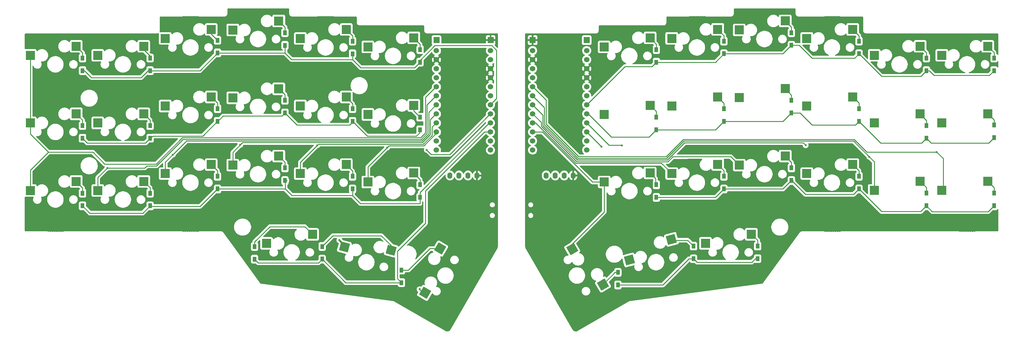
<source format=gbl>
G04 #@! TF.GenerationSoftware,KiCad,Pcbnew,8.0.3*
G04 #@! TF.CreationDate,2024-06-14T22:13:16-03:00*
G04 #@! TF.ProjectId,corne-cherry,636f726e-652d-4636-9865-7272792e6b69,3.0.1*
G04 #@! TF.SameCoordinates,Original*
G04 #@! TF.FileFunction,Copper,L2,Bot*
G04 #@! TF.FilePolarity,Positive*
%FSLAX46Y46*%
G04 Gerber Fmt 4.6, Leading zero omitted, Abs format (unit mm)*
G04 Created by KiCad (PCBNEW 8.0.3) date 2024-06-14 22:13:16*
%MOMM*%
%LPD*%
G01*
G04 APERTURE LIST*
G04 Aperture macros list*
%AMRotRect*
0 Rectangle, with rotation*
0 The origin of the aperture is its center*
0 $1 length*
0 $2 width*
0 $3 Rotation angle, in degrees counterclockwise*
0 Add horizontal line*
21,1,$1,$2,0,0,$3*%
G04 Aperture macros list end*
G04 #@! TA.AperFunction,ComponentPad*
%ADD10O,1.397000X1.778000*%
G04 #@! TD*
G04 #@! TA.AperFunction,SMDPad,CuDef*
%ADD11R,2.550000X2.500000*%
G04 #@! TD*
G04 #@! TA.AperFunction,SMDPad,CuDef*
%ADD12RotRect,2.550000X2.500000X165.000000*%
G04 #@! TD*
G04 #@! TA.AperFunction,SMDPad,CuDef*
%ADD13RotRect,2.550000X2.500000X240.000000*%
G04 #@! TD*
G04 #@! TA.AperFunction,SMDPad,CuDef*
%ADD14RotRect,2.550000X2.500000X120.000000*%
G04 #@! TD*
G04 #@! TA.AperFunction,SMDPad,CuDef*
%ADD15RotRect,2.550000X2.500000X195.000000*%
G04 #@! TD*
G04 #@! TA.AperFunction,ComponentPad*
%ADD16C,1.524000*%
G04 #@! TD*
G04 #@! TA.AperFunction,ComponentPad*
%ADD17R,1.700000X1.700000*%
G04 #@! TD*
G04 #@! TA.AperFunction,SMDPad,CuDef*
%ADD18R,1.000000X1.400000*%
G04 #@! TD*
G04 #@! TA.AperFunction,ViaPad*
%ADD19C,0.600000*%
G04 #@! TD*
G04 #@! TA.AperFunction,Conductor*
%ADD20C,0.250000*%
G04 #@! TD*
G04 #@! TA.AperFunction,Conductor*
%ADD21C,0.254000*%
G04 #@! TD*
G04 #@! TA.AperFunction,Conductor*
%ADD22C,0.500000*%
G04 #@! TD*
G04 APERTURE END LIST*
D10*
X131124100Y-67020000D03*
X133664100Y-67020000D03*
X136204100Y-67020000D03*
X138744100Y-67020000D03*
D11*
X32022500Y-33240000D03*
X44949500Y-30700000D03*
X51022500Y-28490000D03*
X63949500Y-25950000D03*
X70022500Y-26115000D03*
X82949500Y-23575000D03*
X89022500Y-28490000D03*
X101949500Y-25950000D03*
X13022500Y-52240000D03*
X25949500Y-49700000D03*
X32022500Y-52240000D03*
X44949500Y-49700000D03*
X51022500Y-47490000D03*
X63949500Y-44950000D03*
X70022500Y-45188363D03*
X82949500Y-42648363D03*
X89022500Y-47490000D03*
X101949500Y-44950000D03*
X108022500Y-49865000D03*
X120949500Y-47325000D03*
X13022500Y-71240000D03*
X25949500Y-68700000D03*
X32022500Y-71240000D03*
X44949500Y-68700000D03*
X51022500Y-66490000D03*
X63949500Y-63950000D03*
X70022500Y-64115000D03*
X82949500Y-61575000D03*
X89022500Y-66490000D03*
X101949500Y-63950000D03*
X108022500Y-68865000D03*
X120949500Y-66325000D03*
X79522500Y-86115000D03*
X92449500Y-83575000D03*
D12*
X101421316Y-87117815D03*
X114565239Y-88010118D03*
D13*
X124115295Y-100020790D03*
X128379091Y-87555680D03*
D14*
X165521705Y-87744210D03*
X174184909Y-97669320D03*
D10*
X158187500Y-67020000D03*
X160727500Y-67020000D03*
X163267500Y-67020000D03*
X165807500Y-67020000D03*
D11*
X212529500Y-64110000D03*
X225456500Y-61570000D03*
X193529500Y-66485000D03*
X206456500Y-63945000D03*
X174529500Y-68860000D03*
X187456500Y-66320000D03*
X203029500Y-86110000D03*
X215956500Y-83570000D03*
D15*
X181613515Y-90780281D03*
X193442638Y-84981076D03*
D11*
X212529500Y-26110000D03*
X225456500Y-23570000D03*
X193529500Y-28485000D03*
X206456500Y-25945000D03*
X269529500Y-52235000D03*
X282456500Y-49695000D03*
X231529500Y-28485000D03*
X244456500Y-25945000D03*
X250529500Y-52235000D03*
X263456500Y-49695000D03*
X250529500Y-71235000D03*
X263456500Y-68695000D03*
X231529500Y-66485000D03*
X244456500Y-63945000D03*
X269529500Y-33235000D03*
X282456500Y-30695000D03*
X250529500Y-33235000D03*
X263456500Y-30695000D03*
X231529500Y-47485000D03*
X244456500Y-44945000D03*
X212529500Y-45110000D03*
X225456500Y-42570000D03*
X193529500Y-47485000D03*
X206456500Y-44945000D03*
X174529500Y-49860000D03*
X187456500Y-47320000D03*
X269529500Y-71235000D03*
X282456500Y-68695000D03*
X13022500Y-33240000D03*
X25949500Y-30700000D03*
X108022500Y-30865000D03*
X120949500Y-28325000D03*
X174522500Y-30865000D03*
X187449500Y-28325000D03*
D16*
X142535500Y-31942000D03*
X142535500Y-34482000D03*
X142535500Y-37022000D03*
X142535500Y-39562000D03*
X142535500Y-42102000D03*
X142535500Y-44642000D03*
X142535500Y-47182000D03*
X142535500Y-49722000D03*
X142535500Y-52262000D03*
X142535500Y-54802000D03*
X142535500Y-57342000D03*
X142535500Y-59882000D03*
X127315500Y-59882000D03*
X127315500Y-57342000D03*
X127315500Y-54802000D03*
X127315500Y-52262000D03*
X127315500Y-49722000D03*
X127315500Y-47182000D03*
X127315500Y-44642000D03*
X127315500Y-42102000D03*
X127315500Y-39562000D03*
X127315500Y-37022000D03*
X127315500Y-34482000D03*
X127315500Y-31942000D03*
X169598900Y-31912000D03*
X169598900Y-34452000D03*
X169598900Y-36992000D03*
X169598900Y-39532000D03*
X169598900Y-42072000D03*
X169598900Y-44612000D03*
X169598900Y-47152000D03*
X169598900Y-49692000D03*
X169598900Y-52232000D03*
X169598900Y-54772000D03*
X169598900Y-57312000D03*
X169598900Y-59852000D03*
X154378900Y-59852000D03*
X154378900Y-57312000D03*
X154378900Y-54772000D03*
X154378900Y-52232000D03*
X154378900Y-49692000D03*
X154378900Y-47152000D03*
X154378900Y-44612000D03*
X154378900Y-42072000D03*
X154378900Y-39532000D03*
X154378900Y-36992000D03*
X154378900Y-34452000D03*
X154378900Y-31912000D03*
D17*
X169598900Y-28974400D03*
X154403900Y-28974400D03*
X127340500Y-28974400D03*
X142560500Y-28974400D03*
D18*
X27734500Y-37551875D03*
X27734500Y-34001875D03*
X46734500Y-37555000D03*
X46734500Y-34005000D03*
X65707500Y-32555000D03*
X65707500Y-29005000D03*
X84707500Y-30430000D03*
X84707500Y-26880000D03*
X103707500Y-32805000D03*
X103707500Y-29255000D03*
X122707500Y-35180000D03*
X122707500Y-31630000D03*
X27734500Y-56551875D03*
X27734500Y-53001875D03*
X46734500Y-56555000D03*
X46734500Y-53005000D03*
X65707500Y-51805000D03*
X65707500Y-48255000D03*
X84707500Y-49430000D03*
X84707500Y-45880000D03*
X103707500Y-51805000D03*
X103707500Y-48255000D03*
X122707500Y-54180000D03*
X122707500Y-50630000D03*
X27734500Y-75551875D03*
X27734500Y-72001875D03*
X46734500Y-75555000D03*
X46734500Y-72005000D03*
X65707500Y-70805000D03*
X65707500Y-67255000D03*
X84707500Y-68430000D03*
X84707500Y-64880000D03*
X103707500Y-70805000D03*
X103707500Y-67255000D03*
X122707500Y-73180000D03*
X122707500Y-69630000D03*
X76157500Y-90545000D03*
X76157500Y-86995000D03*
X95164500Y-90540000D03*
X95164500Y-86990000D03*
X117482500Y-97155000D03*
X117482500Y-93605000D03*
X265214500Y-37550000D03*
X265214500Y-34000000D03*
X246214500Y-32800000D03*
X246214500Y-29250000D03*
X227214500Y-30425000D03*
X227214500Y-26875000D03*
X189207500Y-35180000D03*
X189207500Y-31630000D03*
X284214500Y-56400000D03*
X284214500Y-52850000D03*
X265214500Y-56550000D03*
X265214500Y-53000000D03*
X246214500Y-51800000D03*
X246214500Y-48250000D03*
X227214500Y-49425000D03*
X227214500Y-45875000D03*
X208214500Y-51800000D03*
X208214500Y-48250000D03*
X189207500Y-54180000D03*
X189207500Y-50630000D03*
X284214500Y-75550000D03*
X284214500Y-72000000D03*
X265214500Y-75550000D03*
X265214500Y-72000000D03*
X246214500Y-70800000D03*
X246214500Y-67250000D03*
X227214500Y-68425000D03*
X227214500Y-64875000D03*
X208214500Y-70800000D03*
X208214500Y-67250000D03*
X189207500Y-73180000D03*
X189207500Y-69630000D03*
X217714500Y-90410000D03*
X217714500Y-86860000D03*
X199664500Y-90425000D03*
X199664500Y-86875000D03*
X178382500Y-97805000D03*
X178382500Y-94255000D03*
X284214500Y-37550000D03*
X284214500Y-34000000D03*
X208214500Y-32800000D03*
X208214500Y-29250000D03*
D19*
X122707500Y-54180000D03*
X124607500Y-59810000D03*
X32022500Y-33240000D03*
X32022500Y-52240000D03*
X34712500Y-64890000D03*
X51022500Y-28490000D03*
X51022500Y-47490000D03*
X53127500Y-61174578D03*
X70022500Y-45115000D03*
X70022500Y-64115000D03*
X70022500Y-26115000D03*
X79522500Y-86115000D03*
X72087131Y-58449631D03*
X93767500Y-58540000D03*
X100007500Y-85205000D03*
X89022500Y-28490000D03*
X89022500Y-47490000D03*
X89022500Y-66490000D03*
X122607500Y-99005000D03*
X108022500Y-68865000D03*
X108022500Y-30865000D03*
X108022500Y-49865000D03*
X113452500Y-59175000D03*
X179492500Y-58540000D03*
X189207500Y-73180000D03*
X173777500Y-58950600D03*
X178222500Y-97910000D03*
X268107500Y-60445000D03*
X269529500Y-52235000D03*
X269529500Y-33235000D03*
X250529500Y-33235000D03*
X250529500Y-52235000D03*
X249126974Y-61760526D03*
X231529500Y-47485000D03*
X231234449Y-58513051D03*
X231529500Y-28485000D03*
X231529500Y-66485000D03*
X212529500Y-45110000D03*
X203029500Y-86110000D03*
X212529500Y-26110000D03*
X212529500Y-64110000D03*
X193529500Y-66485000D03*
X193529500Y-28485000D03*
X193529500Y-47485000D03*
X181613515Y-90780281D03*
X174522500Y-30865000D03*
X174529500Y-49860000D03*
X174529500Y-68860000D03*
D20*
X250529500Y-63163052D02*
X250529500Y-71235000D01*
D21*
X192072552Y-62223000D02*
X167159750Y-62223000D01*
X167159750Y-62223000D02*
X157702500Y-52765750D01*
X244709448Y-57343000D02*
X196952552Y-57343000D01*
X249126974Y-61760526D02*
X244709448Y-57343000D01*
X157702500Y-47931600D02*
X154383900Y-44613000D01*
X196952552Y-57343000D02*
X192072552Y-62223000D01*
X157702500Y-52765750D02*
X157702500Y-47931600D01*
D20*
X249126974Y-61760526D02*
X250529500Y-63163052D01*
D21*
X244897500Y-56889000D02*
X196764500Y-56889000D01*
X167300500Y-61715000D02*
X158156500Y-52571000D01*
X158156500Y-52571000D02*
X158156500Y-45779000D01*
X248453500Y-60445000D02*
X244897500Y-56889000D01*
X158156500Y-45779000D02*
X154450500Y-42073000D01*
X196764500Y-56889000D02*
X191938500Y-61715000D01*
X268107500Y-60445000D02*
X248453500Y-60445000D01*
X191938500Y-61715000D02*
X167300500Y-61715000D01*
X154450500Y-42073000D02*
X154383900Y-42073000D01*
D20*
X269899204Y-70865296D02*
X269529500Y-71235000D01*
X269899204Y-62236704D02*
X269899204Y-70865296D01*
X268107500Y-60445000D02*
X269899204Y-62236704D01*
X60782500Y-37555000D02*
X46734500Y-37555000D01*
X65707500Y-32630000D02*
X60782500Y-37555000D01*
X103707500Y-34430000D02*
X105982500Y-36705000D01*
X126869819Y-30505000D02*
X122707500Y-34667319D01*
X84657500Y-32555000D02*
X84707500Y-32505000D01*
X144207500Y-31805000D02*
X142907500Y-30505000D01*
X103707500Y-32805000D02*
X103707500Y-34430000D01*
X28329375Y-37551875D02*
X30267500Y-39490000D01*
X86582500Y-34430000D02*
X103707500Y-34430000D01*
X30267500Y-39490000D02*
X44237500Y-39490000D01*
X65707500Y-32555000D02*
X65707500Y-32630000D01*
X142423900Y-47182000D02*
X144207500Y-45398400D01*
X27734500Y-37551875D02*
X27732500Y-37553875D01*
X65707500Y-32555000D02*
X84657500Y-32555000D01*
X84707500Y-32505000D02*
X84707500Y-30430000D01*
X46172500Y-37555000D02*
X46734500Y-37555000D01*
X44237500Y-39490000D02*
X46172500Y-37555000D01*
X142907500Y-30505000D02*
X126869819Y-30505000D01*
X84707500Y-32555000D02*
X86582500Y-34430000D01*
X27734500Y-37551875D02*
X28329375Y-37551875D01*
X122707500Y-34667319D02*
X122707500Y-35180000D01*
X121182500Y-36705000D02*
X122707500Y-35180000D01*
X105982500Y-36705000D02*
X121182500Y-36705000D01*
X144207500Y-45398400D02*
X144207500Y-31805000D01*
X27734500Y-32751875D02*
X27734500Y-34001875D01*
X27734500Y-32510000D02*
X27734500Y-32751875D01*
X25949500Y-30725000D02*
X27734500Y-32510000D01*
X25949500Y-30700000D02*
X25949500Y-30725000D01*
X122707500Y-54180000D02*
X122832500Y-54180000D01*
X103707500Y-51805000D02*
X107851500Y-55949000D01*
X121631500Y-55949000D02*
X122595000Y-54985500D01*
X67277500Y-50285000D02*
X83852500Y-50285000D01*
X131065900Y-61080000D02*
X142423900Y-49722000D01*
X107851500Y-55949000D02*
X121631500Y-55949000D01*
X65707500Y-51855000D02*
X67277500Y-50285000D01*
X84707500Y-49430000D02*
X88102500Y-52825000D01*
X47490500Y-55949000D02*
X46772000Y-56667500D01*
X29087625Y-57905000D02*
X27734500Y-56551875D01*
X83852500Y-50285000D02*
X84707500Y-49430000D01*
X61538500Y-55949000D02*
X47490500Y-55949000D01*
X102912500Y-52825000D02*
X103657500Y-52080000D01*
X124607500Y-59810000D02*
X125877500Y-61080000D01*
X45384500Y-57905000D02*
X29087625Y-57905000D01*
X65745000Y-51742500D02*
X61538500Y-55949000D01*
X122595000Y-54985500D02*
X122595000Y-54405000D01*
X125877500Y-61080000D02*
X131065900Y-61080000D01*
X88102500Y-52825000D02*
X102912500Y-52825000D01*
X46734500Y-56555000D02*
X45384500Y-57905000D01*
X44949500Y-31658500D02*
X46734500Y-33443500D01*
X44949500Y-30700000D02*
X44949500Y-31658500D01*
X46734500Y-33443500D02*
X46734500Y-34005000D01*
X29772625Y-77590000D02*
X44699500Y-77590000D01*
X103695000Y-72630000D02*
X105970000Y-74905000D01*
X84732500Y-70755000D02*
X86607500Y-72630000D01*
X65707500Y-70780000D02*
X60782500Y-75705000D01*
X103732500Y-71005000D02*
X103732500Y-72630000D01*
D21*
X142209500Y-52262000D02*
X142423900Y-52262000D01*
X122707500Y-73105000D02*
X122707500Y-71764000D01*
D20*
X122682500Y-74905000D02*
X122682500Y-73392500D01*
X84757500Y-70705000D02*
X84757500Y-68330000D01*
D21*
X122707500Y-71764000D02*
X142209500Y-52262000D01*
D20*
X105945000Y-74905000D02*
X122682500Y-74905000D01*
X65757500Y-70755000D02*
X84707500Y-70755000D01*
X86607500Y-72630000D02*
X103732500Y-72630000D01*
X60782500Y-75705000D02*
X46734500Y-75705000D01*
X27734500Y-75551875D02*
X27734500Y-75178000D01*
X84707500Y-68430000D02*
X85282500Y-68430000D01*
X27734500Y-75551875D02*
X29772625Y-77590000D01*
X44699500Y-77590000D02*
X46734500Y-75555000D01*
X63949500Y-27247000D02*
X65707500Y-29005000D01*
X63949500Y-25950000D02*
X63949500Y-27247000D01*
D21*
X140810500Y-54802000D02*
X130607500Y-65005000D01*
D20*
X95164500Y-90540000D02*
X101779500Y-97155000D01*
X94144500Y-91560000D02*
X95164500Y-90540000D01*
X117482500Y-96815000D02*
X117482500Y-97155000D01*
X124247500Y-80415000D02*
X116332500Y-88330000D01*
X116332500Y-88330000D02*
X116332500Y-96005000D01*
X116332500Y-96005000D02*
X117482500Y-97155000D01*
X130607500Y-65005000D02*
X124247500Y-71365000D01*
D21*
X142423900Y-54802000D02*
X140810500Y-54802000D01*
D20*
X124247500Y-71365000D02*
X124247500Y-80415000D01*
X77172500Y-91560000D02*
X94144500Y-91560000D01*
X101779500Y-97155000D02*
X117482500Y-97155000D01*
X76157500Y-90545000D02*
X77172500Y-91560000D01*
X82979500Y-23575000D02*
X84707500Y-25303000D01*
X84707500Y-25303000D02*
X84707500Y-26880000D01*
X82949500Y-23575000D02*
X82979500Y-23575000D01*
X101949500Y-25995000D02*
X103707500Y-27753000D01*
X101949500Y-25950000D02*
X101949500Y-25995000D01*
X103707500Y-27753000D02*
X103707500Y-29255000D01*
X120949500Y-28325000D02*
X120949500Y-28345000D01*
X122707500Y-30103000D02*
X122707500Y-31630000D01*
X120949500Y-28345000D02*
X122707500Y-30103000D01*
X25949500Y-49700000D02*
X25994500Y-49700000D01*
X27734500Y-51440000D02*
X27734500Y-53001875D01*
X25994500Y-49700000D02*
X27734500Y-51440000D01*
X46734500Y-51450000D02*
X46734500Y-53005000D01*
X44949500Y-49700000D02*
X44984500Y-49700000D01*
X44984500Y-49700000D02*
X46734500Y-51450000D01*
X63949500Y-44950000D02*
X64044500Y-44950000D01*
X65707500Y-46613000D02*
X65707500Y-48255000D01*
X64044500Y-44950000D02*
X65707500Y-46613000D01*
X82949500Y-42575000D02*
X82999500Y-42575000D01*
X84707500Y-44283000D02*
X84707500Y-45880000D01*
X82999500Y-42575000D02*
X84707500Y-44283000D01*
X101949500Y-44950000D02*
X101949500Y-45045000D01*
X101949500Y-45045000D02*
X103707500Y-46803000D01*
X103707500Y-46803000D02*
X103707500Y-48255000D01*
X120949500Y-47325000D02*
X120949500Y-48872000D01*
X120949500Y-48872000D02*
X122707500Y-50630000D01*
X27734500Y-70500000D02*
X27734500Y-72001875D01*
X25949500Y-68700000D02*
X25949500Y-68715000D01*
X25949500Y-68715000D02*
X27734500Y-70500000D01*
X45014500Y-68700000D02*
X46734500Y-70420000D01*
X44949500Y-68700000D02*
X45014500Y-68700000D01*
X46734500Y-70420000D02*
X46734500Y-72005000D01*
X63949500Y-63955000D02*
X65707500Y-65713000D01*
X65707500Y-65713000D02*
X65707500Y-67255000D01*
X63949500Y-63950000D02*
X63949500Y-63955000D01*
X84707500Y-63313000D02*
X84707500Y-64880000D01*
X82949500Y-61575000D02*
X82969500Y-61575000D01*
X82969500Y-61575000D02*
X84707500Y-63313000D01*
X101949500Y-63995000D02*
X103707500Y-65753000D01*
X101949500Y-63950000D02*
X101949500Y-63995000D01*
X103707500Y-65753000D02*
X103707500Y-67255000D01*
X120949500Y-66375000D02*
X122707500Y-68133000D01*
X120949500Y-66325000D02*
X120949500Y-66375000D01*
X122707500Y-68133000D02*
X122707500Y-69630000D01*
X92449500Y-83547000D02*
X92449500Y-83575000D01*
X76157500Y-85675000D02*
X80432500Y-81400000D01*
X76157500Y-86995000D02*
X76157500Y-85675000D01*
X90302500Y-81400000D02*
X92449500Y-83547000D01*
X80432500Y-81400000D02*
X90302500Y-81400000D01*
X98172500Y-83940000D02*
X111789216Y-83940000D01*
X95164500Y-86948000D02*
X98172500Y-83940000D01*
X114565239Y-86716023D02*
X114565239Y-88010118D01*
X111789216Y-83940000D02*
X114565239Y-86716023D01*
X95164500Y-86990000D02*
X95164500Y-86948000D01*
X125456820Y-87555680D02*
X128379091Y-87555680D01*
X117482500Y-93605000D02*
X119407500Y-93605000D01*
X119407500Y-93605000D02*
X125456820Y-87555680D01*
D21*
X13022500Y-52240000D02*
X13022500Y-55365000D01*
D20*
X124234502Y-54996998D02*
X122832500Y-56399000D01*
X18102500Y-60445000D02*
X13022500Y-65525000D01*
X18102500Y-60445000D02*
X15562500Y-57905000D01*
D21*
X13022500Y-33240000D02*
X13022500Y-52240000D01*
D20*
X55826688Y-56399000D02*
X48420688Y-63805000D01*
X30642500Y-60445000D02*
X18102500Y-60445000D01*
X122832500Y-56399000D02*
X55826688Y-56399000D01*
X13022500Y-65525000D02*
X13022500Y-71240000D01*
D21*
X124234502Y-54857000D02*
X124234502Y-45071398D01*
D20*
X34002500Y-63805000D02*
X30642500Y-60445000D01*
X15562500Y-57905000D02*
X13022500Y-55365000D01*
X124234502Y-54857000D02*
X124234502Y-54996998D01*
D21*
X124234502Y-45071398D02*
X127203900Y-42102000D01*
D20*
X48420688Y-63805000D02*
X34002500Y-63805000D01*
X34712500Y-64890000D02*
X32022500Y-67580000D01*
D21*
X124688510Y-47157390D02*
X124688510Y-55182214D01*
D20*
X34712500Y-64890000D02*
X45222500Y-64890000D01*
X45222500Y-64890000D02*
X45807500Y-64305000D01*
D21*
X123019724Y-56851000D02*
X56013928Y-56851000D01*
X127203900Y-44642000D02*
X124688510Y-47157390D01*
X56013928Y-56851000D02*
X48559928Y-64305000D01*
D20*
X32107500Y-71155000D02*
X32022500Y-71240000D01*
D21*
X124688510Y-55182214D02*
X123019724Y-56851000D01*
X48559928Y-64305000D02*
X45807500Y-64305000D01*
D20*
X32022500Y-67580000D02*
X32022500Y-71240000D01*
D21*
X53127500Y-61174578D02*
X56997078Y-57305000D01*
X125142521Y-49243379D02*
X127203900Y-47182000D01*
X51022500Y-63279578D02*
X51022500Y-66490000D01*
X56997078Y-57305000D02*
X123207776Y-57305000D01*
X123207776Y-57305000D02*
X125142521Y-55370255D01*
X53127500Y-61174578D02*
X51022500Y-63279578D01*
X125142521Y-55370255D02*
X125142521Y-49243379D01*
X72087131Y-58449631D02*
X72777762Y-57759000D01*
X125596532Y-55558296D02*
X125596532Y-51329368D01*
X72777762Y-57759000D02*
X123395828Y-57759000D01*
D20*
X72087131Y-58449631D02*
X70022500Y-60514262D01*
D21*
X125596532Y-51329368D02*
X127203900Y-49722000D01*
D20*
X70007500Y-64100000D02*
X70022500Y-64115000D01*
D21*
X123395828Y-57759000D02*
X125596532Y-55558296D01*
D20*
X70022500Y-60514262D02*
X70022500Y-64115000D01*
D21*
X126050543Y-55746337D02*
X126050543Y-53415357D01*
X123583880Y-58213000D02*
X126050543Y-55746337D01*
D20*
X89007500Y-66475000D02*
X89022500Y-66490000D01*
D21*
X89022500Y-63285000D02*
X89022500Y-66490000D01*
X126050543Y-53415357D02*
X127203900Y-52262000D01*
X93767500Y-58540000D02*
X94094500Y-58213000D01*
X94094500Y-58213000D02*
X123583880Y-58213000D01*
D22*
X101807500Y-87005000D02*
X100307499Y-85504999D01*
X100307499Y-85504999D02*
X100007500Y-85205000D01*
D21*
X93767500Y-58540000D02*
X89022500Y-63285000D01*
X113452500Y-59175000D02*
X113960500Y-58667000D01*
D20*
X123707500Y-100205000D02*
X123931085Y-100205000D01*
X108022500Y-64605000D02*
X108022500Y-68865000D01*
X122607500Y-99105000D02*
X123707500Y-100205000D01*
X108007500Y-68850000D02*
X108022500Y-68865000D01*
D21*
X123771932Y-58667000D02*
X127203900Y-55235032D01*
X127203900Y-55235032D02*
X127203900Y-54802000D01*
D20*
X113452500Y-59175000D02*
X108022500Y-64605000D01*
X123931085Y-100205000D02*
X124115295Y-100020790D01*
X122607500Y-99005000D02*
X122607500Y-99105000D01*
D21*
X113960500Y-58667000D02*
X123771932Y-58667000D01*
D20*
X282489500Y-30695000D02*
X284214500Y-32420000D01*
X282456500Y-30695000D02*
X282489500Y-30695000D01*
X284214500Y-32420000D02*
X284214500Y-34000000D01*
X265214500Y-32490000D02*
X265214500Y-34000000D01*
X263456500Y-30695000D02*
X263456500Y-30732000D01*
X263456500Y-30732000D02*
X265214500Y-32490000D01*
X244456500Y-25945000D02*
X244456500Y-26012000D01*
X246214500Y-27770000D02*
X246214500Y-29250000D01*
X244456500Y-26012000D02*
X246214500Y-27770000D01*
X225456500Y-23572000D02*
X227214500Y-25330000D01*
X227214500Y-25330000D02*
X227214500Y-26875000D01*
X225456500Y-23570000D02*
X225456500Y-23572000D01*
X208214500Y-27690000D02*
X208214500Y-29250000D01*
X206469500Y-25945000D02*
X208214500Y-27690000D01*
X206456500Y-25945000D02*
X206469500Y-25945000D01*
X189207500Y-30143000D02*
X189207500Y-31630000D01*
X187456500Y-28392000D02*
X189207500Y-30143000D01*
X187456500Y-28320000D02*
X187456500Y-28392000D01*
X267345000Y-38880000D02*
X282884500Y-38880000D01*
X224839500Y-32800000D02*
X227214500Y-30425000D01*
X208214500Y-32800000D02*
X224839500Y-32800000D01*
X263634500Y-39130000D02*
X265214500Y-37550000D01*
X266015000Y-37550000D02*
X267345000Y-38880000D01*
X180370900Y-36380000D02*
X188007500Y-36380000D01*
X189207500Y-35180000D02*
X205834500Y-35180000D01*
X188007500Y-36380000D02*
X189207500Y-35180000D01*
X205834500Y-35180000D02*
X208214500Y-32800000D01*
X229402500Y-30425000D02*
X232982500Y-34005000D01*
X265214500Y-37550000D02*
X266015000Y-37550000D01*
X282884500Y-38880000D02*
X284214500Y-37550000D01*
X252544500Y-39130000D02*
X263634500Y-39130000D01*
X227214500Y-30425000D02*
X229402500Y-30425000D01*
X245009500Y-34005000D02*
X246214500Y-32800000D01*
X169598900Y-47152000D02*
X180370900Y-36380000D01*
X246214500Y-32800000D02*
X252544500Y-39130000D01*
X232982500Y-34005000D02*
X245009500Y-34005000D01*
X282519500Y-49695000D02*
X284214500Y-51390000D01*
X284214500Y-51600000D02*
X284214500Y-52850000D01*
X284214500Y-51390000D02*
X284214500Y-51600000D01*
X282456500Y-49695000D02*
X282519500Y-49695000D01*
X265214500Y-51530000D02*
X265214500Y-53000000D01*
X263456500Y-49695000D02*
X263456500Y-49772000D01*
X263456500Y-49772000D02*
X265214500Y-51530000D01*
X246214500Y-46610000D02*
X246214500Y-48250000D01*
X244456500Y-44945000D02*
X244549500Y-44945000D01*
X244549500Y-44945000D02*
X246214500Y-46610000D01*
X225456500Y-42570000D02*
X225456500Y-42642000D01*
X225456500Y-42642000D02*
X227214500Y-44400000D01*
X227214500Y-44400000D02*
X227214500Y-45875000D01*
X208214500Y-46730000D02*
X208214500Y-48250000D01*
X206456500Y-44972000D02*
X208214500Y-46730000D01*
X206456500Y-44945000D02*
X206456500Y-44972000D01*
X282734500Y-57880000D02*
X284214500Y-56400000D01*
X187149638Y-56237862D02*
X189207500Y-54180000D01*
X265214500Y-56550000D02*
X266544500Y-57880000D01*
X266544500Y-57880000D02*
X282734500Y-57880000D01*
X176536362Y-56237862D02*
X187149638Y-56237862D01*
X169598900Y-49692000D02*
X169990500Y-49692000D01*
X208214500Y-51800000D02*
X224839500Y-51800000D01*
X245189500Y-52825000D02*
X246214500Y-51800000D01*
X233052500Y-52825000D02*
X245189500Y-52825000D01*
X205834500Y-54180000D02*
X208214500Y-51800000D01*
X252332500Y-57905000D02*
X263859500Y-57905000D01*
X169990500Y-49692000D02*
X176536362Y-56237862D01*
X246214500Y-51800000D02*
X246227500Y-51800000D01*
X263859500Y-57905000D02*
X265214500Y-56550000D01*
X224839500Y-51800000D02*
X227214500Y-49425000D01*
X189207500Y-54180000D02*
X205834500Y-54180000D01*
X229652500Y-49425000D02*
X233052500Y-52825000D01*
X246227500Y-51800000D02*
X252332500Y-57905000D01*
X227214500Y-49425000D02*
X229652500Y-49425000D01*
X189207500Y-49003000D02*
X189207500Y-50630000D01*
X187524500Y-47320000D02*
X189207500Y-49003000D01*
X187456500Y-47320000D02*
X187524500Y-47320000D01*
X282456500Y-68695000D02*
X282479500Y-68695000D01*
X284214500Y-70430000D02*
X284214500Y-72000000D01*
X282479500Y-68695000D02*
X284214500Y-70430000D01*
X263469500Y-68695000D02*
X265214500Y-70440000D01*
X265214500Y-70440000D02*
X265214500Y-72000000D01*
X263456500Y-68695000D02*
X263469500Y-68695000D01*
X244469500Y-63945000D02*
X246214500Y-65690000D01*
X246214500Y-65690000D02*
X246214500Y-67250000D01*
X244456500Y-63945000D02*
X244469500Y-63945000D01*
X225456500Y-61592000D02*
X227214500Y-63350000D01*
X225456500Y-61570000D02*
X225456500Y-61592000D01*
X227214500Y-63350000D02*
X227214500Y-64875000D01*
X206456500Y-63945000D02*
X206489500Y-63945000D01*
X206489500Y-63945000D02*
X208214500Y-65670000D01*
X208214500Y-65670000D02*
X208214500Y-67250000D01*
X189207500Y-73180000D02*
X205834500Y-73180000D01*
X282584500Y-77180000D02*
X266844500Y-77180000D01*
X179472500Y-58520000D02*
X175886900Y-58520000D01*
X263609500Y-77155000D02*
X265214500Y-75550000D01*
X227252500Y-68425000D02*
X231132500Y-72305000D01*
X205834500Y-73180000D02*
X208214500Y-70800000D01*
X252582500Y-77155000D02*
X263609500Y-77155000D01*
X266844500Y-77180000D02*
X265214500Y-75550000D01*
X246227500Y-70800000D02*
X252582500Y-77155000D01*
X227687500Y-68425000D02*
X227214500Y-68425000D01*
X175886900Y-58520000D02*
X169598900Y-52232000D01*
X227214500Y-68425000D02*
X227252500Y-68425000D01*
X208214500Y-70800000D02*
X224839500Y-70800000D01*
X231132500Y-72305000D02*
X244709500Y-72305000D01*
X224839500Y-70800000D02*
X227214500Y-68425000D01*
X246214500Y-70800000D02*
X246227500Y-70800000D01*
X244709500Y-72305000D02*
X246214500Y-70800000D01*
X179492500Y-58540000D02*
X179472500Y-58520000D01*
X265214500Y-75288000D02*
X265214500Y-75550000D01*
X284214500Y-75550000D02*
X282584500Y-77180000D01*
X187456500Y-66320000D02*
X187456500Y-66362000D01*
X187456500Y-66362000D02*
X188964728Y-67870228D01*
X188964728Y-69192990D02*
X188964729Y-69192991D01*
X188964728Y-67870228D02*
X188964728Y-69192990D01*
X215956500Y-83570000D02*
X216072500Y-83570000D01*
X217714500Y-85212000D02*
X217714500Y-86860000D01*
X216072500Y-83570000D02*
X217714500Y-85212000D01*
X193442638Y-84981076D02*
X193671562Y-85210000D01*
X197999500Y-85210000D02*
X199664500Y-86875000D01*
X193671562Y-85210000D02*
X197999500Y-85210000D01*
X177599229Y-94255000D02*
X174184909Y-97669320D01*
X178382500Y-94255000D02*
X177599229Y-94255000D01*
X199327500Y-90425000D02*
X199664500Y-90425000D01*
X198407500Y-90425000D02*
X191027500Y-97805000D01*
X199664500Y-90425000D02*
X198407500Y-90425000D01*
X178382500Y-97805000D02*
X178382500Y-97755000D01*
X217714500Y-90410000D02*
X217052500Y-90410000D01*
X200644500Y-91405000D02*
X199664500Y-90425000D01*
X173777500Y-58950600D02*
X169598900Y-54772000D01*
X217052500Y-90410000D02*
X216057500Y-91405000D01*
X191027500Y-97805000D02*
X178382500Y-97805000D01*
X216057500Y-91405000D02*
X200644500Y-91405000D01*
X269507500Y-71213000D02*
X269529500Y-71235000D01*
X250507500Y-71213000D02*
X250529500Y-71235000D01*
D21*
X154383900Y-47153000D02*
X157248500Y-50017600D01*
X230518398Y-57797000D02*
X231234449Y-58513051D01*
X157248500Y-50017600D02*
X157248500Y-52953803D01*
X157248500Y-52953803D02*
X166971698Y-62677000D01*
X192260605Y-62677000D02*
X197140605Y-57797000D01*
X197140605Y-57797000D02*
X230518398Y-57797000D01*
X166971698Y-62677000D02*
X192260605Y-62677000D01*
X193864657Y-61715000D02*
X192448657Y-63131000D01*
D20*
X197907500Y-61715000D02*
X210134500Y-61715000D01*
D21*
X166783645Y-63131000D02*
X156794500Y-53141855D01*
X197907500Y-61715000D02*
X193864657Y-61715000D01*
X192448657Y-63131000D02*
X166783645Y-63131000D01*
X156794500Y-52103600D02*
X154383900Y-49693000D01*
X156794500Y-53141855D02*
X156794500Y-52103600D01*
D20*
X210134500Y-61715000D02*
X212529500Y-64110000D01*
X190627500Y-63583000D02*
X193529500Y-66485000D01*
X164552547Y-61541953D02*
X164555374Y-61541953D01*
X166596421Y-63583000D02*
X190627500Y-63583000D01*
D21*
X155243593Y-52233000D02*
X154383900Y-52233000D01*
D20*
X164555374Y-61541953D02*
X166596421Y-63583000D01*
D21*
X164552547Y-61541953D02*
X155243593Y-52233000D01*
X157141541Y-54773000D02*
X154383900Y-54773000D01*
X174529500Y-68860000D02*
X171228541Y-68860000D01*
D20*
X165521705Y-86290601D02*
X165521705Y-87744210D01*
X174529500Y-68860000D02*
X174529500Y-77282806D01*
X174529500Y-77282806D02*
X165521705Y-86290601D01*
D21*
X171228541Y-68860000D02*
X157141541Y-54773000D01*
D20*
X174522500Y-30865000D02*
X174524500Y-30865000D01*
X174524500Y-30865000D02*
X174529500Y-30860000D01*
G04 #@! TA.AperFunction,Conductor*
G36*
X144558618Y-46045699D02*
G01*
X144614551Y-46087571D01*
X144638968Y-46153035D01*
X144639284Y-46161881D01*
X144639284Y-86768207D01*
X144638975Y-86776950D01*
X144626601Y-86952004D01*
X144624326Y-86968442D01*
X144589704Y-87135383D01*
X144585264Y-87151340D01*
X144572444Y-87187793D01*
X144528074Y-87313949D01*
X144521995Y-87328285D01*
X144440965Y-87490259D01*
X144437484Y-87496732D01*
X131241353Y-110377269D01*
X131231239Y-110392184D01*
X131137422Y-110510943D01*
X131124752Y-110524705D01*
X131020443Y-110622113D01*
X131006072Y-110633659D01*
X130908706Y-110700614D01*
X130890550Y-110713099D01*
X130874900Y-110722252D01*
X130754632Y-110781249D01*
X130735226Y-110788819D01*
X130553425Y-110842650D01*
X130530202Y-110847173D01*
X130341479Y-110865495D01*
X130320650Y-110865759D01*
X130187033Y-110856201D01*
X130169092Y-110853589D01*
X130032199Y-110823301D01*
X130014545Y-110817991D01*
X129881316Y-110766843D01*
X129864408Y-110758841D01*
X129762134Y-110700614D01*
X129709406Y-110670594D01*
X129708789Y-110670240D01*
X115414051Y-102408777D01*
X115414058Y-102408764D01*
X115414003Y-102408749D01*
X115404185Y-102403069D01*
X115381719Y-102390072D01*
X115381617Y-102390030D01*
X115342911Y-102379641D01*
X115342865Y-102379613D01*
X115342862Y-102379628D01*
X115183092Y-102336672D01*
X115170414Y-102331856D01*
X115170392Y-102331922D01*
X115162702Y-102329267D01*
X115136645Y-102323944D01*
X115129283Y-102322204D01*
X115120197Y-102319762D01*
X115103617Y-102315304D01*
X115095566Y-102314238D01*
X115095574Y-102314170D01*
X115082081Y-102312799D01*
X114961292Y-102288126D01*
X114948344Y-102284095D01*
X114948326Y-102284162D01*
X114940495Y-102281984D01*
X114914181Y-102278266D01*
X114906720Y-102276978D01*
X114880665Y-102271656D01*
X114872561Y-102271084D01*
X114872565Y-102271015D01*
X114859012Y-102270472D01*
X114741654Y-102253892D01*
X114730189Y-102251718D01*
X114722950Y-102249988D01*
X114691361Y-102246702D01*
X114686853Y-102246149D01*
X114655375Y-102241703D01*
X114650336Y-102241655D01*
X114635528Y-102240625D01*
X89762849Y-99004996D01*
X121793884Y-99004996D01*
X121793884Y-99005003D01*
X121814281Y-99186041D01*
X121814282Y-99186046D01*
X121874458Y-99358017D01*
X121895605Y-99391672D01*
X121971389Y-99512281D01*
X122100219Y-99641111D01*
X122136233Y-99663740D01*
X122148585Y-99671501D01*
X122194876Y-99723836D01*
X122205524Y-99792889D01*
X122190000Y-99838495D01*
X121930574Y-100287836D01*
X121905928Y-100343547D01*
X121905927Y-100343553D01*
X121881680Y-100487745D01*
X121881679Y-100487747D01*
X121893259Y-100584590D01*
X121899039Y-100632935D01*
X121956600Y-100767352D01*
X122049698Y-100880107D01*
X122098892Y-100916027D01*
X122098894Y-100916028D01*
X122098898Y-100916031D01*
X123955789Y-101988107D01*
X124348198Y-102214665D01*
X124403903Y-102239308D01*
X124403905Y-102239308D01*
X124403907Y-102239309D01*
X124451537Y-102247318D01*
X124548101Y-102263556D01*
X124693290Y-102246196D01*
X124827706Y-102188636D01*
X124940461Y-102095538D01*
X124976382Y-102046344D01*
X126062167Y-100165707D01*
X126112733Y-100117493D01*
X126181340Y-100104270D01*
X126246205Y-100130238D01*
X126280037Y-100171414D01*
X126287319Y-100185705D01*
X126398759Y-100339088D01*
X126532821Y-100473150D01*
X126686204Y-100584590D01*
X126766015Y-100625255D01*
X126855127Y-100670661D01*
X126855129Y-100670661D01*
X126855132Y-100670663D01*
X127035445Y-100729251D01*
X127129074Y-100744080D01*
X127222700Y-100758909D01*
X127222704Y-100758909D01*
X127412300Y-100758909D01*
X127495522Y-100745727D01*
X127599555Y-100729251D01*
X127779868Y-100670663D01*
X127948796Y-100584590D01*
X128102179Y-100473150D01*
X128236241Y-100339088D01*
X128347681Y-100185705D01*
X128433754Y-100016777D01*
X128492342Y-99836464D01*
X128510180Y-99723836D01*
X128522000Y-99649209D01*
X128522000Y-99459608D01*
X128505523Y-99355580D01*
X128492342Y-99272354D01*
X128433754Y-99092041D01*
X128433752Y-99092038D01*
X128433752Y-99092036D01*
X128388346Y-99002924D01*
X128347681Y-98923113D01*
X128236241Y-98769730D01*
X128102179Y-98635668D01*
X127948796Y-98524228D01*
X127901246Y-98500000D01*
X127779872Y-98438156D01*
X127721405Y-98419159D01*
X127599555Y-98379567D01*
X127599551Y-98379566D01*
X127599550Y-98379566D01*
X127412300Y-98349909D01*
X127412296Y-98349909D01*
X127320676Y-98349909D01*
X127253637Y-98330224D01*
X127207882Y-98277420D01*
X127197938Y-98208262D01*
X127213289Y-98163909D01*
X127296509Y-98019767D01*
X127329735Y-97962218D01*
X127417749Y-97749733D01*
X127477275Y-97527577D01*
X127507295Y-97299553D01*
X127507295Y-97069561D01*
X127477275Y-96841537D01*
X127417749Y-96619381D01*
X127329735Y-96406896D01*
X127327766Y-96403486D01*
X127214739Y-96207717D01*
X127074730Y-96025253D01*
X127074724Y-96025246D01*
X126912105Y-95862627D01*
X126912098Y-95862621D01*
X126729634Y-95722612D01*
X126530459Y-95607618D01*
X126530449Y-95607614D01*
X126317980Y-95519606D01*
X126317973Y-95519604D01*
X126317971Y-95519603D01*
X126095815Y-95460077D01*
X126095809Y-95460076D01*
X126095804Y-95460075D01*
X125867800Y-95430058D01*
X125867797Y-95430057D01*
X125867791Y-95430057D01*
X125637799Y-95430057D01*
X125637793Y-95430057D01*
X125637789Y-95430058D01*
X125409785Y-95460075D01*
X125409778Y-95460076D01*
X125409775Y-95460077D01*
X125187619Y-95519603D01*
X125187609Y-95519606D01*
X124975140Y-95607614D01*
X124975130Y-95607618D01*
X124775955Y-95722612D01*
X124593491Y-95862621D01*
X124593484Y-95862627D01*
X124430865Y-96025246D01*
X124430859Y-96025253D01*
X124290850Y-96207717D01*
X124175856Y-96406892D01*
X124175852Y-96406902D01*
X124087844Y-96619371D01*
X124087841Y-96619381D01*
X124040374Y-96796534D01*
X124028316Y-96841534D01*
X124028313Y-96841547D01*
X123998296Y-97069551D01*
X123998295Y-97069567D01*
X123998295Y-97299546D01*
X123998296Y-97299562D01*
X124028313Y-97527566D01*
X124028314Y-97527571D01*
X124028315Y-97527577D01*
X124028316Y-97527579D01*
X124072426Y-97692204D01*
X124070763Y-97762054D01*
X124031600Y-97819916D01*
X123967371Y-97847420D01*
X123898469Y-97835833D01*
X123890650Y-97831683D01*
X123882392Y-97826915D01*
X123826687Y-97802272D01*
X123826686Y-97802271D01*
X123826682Y-97802270D01*
X123682490Y-97778024D01*
X123682488Y-97778023D01*
X123537298Y-97795384D01*
X123402884Y-97852943D01*
X123290126Y-97946044D01*
X123254213Y-97995228D01*
X123254203Y-97995242D01*
X123122834Y-98222781D01*
X123072267Y-98270997D01*
X123003660Y-98284220D01*
X122967162Y-98274039D01*
X122967087Y-98274257D01*
X122963729Y-98273082D01*
X122961646Y-98272501D01*
X122960522Y-98271960D01*
X122960516Y-98271958D01*
X122960515Y-98271957D01*
X122881658Y-98244364D01*
X122788546Y-98211782D01*
X122788541Y-98211781D01*
X122607504Y-98191384D01*
X122607496Y-98191384D01*
X122426458Y-98211781D01*
X122426453Y-98211782D01*
X122254482Y-98271958D01*
X122100218Y-98368889D01*
X121971389Y-98497718D01*
X121874458Y-98651982D01*
X121814282Y-98823953D01*
X121814281Y-98823958D01*
X121793884Y-99004996D01*
X89762849Y-99004996D01*
X77990727Y-97473588D01*
X77984057Y-97472535D01*
X77898412Y-97456612D01*
X77853491Y-97438663D01*
X77816259Y-97414458D01*
X77783657Y-97383559D01*
X69661737Y-86246345D01*
X75149000Y-86246345D01*
X75149000Y-87743654D01*
X75155511Y-87804202D01*
X75155511Y-87804204D01*
X75195962Y-87912653D01*
X75206611Y-87941204D01*
X75294239Y-88058261D01*
X75411296Y-88145889D01*
X75526449Y-88188839D01*
X75536617Y-88192632D01*
X75548299Y-88196989D01*
X75574846Y-88199843D01*
X75608845Y-88203499D01*
X75608862Y-88203500D01*
X76706138Y-88203500D01*
X76706154Y-88203499D01*
X76733192Y-88200591D01*
X76766701Y-88196989D01*
X76778383Y-88192632D01*
X76781268Y-88191555D01*
X76903704Y-88145889D01*
X77020761Y-88058261D01*
X77108389Y-87941204D01*
X77159489Y-87804201D01*
X77163091Y-87770692D01*
X77165999Y-87743654D01*
X77166000Y-87743637D01*
X77166000Y-86246362D01*
X77165999Y-86246345D01*
X77160237Y-86192759D01*
X77159489Y-86185799D01*
X77157624Y-86180799D01*
X77125025Y-86093398D01*
X77108389Y-86048796D01*
X77020761Y-85931739D01*
X77020759Y-85931738D01*
X77020759Y-85931737D01*
X77007162Y-85921559D01*
X76965290Y-85865626D01*
X76960306Y-85795934D01*
X76993789Y-85734613D01*
X77527320Y-85201083D01*
X77588642Y-85167599D01*
X77658334Y-85172583D01*
X77714267Y-85214455D01*
X77738684Y-85279919D01*
X77739000Y-85288765D01*
X77739000Y-87413654D01*
X77745511Y-87474202D01*
X77745511Y-87474204D01*
X77786699Y-87584629D01*
X77796611Y-87611204D01*
X77884239Y-87728261D01*
X78001296Y-87815889D01*
X78138299Y-87866989D01*
X78165550Y-87869918D01*
X78198845Y-87873499D01*
X78198862Y-87873500D01*
X80371502Y-87873500D01*
X80438541Y-87893185D01*
X80484296Y-87945989D01*
X80494240Y-88015147D01*
X80481987Y-88053795D01*
X80411247Y-88192627D01*
X80352657Y-88372949D01*
X80323000Y-88560199D01*
X80323000Y-88749800D01*
X80349205Y-88915255D01*
X80352658Y-88937055D01*
X80385719Y-89038805D01*
X80411247Y-89117372D01*
X80474237Y-89240995D01*
X80497319Y-89286296D01*
X80608759Y-89439679D01*
X80742821Y-89573741D01*
X80896204Y-89685181D01*
X80908826Y-89691612D01*
X81065127Y-89771252D01*
X81065129Y-89771252D01*
X81065132Y-89771254D01*
X81245445Y-89829842D01*
X81339074Y-89844671D01*
X81432700Y-89859500D01*
X81432704Y-89859500D01*
X81622300Y-89859500D01*
X81705522Y-89846318D01*
X81809555Y-89829842D01*
X81989868Y-89771254D01*
X82158796Y-89685181D01*
X82312179Y-89573741D01*
X82446241Y-89439679D01*
X82557681Y-89286296D01*
X82643754Y-89117368D01*
X82702342Y-88937055D01*
X82722775Y-88808043D01*
X82732000Y-88749800D01*
X82732000Y-88560199D01*
X82709002Y-88414997D01*
X82702342Y-88372945D01*
X82643754Y-88192632D01*
X82643752Y-88192629D01*
X82643752Y-88192627D01*
X82570975Y-88049795D01*
X82558079Y-87981126D01*
X82584355Y-87916385D01*
X82641462Y-87876128D01*
X82681460Y-87869500D01*
X82912489Y-87869500D01*
X82912496Y-87869500D01*
X83140520Y-87839480D01*
X83362676Y-87779954D01*
X83575161Y-87691940D01*
X83774340Y-87576944D01*
X83956805Y-87436934D01*
X84119434Y-87274305D01*
X84259444Y-87091840D01*
X84374440Y-86892661D01*
X84462454Y-86680176D01*
X84521980Y-86458020D01*
X84552000Y-86229996D01*
X84552000Y-86000004D01*
X84521980Y-85771980D01*
X84462454Y-85549824D01*
X84457968Y-85538995D01*
X84433525Y-85479983D01*
X84374440Y-85337339D01*
X84372083Y-85333257D01*
X84259444Y-85138160D01*
X84119435Y-84955696D01*
X84119429Y-84955689D01*
X83956810Y-84793070D01*
X83956803Y-84793064D01*
X83774339Y-84653055D01*
X83575164Y-84538061D01*
X83575154Y-84538057D01*
X83362685Y-84450049D01*
X83362678Y-84450047D01*
X83362676Y-84450046D01*
X83140520Y-84390520D01*
X83140514Y-84390519D01*
X83140509Y-84390518D01*
X82912505Y-84360501D01*
X82912502Y-84360500D01*
X82912496Y-84360500D01*
X82682504Y-84360500D01*
X82682498Y-84360500D01*
X82682494Y-84360501D01*
X82454490Y-84390518D01*
X82454483Y-84390519D01*
X82454480Y-84390520D01*
X82243461Y-84447062D01*
X82232324Y-84450046D01*
X82232314Y-84450049D01*
X82019845Y-84538057D01*
X82019835Y-84538061D01*
X81820660Y-84653055D01*
X81638196Y-84793064D01*
X81638189Y-84793070D01*
X81517681Y-84913579D01*
X81456358Y-84947064D01*
X81386666Y-84942080D01*
X81330733Y-84900208D01*
X81306316Y-84834744D01*
X81306000Y-84825898D01*
X81306000Y-84816362D01*
X81305999Y-84816345D01*
X81302225Y-84781252D01*
X81299489Y-84755799D01*
X81299050Y-84754623D01*
X81273491Y-84686097D01*
X81248389Y-84618796D01*
X81160761Y-84501739D01*
X81043704Y-84414111D01*
X81029545Y-84408830D01*
X80906703Y-84363011D01*
X80846154Y-84356500D01*
X80846138Y-84356500D01*
X78671266Y-84356500D01*
X78604227Y-84336815D01*
X78558472Y-84284011D01*
X78548528Y-84214853D01*
X78577553Y-84151297D01*
X78583585Y-84144819D01*
X80658585Y-82069819D01*
X80719908Y-82036334D01*
X80746266Y-82033500D01*
X87909101Y-82033500D01*
X87976140Y-82053185D01*
X88021895Y-82105989D01*
X88031839Y-82175147D01*
X88002814Y-82238703D01*
X87990863Y-82250726D01*
X87988187Y-82253072D01*
X87825570Y-82415689D01*
X87825564Y-82415696D01*
X87685555Y-82598160D01*
X87570561Y-82797335D01*
X87570557Y-82797345D01*
X87482549Y-83009814D01*
X87482546Y-83009824D01*
X87436315Y-83182364D01*
X87423021Y-83231977D01*
X87423018Y-83231990D01*
X87393001Y-83459994D01*
X87393000Y-83460010D01*
X87393000Y-83689989D01*
X87393001Y-83690005D01*
X87423018Y-83918009D01*
X87423019Y-83918014D01*
X87423020Y-83918020D01*
X87480607Y-84132940D01*
X87482546Y-84140175D01*
X87482549Y-84140185D01*
X87570557Y-84352654D01*
X87570561Y-84352664D01*
X87685555Y-84551839D01*
X87825564Y-84734303D01*
X87825570Y-84734310D01*
X87988189Y-84896929D01*
X87988196Y-84896935D01*
X88170660Y-85036944D01*
X88369835Y-85151938D01*
X88369836Y-85151938D01*
X88369839Y-85151940D01*
X88582324Y-85239954D01*
X88804480Y-85299480D01*
X89032504Y-85329500D01*
X89032511Y-85329500D01*
X89262489Y-85329500D01*
X89262496Y-85329500D01*
X89490520Y-85299480D01*
X89712676Y-85239954D01*
X89925161Y-85151940D01*
X90124340Y-85036944D01*
X90306805Y-84896934D01*
X90380400Y-84823339D01*
X90454319Y-84749421D01*
X90515642Y-84715936D01*
X90585334Y-84720920D01*
X90641267Y-84762792D01*
X90665684Y-84828256D01*
X90666000Y-84837102D01*
X90666000Y-84873654D01*
X90672511Y-84934202D01*
X90672511Y-84934204D01*
X90713165Y-85043197D01*
X90723611Y-85071204D01*
X90811239Y-85188261D01*
X90928296Y-85275889D01*
X91065299Y-85326989D01*
X91092550Y-85329918D01*
X91125845Y-85333499D01*
X91125862Y-85333500D01*
X93773138Y-85333500D01*
X93773154Y-85333499D01*
X93800192Y-85330591D01*
X93833701Y-85326989D01*
X93970704Y-85275889D01*
X94087761Y-85188261D01*
X94175389Y-85071204D01*
X94226489Y-84934201D01*
X94230495Y-84896935D01*
X94232999Y-84873654D01*
X94233000Y-84873637D01*
X94233000Y-82276362D01*
X94232999Y-82276345D01*
X94228951Y-82238703D01*
X94226489Y-82215799D01*
X94211326Y-82175147D01*
X94185778Y-82106651D01*
X94175389Y-82078796D01*
X94087761Y-81961739D01*
X93970704Y-81874111D01*
X93833703Y-81823011D01*
X93773154Y-81816500D01*
X93773138Y-81816500D01*
X91666266Y-81816500D01*
X91599227Y-81796815D01*
X91578585Y-81780181D01*
X90706336Y-80907931D01*
X90706332Y-80907928D01*
X90602581Y-80838603D01*
X90602572Y-80838598D01*
X90487285Y-80790845D01*
X90487277Y-80790843D01*
X90364898Y-80766500D01*
X90364894Y-80766500D01*
X80494894Y-80766500D01*
X80370106Y-80766500D01*
X80370101Y-80766500D01*
X80247722Y-80790843D01*
X80247714Y-80790845D01*
X80132427Y-80838598D01*
X80132418Y-80838603D01*
X80028667Y-80907928D01*
X80028663Y-80907931D01*
X76820849Y-84115747D01*
X75753667Y-85182929D01*
X75731600Y-85204996D01*
X75665427Y-85271168D01*
X75596103Y-85374918D01*
X75596098Y-85374927D01*
X75548345Y-85490214D01*
X75548343Y-85490222D01*
X75524000Y-85612601D01*
X75524000Y-85715979D01*
X75504315Y-85783018D01*
X75451511Y-85828773D01*
X75443337Y-85832159D01*
X75411296Y-85844110D01*
X75294239Y-85931739D01*
X75206611Y-86048795D01*
X75155511Y-86185795D01*
X75155511Y-86185797D01*
X75149000Y-86246345D01*
X69661737Y-86246345D01*
X67306752Y-83017063D01*
X67296392Y-83000169D01*
X67293891Y-82995246D01*
X67281901Y-82981898D01*
X67273961Y-82972099D01*
X67263390Y-82957603D01*
X67259086Y-82954130D01*
X67244714Y-82940500D01*
X67241018Y-82936386D01*
X67241011Y-82936380D01*
X67225977Y-82926592D01*
X67215772Y-82919183D01*
X67201810Y-82907918D01*
X67196760Y-82905681D01*
X67179343Y-82896231D01*
X67057639Y-82816994D01*
X67044665Y-82807283D01*
X67035735Y-82799639D01*
X67025145Y-82794573D01*
X67011009Y-82786635D01*
X67001178Y-82780235D01*
X67001179Y-82780235D01*
X66992540Y-82777417D01*
X66990006Y-82776590D01*
X66974967Y-82770570D01*
X66964360Y-82765497D01*
X66952812Y-82763342D01*
X66937110Y-82759334D01*
X66925959Y-82755697D01*
X66925957Y-82755696D01*
X66914218Y-82755067D01*
X66898129Y-82753143D01*
X66761552Y-82727672D01*
X66752211Y-82725554D01*
X66729850Y-82719566D01*
X66729555Y-82719566D01*
X66706839Y-82717468D01*
X66706544Y-82717413D01*
X66706539Y-82717412D01*
X66683437Y-82719204D01*
X66673872Y-82719575D01*
X60604438Y-82720564D01*
X60590972Y-82719833D01*
X60590407Y-82719771D01*
X60590404Y-82719771D01*
X60583652Y-82719920D01*
X60555510Y-82720543D01*
X60552789Y-82720573D01*
X60517890Y-82720578D01*
X60517280Y-82720659D01*
X60516492Y-82720719D01*
X60515972Y-82720800D01*
X60513280Y-82721185D01*
X60512679Y-82721264D01*
X60511886Y-82721431D01*
X60511298Y-82721521D01*
X60477803Y-82731295D01*
X60475189Y-82732027D01*
X60441464Y-82741070D01*
X60440933Y-82741291D01*
X60440184Y-82741554D01*
X60439641Y-82741794D01*
X60437137Y-82742864D01*
X60436586Y-82743092D01*
X60435878Y-82743451D01*
X60435352Y-82743682D01*
X60435344Y-82743687D01*
X60411086Y-82758417D01*
X60405501Y-82761808D01*
X60403163Y-82763192D01*
X60372944Y-82780645D01*
X60372478Y-82781004D01*
X60371824Y-82781451D01*
X60371346Y-82781836D01*
X60369235Y-82783494D01*
X60368748Y-82783867D01*
X60368154Y-82784400D01*
X60366571Y-82785671D01*
X60348905Y-82796137D01*
X60349405Y-82797003D01*
X60263624Y-82846529D01*
X60195724Y-82863002D01*
X60139623Y-82846528D01*
X60060886Y-82801068D01*
X60060883Y-82801067D01*
X60060882Y-82801066D01*
X60060881Y-82801066D01*
X59958003Y-82773500D01*
X59851497Y-82773500D01*
X59748617Y-82801066D01*
X59708444Y-82824261D01*
X59669874Y-82846529D01*
X59601976Y-82863002D01*
X59545875Y-82846529D01*
X59507306Y-82824261D01*
X59467132Y-82801066D01*
X59409676Y-82785671D01*
X59364253Y-82773500D01*
X59257747Y-82773500D01*
X59154867Y-82801066D01*
X59114694Y-82824261D01*
X59076124Y-82846529D01*
X59008226Y-82863002D01*
X58952125Y-82846529D01*
X58913556Y-82824261D01*
X58873382Y-82801066D01*
X58815926Y-82785671D01*
X58770503Y-82773500D01*
X58663997Y-82773500D01*
X58561117Y-82801066D01*
X58520944Y-82824261D01*
X58482374Y-82846529D01*
X58414476Y-82863002D01*
X58358375Y-82846529D01*
X58319806Y-82824261D01*
X58279632Y-82801066D01*
X58222176Y-82785671D01*
X58176753Y-82773500D01*
X58070247Y-82773500D01*
X57967367Y-82801066D01*
X57927194Y-82824261D01*
X57888624Y-82846529D01*
X57820726Y-82863002D01*
X57764625Y-82846529D01*
X57726056Y-82824261D01*
X57685882Y-82801066D01*
X57628426Y-82785671D01*
X57583003Y-82773500D01*
X57476497Y-82773500D01*
X57373617Y-82801066D01*
X57333444Y-82824261D01*
X57294874Y-82846529D01*
X57226976Y-82863002D01*
X57170875Y-82846529D01*
X57132306Y-82824261D01*
X57092132Y-82801066D01*
X57034676Y-82785671D01*
X56989253Y-82773500D01*
X56882747Y-82773500D01*
X56779867Y-82801066D01*
X56739694Y-82824261D01*
X56701124Y-82846529D01*
X56633226Y-82863002D01*
X56577125Y-82846529D01*
X56538556Y-82824261D01*
X56498382Y-82801066D01*
X56440926Y-82785671D01*
X56395503Y-82773500D01*
X56288997Y-82773500D01*
X56186119Y-82801066D01*
X56186118Y-82801066D01*
X56186116Y-82801067D01*
X56186115Y-82801067D01*
X56107375Y-82846528D01*
X56039475Y-82863001D01*
X55983377Y-82846529D01*
X55962770Y-82834632D01*
X55937087Y-82814925D01*
X55933338Y-82811176D01*
X55931409Y-82809204D01*
X55926983Y-82804577D01*
X55907315Y-82784013D01*
X55907312Y-82784011D01*
X55906766Y-82783572D01*
X55906188Y-82783054D01*
X55905795Y-82782752D01*
X55903642Y-82781062D01*
X55903207Y-82780713D01*
X55902550Y-82780263D01*
X55902013Y-82779851D01*
X55902011Y-82779849D01*
X55871856Y-82762439D01*
X55869506Y-82761047D01*
X55839688Y-82742935D01*
X55839034Y-82742647D01*
X55838349Y-82742300D01*
X55837912Y-82742119D01*
X55835393Y-82741043D01*
X55834879Y-82740816D01*
X55834124Y-82740551D01*
X55833484Y-82740286D01*
X55799864Y-82731276D01*
X55797218Y-82730536D01*
X55763740Y-82720763D01*
X55763041Y-82720656D01*
X55762271Y-82720494D01*
X55761755Y-82720426D01*
X55759079Y-82720043D01*
X55758553Y-82719962D01*
X55757761Y-82719901D01*
X55757062Y-82719809D01*
X55722224Y-82719809D01*
X55719466Y-82719778D01*
X55718936Y-82719766D01*
X55684633Y-82719002D01*
X55683954Y-82719077D01*
X55670504Y-82719809D01*
X22572170Y-82719809D01*
X22569436Y-82719779D01*
X22560187Y-82719575D01*
X22534574Y-82719010D01*
X22534573Y-82719010D01*
X22534570Y-82719010D01*
X22533977Y-82719075D01*
X22533176Y-82719118D01*
X22532557Y-82719200D01*
X22529910Y-82719519D01*
X22529315Y-82719584D01*
X22528545Y-82719728D01*
X22527940Y-82719807D01*
X22494207Y-82728846D01*
X22491574Y-82729520D01*
X22487422Y-82730536D01*
X22457706Y-82737800D01*
X22457137Y-82738022D01*
X22456390Y-82738266D01*
X22455844Y-82738493D01*
X22453318Y-82739507D01*
X22452794Y-82739710D01*
X22452092Y-82740047D01*
X22451509Y-82740288D01*
X22421244Y-82757760D01*
X22418868Y-82759097D01*
X22388332Y-82775840D01*
X22387835Y-82776205D01*
X22387181Y-82776631D01*
X22386724Y-82776983D01*
X22384559Y-82778607D01*
X22384071Y-82778964D01*
X22383473Y-82779477D01*
X22382989Y-82779847D01*
X22358306Y-82804530D01*
X22356355Y-82806439D01*
X22348521Y-82813935D01*
X22324791Y-82831731D01*
X22302621Y-82844530D01*
X22234720Y-82861000D01*
X22178624Y-82844528D01*
X22099883Y-82799067D01*
X22099882Y-82799066D01*
X22099881Y-82799066D01*
X21997003Y-82771500D01*
X21890497Y-82771500D01*
X21787617Y-82799066D01*
X21743980Y-82824261D01*
X21708874Y-82844529D01*
X21640976Y-82861002D01*
X21584875Y-82844529D01*
X21549770Y-82824261D01*
X21506132Y-82799066D01*
X21443369Y-82782249D01*
X21403253Y-82771500D01*
X21296747Y-82771500D01*
X21193867Y-82799066D01*
X21150230Y-82824261D01*
X21115124Y-82844529D01*
X21047226Y-82861002D01*
X20991125Y-82844529D01*
X20956020Y-82824261D01*
X20912382Y-82799066D01*
X20849619Y-82782249D01*
X20809503Y-82771500D01*
X20702997Y-82771500D01*
X20600117Y-82799066D01*
X20556480Y-82824261D01*
X20521374Y-82844529D01*
X20453476Y-82861002D01*
X20397375Y-82844529D01*
X20362270Y-82824261D01*
X20318632Y-82799066D01*
X20255869Y-82782249D01*
X20215753Y-82771500D01*
X20109247Y-82771500D01*
X20006367Y-82799066D01*
X19962730Y-82824261D01*
X19927624Y-82844529D01*
X19859726Y-82861002D01*
X19803625Y-82844529D01*
X19768520Y-82824261D01*
X19724882Y-82799066D01*
X19662119Y-82782249D01*
X19622003Y-82771500D01*
X19515497Y-82771500D01*
X19412617Y-82799066D01*
X19368980Y-82824261D01*
X19333874Y-82844529D01*
X19265976Y-82861002D01*
X19209875Y-82844529D01*
X19174770Y-82824261D01*
X19131132Y-82799066D01*
X19068369Y-82782249D01*
X19028253Y-82771500D01*
X18921747Y-82771500D01*
X18818867Y-82799066D01*
X18775230Y-82824261D01*
X18740124Y-82844529D01*
X18672226Y-82861002D01*
X18616125Y-82844529D01*
X18581020Y-82824261D01*
X18537382Y-82799066D01*
X18474619Y-82782249D01*
X18434503Y-82771500D01*
X18327997Y-82771500D01*
X18225119Y-82799066D01*
X18225118Y-82799066D01*
X18225116Y-82799067D01*
X18225115Y-82799067D01*
X18172071Y-82829693D01*
X18104171Y-82846166D01*
X18038144Y-82823314D01*
X18024314Y-82811870D01*
X18022560Y-82810191D01*
X18018642Y-82806439D01*
X18016740Y-82804577D01*
X17992017Y-82779853D01*
X17991628Y-82779554D01*
X17991026Y-82779037D01*
X17990497Y-82778650D01*
X17988311Y-82777010D01*
X17987798Y-82776616D01*
X17987128Y-82776179D01*
X17986733Y-82775889D01*
X17962246Y-82762454D01*
X17956101Y-82759082D01*
X17953792Y-82757782D01*
X17923500Y-82740292D01*
X17923495Y-82740290D01*
X17923018Y-82740093D01*
X17922309Y-82739753D01*
X17921749Y-82739535D01*
X17919232Y-82738524D01*
X17918608Y-82738265D01*
X17917837Y-82738013D01*
X17917362Y-82737828D01*
X17883447Y-82729527D01*
X17880831Y-82728857D01*
X17847068Y-82719809D01*
X17846550Y-82719741D01*
X17845763Y-82719593D01*
X17845156Y-82719527D01*
X17842450Y-82719201D01*
X17841841Y-82719120D01*
X17841048Y-82719077D01*
X17840518Y-82719019D01*
X17840513Y-82719019D01*
X17837138Y-82719092D01*
X17805538Y-82719779D01*
X17802840Y-82719808D01*
X11740060Y-82719574D01*
X11740044Y-82719573D01*
X11730061Y-82719573D01*
X11717070Y-82719573D01*
X11701602Y-82718604D01*
X11687528Y-82716834D01*
X11676644Y-82715466D01*
X11635823Y-82702922D01*
X11592230Y-82680712D01*
X11550987Y-82646796D01*
X11534941Y-82626357D01*
X11511570Y-82577317D01*
X11507281Y-82558482D01*
X11492191Y-82492215D01*
X11489097Y-82464682D01*
X11489098Y-82454594D01*
X11489132Y-81385461D01*
X70360000Y-81385461D01*
X70360000Y-81655538D01*
X70390236Y-81923896D01*
X70450332Y-82187199D01*
X70450336Y-82187211D01*
X70539528Y-82442105D01*
X70539534Y-82442119D01*
X70656707Y-82685432D01*
X70678125Y-82719519D01*
X70800394Y-82914108D01*
X70876717Y-83009814D01*
X70966704Y-83122655D01*
X70968778Y-83125255D01*
X71159745Y-83316222D01*
X71370892Y-83484606D01*
X71599565Y-83628291D01*
X71599567Y-83628292D01*
X71647427Y-83651340D01*
X71842888Y-83745469D01*
X71890759Y-83762220D01*
X72097788Y-83834663D01*
X72097800Y-83834667D01*
X72361097Y-83894762D01*
X72361100Y-83894762D01*
X72361103Y-83894763D01*
X72361102Y-83894763D01*
X72489983Y-83909284D01*
X72629462Y-83924999D01*
X72629463Y-83925000D01*
X72629466Y-83925000D01*
X72899537Y-83925000D01*
X72899537Y-83924999D01*
X73093348Y-83903162D01*
X73167896Y-83894763D01*
X73167897Y-83894762D01*
X73167903Y-83894762D01*
X73431200Y-83834667D01*
X73686112Y-83745469D01*
X73929435Y-83628291D01*
X74158108Y-83484606D01*
X74369255Y-83316222D01*
X74560222Y-83125255D01*
X74728606Y-82914108D01*
X74872291Y-82685435D01*
X74989469Y-82442112D01*
X75078667Y-82187200D01*
X75138762Y-81923903D01*
X75169000Y-81655534D01*
X75169000Y-81385466D01*
X75138762Y-81117097D01*
X75078667Y-80853800D01*
X75066431Y-80818833D01*
X74989471Y-80598894D01*
X74989469Y-80598888D01*
X74872291Y-80355565D01*
X74728606Y-80126892D01*
X74560222Y-79915745D01*
X74369255Y-79724778D01*
X74158108Y-79556394D01*
X73929435Y-79412709D01*
X73929432Y-79412707D01*
X73686119Y-79295534D01*
X73686105Y-79295528D01*
X73431211Y-79206336D01*
X73431199Y-79206332D01*
X73167896Y-79146236D01*
X73167897Y-79146236D01*
X72899538Y-79116000D01*
X72899534Y-79116000D01*
X72629466Y-79116000D01*
X72629461Y-79116000D01*
X72361103Y-79146236D01*
X72097800Y-79206332D01*
X72097788Y-79206336D01*
X71842894Y-79295528D01*
X71842880Y-79295534D01*
X71599567Y-79412707D01*
X71370893Y-79556393D01*
X71159745Y-79724777D01*
X70968777Y-79915745D01*
X70800393Y-80126893D01*
X70656707Y-80355567D01*
X70539534Y-80598880D01*
X70539528Y-80598894D01*
X70450336Y-80853788D01*
X70450332Y-80853800D01*
X70390236Y-81117103D01*
X70360000Y-81385461D01*
X11489132Y-81385461D01*
X11489398Y-73113514D01*
X11509085Y-73046476D01*
X11561890Y-73000723D01*
X11631049Y-72990782D01*
X11636252Y-72991769D01*
X11698845Y-72998499D01*
X11698862Y-72998500D01*
X13871502Y-72998500D01*
X13938541Y-73018185D01*
X13984296Y-73070989D01*
X13994240Y-73140147D01*
X13981987Y-73178795D01*
X13911247Y-73317627D01*
X13876411Y-73424842D01*
X13859698Y-73476280D01*
X13852657Y-73497949D01*
X13823000Y-73685199D01*
X13823000Y-73874800D01*
X13849205Y-74040254D01*
X13852658Y-74062055D01*
X13877063Y-74137164D01*
X13911247Y-74242372D01*
X13992066Y-74400986D01*
X13997319Y-74411296D01*
X14108759Y-74564679D01*
X14242821Y-74698741D01*
X14396204Y-74810181D01*
X14476015Y-74850846D01*
X14565127Y-74896252D01*
X14565129Y-74896252D01*
X14565132Y-74896254D01*
X14745445Y-74954842D01*
X14839074Y-74969671D01*
X14932700Y-74984500D01*
X14932704Y-74984500D01*
X15122300Y-74984500D01*
X15205522Y-74971318D01*
X15309555Y-74954842D01*
X15489868Y-74896254D01*
X15658796Y-74810181D01*
X15812179Y-74698741D01*
X15946241Y-74564679D01*
X16057681Y-74411296D01*
X16143754Y-74242368D01*
X16202342Y-74062055D01*
X16218818Y-73958022D01*
X16232000Y-73874800D01*
X16232000Y-73685199D01*
X16223092Y-73628954D01*
X17803000Y-73628954D01*
X17803000Y-73931045D01*
X17841719Y-74225156D01*
X17842430Y-74230550D01*
X17883008Y-74381989D01*
X17920617Y-74522347D01*
X18036219Y-74801434D01*
X18036223Y-74801444D01*
X18187266Y-75063058D01*
X18371165Y-75302721D01*
X18371171Y-75302728D01*
X18584771Y-75516328D01*
X18584778Y-75516334D01*
X18824441Y-75700233D01*
X19086055Y-75851276D01*
X19086056Y-75851276D01*
X19086059Y-75851278D01*
X19365153Y-75966883D01*
X19656950Y-76045070D01*
X19881578Y-76074642D01*
X19956454Y-76084500D01*
X19956455Y-76084500D01*
X20258546Y-76084500D01*
X20318446Y-76076614D01*
X20558050Y-76045070D01*
X20849847Y-75966883D01*
X21128941Y-75851278D01*
X21390559Y-75700233D01*
X21630223Y-75516333D01*
X21843833Y-75302723D01*
X22027733Y-75063059D01*
X22178778Y-74801441D01*
X22294383Y-74522347D01*
X22372570Y-74230550D01*
X22412000Y-73931045D01*
X22412000Y-73685199D01*
X23983000Y-73685199D01*
X23983000Y-73874800D01*
X24009205Y-74040254D01*
X24012658Y-74062055D01*
X24037063Y-74137164D01*
X24071247Y-74242372D01*
X24152066Y-74400986D01*
X24157319Y-74411296D01*
X24268759Y-74564679D01*
X24402821Y-74698741D01*
X24556204Y-74810181D01*
X24636015Y-74850846D01*
X24725127Y-74896252D01*
X24725129Y-74896252D01*
X24725132Y-74896254D01*
X24905445Y-74954842D01*
X24999074Y-74969671D01*
X25092700Y-74984500D01*
X25092704Y-74984500D01*
X25282300Y-74984500D01*
X25365522Y-74971318D01*
X25469555Y-74954842D01*
X25649868Y-74896254D01*
X25818796Y-74810181D01*
X25972179Y-74698741D01*
X26106241Y-74564679D01*
X26217681Y-74411296D01*
X26303754Y-74242368D01*
X26362342Y-74062055D01*
X26378818Y-73958022D01*
X26392000Y-73874800D01*
X26392000Y-73685199D01*
X26372939Y-73564854D01*
X26362342Y-73497945D01*
X26303754Y-73317632D01*
X26303752Y-73317629D01*
X26303752Y-73317627D01*
X26245786Y-73203863D01*
X26217681Y-73148704D01*
X26106241Y-72995321D01*
X25972179Y-72861259D01*
X25818796Y-72749819D01*
X25779346Y-72729718D01*
X25649872Y-72663747D01*
X25572108Y-72638480D01*
X25469555Y-72605158D01*
X25469551Y-72605157D01*
X25469550Y-72605157D01*
X25282300Y-72575500D01*
X25282296Y-72575500D01*
X25092704Y-72575500D01*
X25092700Y-72575500D01*
X24905449Y-72605157D01*
X24905446Y-72605157D01*
X24905445Y-72605158D01*
X24869966Y-72616686D01*
X24725127Y-72663747D01*
X24556203Y-72749819D01*
X24402819Y-72861260D01*
X24268760Y-72995319D01*
X24157319Y-73148703D01*
X24071247Y-73317627D01*
X24036411Y-73424842D01*
X24019698Y-73476280D01*
X24012657Y-73497949D01*
X23983000Y-73685199D01*
X22412000Y-73685199D01*
X22412000Y-73628955D01*
X22407119Y-73591883D01*
X22372570Y-73329453D01*
X22372570Y-73329450D01*
X22294383Y-73037653D01*
X22178778Y-72758559D01*
X22176287Y-72754245D01*
X22027733Y-72496941D01*
X21843834Y-72257278D01*
X21843828Y-72257271D01*
X21630228Y-72043671D01*
X21630221Y-72043665D01*
X21390558Y-71859766D01*
X21128944Y-71708723D01*
X21128934Y-71708719D01*
X20849847Y-71593117D01*
X20767992Y-71571184D01*
X20558050Y-71514930D01*
X20558049Y-71514929D01*
X20558046Y-71514929D01*
X20258546Y-71475500D01*
X20258545Y-71475500D01*
X19956455Y-71475500D01*
X19956454Y-71475500D01*
X19656953Y-71514929D01*
X19365152Y-71593117D01*
X19086065Y-71708719D01*
X19086055Y-71708723D01*
X18824441Y-71859766D01*
X18584778Y-72043665D01*
X18584771Y-72043671D01*
X18371171Y-72257271D01*
X18371165Y-72257278D01*
X18187266Y-72496941D01*
X18036223Y-72758555D01*
X18036219Y-72758565D01*
X17920617Y-73037652D01*
X17842429Y-73329453D01*
X17803000Y-73628954D01*
X16223092Y-73628954D01*
X16212939Y-73564854D01*
X16202342Y-73497945D01*
X16143754Y-73317632D01*
X16143752Y-73317629D01*
X16143752Y-73317627D01*
X16070975Y-73174795D01*
X16058079Y-73106126D01*
X16084355Y-73041385D01*
X16141462Y-73001128D01*
X16181460Y-72994500D01*
X16412489Y-72994500D01*
X16412496Y-72994500D01*
X16640520Y-72964480D01*
X16862676Y-72904954D01*
X17075161Y-72816940D01*
X17274340Y-72701944D01*
X17456805Y-72561934D01*
X17619434Y-72399305D01*
X17759444Y-72216840D01*
X17874440Y-72017661D01*
X17962454Y-71805176D01*
X18021980Y-71583020D01*
X18052000Y-71354996D01*
X18052000Y-71125004D01*
X18021980Y-70896980D01*
X17962454Y-70674824D01*
X17958958Y-70666385D01*
X17927103Y-70589480D01*
X17874440Y-70462339D01*
X17871609Y-70457436D01*
X17759444Y-70263160D01*
X17619435Y-70080696D01*
X17619429Y-70080689D01*
X17456810Y-69918070D01*
X17456803Y-69918064D01*
X17274339Y-69778055D01*
X17075164Y-69663061D01*
X17075154Y-69663057D01*
X16862685Y-69575049D01*
X16862678Y-69575047D01*
X16862676Y-69575046D01*
X16640520Y-69515520D01*
X16640514Y-69515519D01*
X16640509Y-69515518D01*
X16412505Y-69485501D01*
X16412502Y-69485500D01*
X16412496Y-69485500D01*
X16182504Y-69485500D01*
X16182498Y-69485500D01*
X16182494Y-69485501D01*
X15954490Y-69515518D01*
X15954483Y-69515519D01*
X15954480Y-69515520D01*
X15739486Y-69573127D01*
X15732324Y-69575046D01*
X15732314Y-69575049D01*
X15519845Y-69663057D01*
X15519835Y-69663061D01*
X15320660Y-69778055D01*
X15138196Y-69918064D01*
X15138189Y-69918070D01*
X15017681Y-70038579D01*
X14956358Y-70072064D01*
X14886666Y-70067080D01*
X14830733Y-70025208D01*
X14806316Y-69959744D01*
X14806000Y-69950898D01*
X14806000Y-69941362D01*
X14805999Y-69941345D01*
X14802375Y-69907640D01*
X14799489Y-69880799D01*
X14797110Y-69874421D01*
X14772193Y-69807616D01*
X14748389Y-69743796D01*
X14660761Y-69626739D01*
X14543704Y-69539111D01*
X14406703Y-69488011D01*
X14346154Y-69481500D01*
X14346138Y-69481500D01*
X13780000Y-69481500D01*
X13712961Y-69461815D01*
X13667206Y-69409011D01*
X13656000Y-69357500D01*
X13656000Y-68585010D01*
X20893000Y-68585010D01*
X20893000Y-68814989D01*
X20893001Y-68815005D01*
X20923018Y-69043009D01*
X20923019Y-69043014D01*
X20923020Y-69043020D01*
X20975587Y-69239204D01*
X20982546Y-69265175D01*
X20982549Y-69265185D01*
X21070557Y-69477654D01*
X21070561Y-69477664D01*
X21185555Y-69676839D01*
X21325564Y-69859303D01*
X21325570Y-69859310D01*
X21488189Y-70021929D01*
X21488196Y-70021935D01*
X21670660Y-70161944D01*
X21869835Y-70276938D01*
X21869836Y-70276938D01*
X21869839Y-70276940D01*
X21990560Y-70326944D01*
X22073270Y-70361204D01*
X22082324Y-70364954D01*
X22304480Y-70424480D01*
X22532504Y-70454500D01*
X22532511Y-70454500D01*
X22762489Y-70454500D01*
X22762496Y-70454500D01*
X22990520Y-70424480D01*
X23212676Y-70364954D01*
X23425161Y-70276940D01*
X23624340Y-70161944D01*
X23806805Y-70021934D01*
X23880000Y-69948739D01*
X23954319Y-69874421D01*
X24015642Y-69840936D01*
X24085334Y-69845920D01*
X24141267Y-69887792D01*
X24165684Y-69953256D01*
X24166000Y-69962102D01*
X24166000Y-69998654D01*
X24172511Y-70059202D01*
X24172511Y-70059204D01*
X24220153Y-70186934D01*
X24223611Y-70196204D01*
X24311239Y-70313261D01*
X24428296Y-70400889D01*
X24565299Y-70451989D01*
X24590674Y-70454717D01*
X24625845Y-70458499D01*
X24625862Y-70458500D01*
X26745734Y-70458500D01*
X26812773Y-70478185D01*
X26833415Y-70494819D01*
X27002219Y-70663623D01*
X27035704Y-70724946D01*
X27030720Y-70794638D01*
X26988849Y-70850570D01*
X26871241Y-70938611D01*
X26783611Y-71055670D01*
X26732511Y-71192670D01*
X26732511Y-71192672D01*
X26726000Y-71253220D01*
X26726000Y-72750529D01*
X26732511Y-72811077D01*
X26732511Y-72811079D01*
X26776020Y-72927728D01*
X26783611Y-72948079D01*
X26871239Y-73065136D01*
X26988296Y-73152764D01*
X27125299Y-73203864D01*
X27152550Y-73206793D01*
X27185845Y-73210374D01*
X27185862Y-73210375D01*
X28283138Y-73210375D01*
X28283154Y-73210374D01*
X28310192Y-73207466D01*
X28343701Y-73203864D01*
X28480704Y-73152764D01*
X28597761Y-73065136D01*
X28685389Y-72948079D01*
X28735323Y-72814202D01*
X28736488Y-72811079D01*
X28736488Y-72811078D01*
X28736489Y-72811076D01*
X28741289Y-72766432D01*
X28742999Y-72750529D01*
X28743000Y-72750512D01*
X28743000Y-71253237D01*
X28742999Y-71253220D01*
X28739092Y-71216883D01*
X28736489Y-71192674D01*
X28734385Y-71187034D01*
X28709639Y-71120687D01*
X28685389Y-71055671D01*
X28597761Y-70938614D01*
X28480704Y-70850986D01*
X28480702Y-70850985D01*
X28480703Y-70850985D01*
X28448663Y-70839034D01*
X28392731Y-70797162D01*
X28368316Y-70731696D01*
X28368000Y-70722854D01*
X28368000Y-70437605D01*
X28367999Y-70437601D01*
X28361084Y-70402839D01*
X28343655Y-70315215D01*
X28302748Y-70216457D01*
X28295901Y-70199927D01*
X28295896Y-70199918D01*
X28226572Y-70096168D01*
X28186749Y-70056345D01*
X28138333Y-70007929D01*
X27769319Y-69638915D01*
X27735834Y-69577592D01*
X27733000Y-69551234D01*
X27733000Y-67401362D01*
X27732999Y-67401345D01*
X27728275Y-67357416D01*
X27726489Y-67340799D01*
X27723095Y-67331700D01*
X27699207Y-67267654D01*
X27675389Y-67203796D01*
X27587761Y-67086739D01*
X27470704Y-66999111D01*
X27426169Y-66982500D01*
X27333703Y-66948011D01*
X27273154Y-66941500D01*
X27273138Y-66941500D01*
X24625862Y-66941500D01*
X24625845Y-66941500D01*
X24565297Y-66948011D01*
X24565295Y-66948011D01*
X24428295Y-66999111D01*
X24311239Y-67086739D01*
X24223611Y-67203795D01*
X24172511Y-67340795D01*
X24172511Y-67340797D01*
X24166000Y-67401345D01*
X24166000Y-67437898D01*
X24146315Y-67504937D01*
X24093511Y-67550692D01*
X24024353Y-67560636D01*
X23960797Y-67531611D01*
X23954319Y-67525579D01*
X23806810Y-67378070D01*
X23806803Y-67378064D01*
X23624339Y-67238055D01*
X23425164Y-67123061D01*
X23425154Y-67123057D01*
X23212685Y-67035049D01*
X23212678Y-67035047D01*
X23212676Y-67035046D01*
X22990520Y-66975520D01*
X22990514Y-66975519D01*
X22990509Y-66975518D01*
X22762505Y-66945501D01*
X22762502Y-66945500D01*
X22762496Y-66945500D01*
X22532504Y-66945500D01*
X22532498Y-66945500D01*
X22532494Y-66945501D01*
X22304490Y-66975518D01*
X22304483Y-66975519D01*
X22304480Y-66975520D01*
X22167722Y-67012164D01*
X22082324Y-67035046D01*
X22082314Y-67035049D01*
X21869845Y-67123057D01*
X21869835Y-67123061D01*
X21670660Y-67238055D01*
X21488196Y-67378064D01*
X21488189Y-67378070D01*
X21325570Y-67540689D01*
X21325564Y-67540696D01*
X21185555Y-67723160D01*
X21070561Y-67922335D01*
X21070557Y-67922345D01*
X20982549Y-68134814D01*
X20982546Y-68134824D01*
X20929178Y-68334000D01*
X20923021Y-68356977D01*
X20923018Y-68356990D01*
X20893001Y-68584994D01*
X20893000Y-68585010D01*
X13656000Y-68585010D01*
X13656000Y-65838766D01*
X13675685Y-65771727D01*
X13692319Y-65751085D01*
X15298443Y-64144961D01*
X27203000Y-64144961D01*
X27203000Y-64415038D01*
X27233236Y-64683396D01*
X27293332Y-64946699D01*
X27293336Y-64946711D01*
X27382528Y-65201605D01*
X27382534Y-65201619D01*
X27499707Y-65444932D01*
X27537024Y-65504321D01*
X27643394Y-65673608D01*
X27739448Y-65794056D01*
X27802801Y-65873499D01*
X27811778Y-65884755D01*
X28002745Y-66075722D01*
X28213892Y-66244106D01*
X28442565Y-66387791D01*
X28685888Y-66504969D01*
X28764890Y-66532613D01*
X28940788Y-66594163D01*
X28940800Y-66594167D01*
X29204097Y-66654262D01*
X29204100Y-66654262D01*
X29204103Y-66654263D01*
X29204102Y-66654263D01*
X29326202Y-66668020D01*
X29472462Y-66684499D01*
X29472463Y-66684500D01*
X29472466Y-66684500D01*
X29742537Y-66684500D01*
X29742537Y-66684499D01*
X29936348Y-66662662D01*
X30010896Y-66654263D01*
X30010897Y-66654262D01*
X30010903Y-66654262D01*
X30274200Y-66594167D01*
X30529112Y-66504969D01*
X30772435Y-66387791D01*
X31001108Y-66244106D01*
X31212255Y-66075722D01*
X31403222Y-65884755D01*
X31571606Y-65673608D01*
X31715291Y-65444935D01*
X31832469Y-65201612D01*
X31921667Y-64946700D01*
X31981762Y-64683403D01*
X31982164Y-64679840D01*
X31991101Y-64600518D01*
X32012000Y-64415034D01*
X32012000Y-64144966D01*
X31981762Y-63876597D01*
X31921667Y-63613300D01*
X31919454Y-63606977D01*
X31845257Y-63394935D01*
X31832469Y-63358388D01*
X31715291Y-63115065D01*
X31571606Y-62886392D01*
X31403222Y-62675245D01*
X31212255Y-62484278D01*
X31200920Y-62475239D01*
X31094686Y-62390520D01*
X31001108Y-62315894D01*
X30805942Y-62193263D01*
X30772432Y-62172207D01*
X30529119Y-62055034D01*
X30529105Y-62055028D01*
X30274211Y-61965836D01*
X30274199Y-61965832D01*
X30010896Y-61905736D01*
X30010897Y-61905736D01*
X29742538Y-61875500D01*
X29742534Y-61875500D01*
X29472466Y-61875500D01*
X29472461Y-61875500D01*
X29204103Y-61905736D01*
X28940800Y-61965832D01*
X28940788Y-61965836D01*
X28685894Y-62055028D01*
X28685880Y-62055034D01*
X28442567Y-62172207D01*
X28213893Y-62315893D01*
X28002745Y-62484277D01*
X27811777Y-62675245D01*
X27643393Y-62886393D01*
X27499707Y-63115067D01*
X27382534Y-63358380D01*
X27382528Y-63358394D01*
X27293336Y-63613288D01*
X27293332Y-63613300D01*
X27233236Y-63876603D01*
X27203000Y-64144961D01*
X15298443Y-64144961D01*
X18328585Y-61114819D01*
X18389908Y-61081334D01*
X18416266Y-61078500D01*
X30328734Y-61078500D01*
X30395773Y-61098185D01*
X30416415Y-61114819D01*
X33598663Y-64297069D01*
X33598666Y-64297072D01*
X33681814Y-64352629D01*
X33702425Y-64366401D01*
X33715228Y-64371704D01*
X33773504Y-64395843D01*
X33773509Y-64395844D01*
X33773511Y-64395845D01*
X33817715Y-64414155D01*
X33869123Y-64424380D01*
X33931032Y-64456763D01*
X33965607Y-64517478D01*
X33961973Y-64586951D01*
X33919283Y-64708953D01*
X33914190Y-64754149D01*
X33887122Y-64818562D01*
X33878651Y-64827943D01*
X32182194Y-66524402D01*
X31618667Y-67087929D01*
X31596096Y-67110500D01*
X31530427Y-67176168D01*
X31461103Y-67279918D01*
X31461098Y-67279927D01*
X31413345Y-67395214D01*
X31413343Y-67395222D01*
X31389000Y-67517601D01*
X31389000Y-69357500D01*
X31369315Y-69424539D01*
X31316511Y-69470294D01*
X31265000Y-69481500D01*
X30698845Y-69481500D01*
X30638297Y-69488011D01*
X30638295Y-69488011D01*
X30501295Y-69539111D01*
X30384239Y-69626739D01*
X30296611Y-69743795D01*
X30245511Y-69880795D01*
X30245511Y-69880797D01*
X30239000Y-69941345D01*
X30239000Y-72538654D01*
X30245511Y-72599202D01*
X30245511Y-72599204D01*
X30287982Y-72713070D01*
X30296611Y-72736204D01*
X30384239Y-72853261D01*
X30501296Y-72940889D01*
X30638299Y-72991989D01*
X30665550Y-72994918D01*
X30698845Y-72998499D01*
X30698862Y-72998500D01*
X32871502Y-72998500D01*
X32938541Y-73018185D01*
X32984296Y-73070989D01*
X32994240Y-73140147D01*
X32981987Y-73178795D01*
X32911247Y-73317627D01*
X32876411Y-73424842D01*
X32859698Y-73476280D01*
X32852657Y-73497949D01*
X32823000Y-73685199D01*
X32823000Y-73874800D01*
X32849205Y-74040254D01*
X32852658Y-74062055D01*
X32877063Y-74137164D01*
X32911247Y-74242372D01*
X32992066Y-74400986D01*
X32997319Y-74411296D01*
X33108759Y-74564679D01*
X33242821Y-74698741D01*
X33396204Y-74810181D01*
X33476015Y-74850846D01*
X33565127Y-74896252D01*
X33565129Y-74896252D01*
X33565132Y-74896254D01*
X33745445Y-74954842D01*
X33839074Y-74969671D01*
X33932700Y-74984500D01*
X33932704Y-74984500D01*
X34122300Y-74984500D01*
X34205522Y-74971318D01*
X34309555Y-74954842D01*
X34489868Y-74896254D01*
X34658796Y-74810181D01*
X34812179Y-74698741D01*
X34946241Y-74564679D01*
X35057681Y-74411296D01*
X35143754Y-74242368D01*
X35202342Y-74062055D01*
X35218818Y-73958022D01*
X35232000Y-73874800D01*
X35232000Y-73685199D01*
X35223092Y-73628954D01*
X36803000Y-73628954D01*
X36803000Y-73931045D01*
X36841719Y-74225156D01*
X36842430Y-74230550D01*
X36883008Y-74381989D01*
X36920617Y-74522347D01*
X37036219Y-74801434D01*
X37036223Y-74801444D01*
X37187266Y-75063058D01*
X37371165Y-75302721D01*
X37371171Y-75302728D01*
X37584771Y-75516328D01*
X37584778Y-75516334D01*
X37824441Y-75700233D01*
X38086055Y-75851276D01*
X38086056Y-75851276D01*
X38086059Y-75851278D01*
X38365153Y-75966883D01*
X38656950Y-76045070D01*
X38881578Y-76074642D01*
X38956454Y-76084500D01*
X38956455Y-76084500D01*
X39258546Y-76084500D01*
X39318446Y-76076614D01*
X39558050Y-76045070D01*
X39849847Y-75966883D01*
X40128941Y-75851278D01*
X40390559Y-75700233D01*
X40630223Y-75516333D01*
X40843833Y-75302723D01*
X41027733Y-75063059D01*
X41178778Y-74801441D01*
X41294383Y-74522347D01*
X41372570Y-74230550D01*
X41412000Y-73931045D01*
X41412000Y-73685199D01*
X42983000Y-73685199D01*
X42983000Y-73874800D01*
X43009205Y-74040254D01*
X43012658Y-74062055D01*
X43037063Y-74137164D01*
X43071247Y-74242372D01*
X43152066Y-74400986D01*
X43157319Y-74411296D01*
X43268759Y-74564679D01*
X43402821Y-74698741D01*
X43556204Y-74810181D01*
X43636015Y-74850846D01*
X43725127Y-74896252D01*
X43725129Y-74896252D01*
X43725132Y-74896254D01*
X43905445Y-74954842D01*
X43999074Y-74969671D01*
X44092700Y-74984500D01*
X44092704Y-74984500D01*
X44282300Y-74984500D01*
X44365522Y-74971318D01*
X44469555Y-74954842D01*
X44649868Y-74896254D01*
X44818796Y-74810181D01*
X44972179Y-74698741D01*
X45106241Y-74564679D01*
X45217681Y-74411296D01*
X45303754Y-74242368D01*
X45362342Y-74062055D01*
X45378818Y-73958022D01*
X45392000Y-73874800D01*
X45392000Y-73685199D01*
X45372939Y-73564854D01*
X45362342Y-73497945D01*
X45303754Y-73317632D01*
X45303752Y-73317629D01*
X45303752Y-73317627D01*
X45245786Y-73203863D01*
X45217681Y-73148704D01*
X45106241Y-72995321D01*
X44972179Y-72861259D01*
X44818796Y-72749819D01*
X44779346Y-72729718D01*
X44649872Y-72663747D01*
X44572108Y-72638480D01*
X44469555Y-72605158D01*
X44469551Y-72605157D01*
X44469550Y-72605157D01*
X44282300Y-72575500D01*
X44282296Y-72575500D01*
X44092704Y-72575500D01*
X44092700Y-72575500D01*
X43905449Y-72605157D01*
X43905446Y-72605157D01*
X43905445Y-72605158D01*
X43869966Y-72616686D01*
X43725127Y-72663747D01*
X43556203Y-72749819D01*
X43402819Y-72861260D01*
X43268760Y-72995319D01*
X43157319Y-73148703D01*
X43071247Y-73317627D01*
X43036411Y-73424842D01*
X43019698Y-73476280D01*
X43012657Y-73497949D01*
X42983000Y-73685199D01*
X41412000Y-73685199D01*
X41412000Y-73628955D01*
X41407119Y-73591883D01*
X41372570Y-73329453D01*
X41372570Y-73329450D01*
X41294383Y-73037653D01*
X41178778Y-72758559D01*
X41176287Y-72754245D01*
X41027733Y-72496941D01*
X40843834Y-72257278D01*
X40843828Y-72257271D01*
X40630228Y-72043671D01*
X40630221Y-72043665D01*
X40390558Y-71859766D01*
X40128944Y-71708723D01*
X40128934Y-71708719D01*
X39849847Y-71593117D01*
X39767992Y-71571184D01*
X39558050Y-71514930D01*
X39558049Y-71514929D01*
X39558046Y-71514929D01*
X39258546Y-71475500D01*
X39258545Y-71475500D01*
X38956455Y-71475500D01*
X38956454Y-71475500D01*
X38656953Y-71514929D01*
X38365152Y-71593117D01*
X38086065Y-71708719D01*
X38086055Y-71708723D01*
X37824441Y-71859766D01*
X37584778Y-72043665D01*
X37584771Y-72043671D01*
X37371171Y-72257271D01*
X37371165Y-72257278D01*
X37187266Y-72496941D01*
X37036223Y-72758555D01*
X37036219Y-72758565D01*
X36920617Y-73037652D01*
X36842429Y-73329453D01*
X36803000Y-73628954D01*
X35223092Y-73628954D01*
X35212939Y-73564854D01*
X35202342Y-73497945D01*
X35143754Y-73317632D01*
X35143752Y-73317629D01*
X35143752Y-73317627D01*
X35070975Y-73174795D01*
X35058079Y-73106126D01*
X35084355Y-73041385D01*
X35141462Y-73001128D01*
X35181460Y-72994500D01*
X35412489Y-72994500D01*
X35412496Y-72994500D01*
X35640520Y-72964480D01*
X35862676Y-72904954D01*
X36075161Y-72816940D01*
X36274340Y-72701944D01*
X36456805Y-72561934D01*
X36619434Y-72399305D01*
X36759444Y-72216840D01*
X36874440Y-72017661D01*
X36962454Y-71805176D01*
X37021980Y-71583020D01*
X37052000Y-71354996D01*
X37052000Y-71125004D01*
X37021980Y-70896980D01*
X36962454Y-70674824D01*
X36958958Y-70666385D01*
X36927103Y-70589480D01*
X36874440Y-70462339D01*
X36871609Y-70457436D01*
X36759444Y-70263160D01*
X36619435Y-70080696D01*
X36619429Y-70080689D01*
X36456810Y-69918070D01*
X36456803Y-69918064D01*
X36274339Y-69778055D01*
X36075164Y-69663061D01*
X36075154Y-69663057D01*
X35862685Y-69575049D01*
X35862678Y-69575047D01*
X35862676Y-69575046D01*
X35640520Y-69515520D01*
X35640514Y-69515519D01*
X35640509Y-69515518D01*
X35412505Y-69485501D01*
X35412502Y-69485500D01*
X35412496Y-69485500D01*
X35182504Y-69485500D01*
X35182498Y-69485500D01*
X35182494Y-69485501D01*
X34954490Y-69515518D01*
X34954483Y-69515519D01*
X34954480Y-69515520D01*
X34739486Y-69573127D01*
X34732324Y-69575046D01*
X34732314Y-69575049D01*
X34519845Y-69663057D01*
X34519835Y-69663061D01*
X34320660Y-69778055D01*
X34138196Y-69918064D01*
X34138189Y-69918070D01*
X34017681Y-70038579D01*
X33956358Y-70072064D01*
X33886666Y-70067080D01*
X33830733Y-70025208D01*
X33806316Y-69959744D01*
X33806000Y-69950898D01*
X33806000Y-69941362D01*
X33805999Y-69941345D01*
X33802375Y-69907640D01*
X33799489Y-69880799D01*
X33797110Y-69874421D01*
X33772193Y-69807616D01*
X33748389Y-69743796D01*
X33660761Y-69626739D01*
X33543704Y-69539111D01*
X33406703Y-69488011D01*
X33346154Y-69481500D01*
X33346138Y-69481500D01*
X32780000Y-69481500D01*
X32712961Y-69461815D01*
X32667206Y-69409011D01*
X32656000Y-69357500D01*
X32656000Y-68585010D01*
X39893000Y-68585010D01*
X39893000Y-68814989D01*
X39893001Y-68815005D01*
X39923018Y-69043009D01*
X39923019Y-69043014D01*
X39923020Y-69043020D01*
X39975587Y-69239204D01*
X39982546Y-69265175D01*
X39982549Y-69265185D01*
X40070557Y-69477654D01*
X40070561Y-69477664D01*
X40185555Y-69676839D01*
X40325564Y-69859303D01*
X40325570Y-69859310D01*
X40488189Y-70021929D01*
X40488196Y-70021935D01*
X40670660Y-70161944D01*
X40869835Y-70276938D01*
X40869836Y-70276938D01*
X40869839Y-70276940D01*
X40990560Y-70326944D01*
X41073270Y-70361204D01*
X41082324Y-70364954D01*
X41304480Y-70424480D01*
X41532504Y-70454500D01*
X41532511Y-70454500D01*
X41762489Y-70454500D01*
X41762496Y-70454500D01*
X41990520Y-70424480D01*
X42212676Y-70364954D01*
X42425161Y-70276940D01*
X42624340Y-70161944D01*
X42806805Y-70021934D01*
X42880000Y-69948739D01*
X42954319Y-69874421D01*
X43015642Y-69840936D01*
X43085334Y-69845920D01*
X43141267Y-69887792D01*
X43165684Y-69953256D01*
X43166000Y-69962102D01*
X43166000Y-69998654D01*
X43172511Y-70059202D01*
X43172511Y-70059204D01*
X43220153Y-70186934D01*
X43223611Y-70196204D01*
X43311239Y-70313261D01*
X43428296Y-70400889D01*
X43565299Y-70451989D01*
X43590674Y-70454717D01*
X43625845Y-70458499D01*
X43625862Y-70458500D01*
X45825734Y-70458500D01*
X45892773Y-70478185D01*
X45913415Y-70494819D01*
X46059010Y-70640414D01*
X46092495Y-70701737D01*
X46087511Y-70771429D01*
X46045639Y-70827362D01*
X46014664Y-70844276D01*
X45988295Y-70854111D01*
X45871239Y-70941739D01*
X45783611Y-71058795D01*
X45732511Y-71195795D01*
X45732511Y-71195797D01*
X45726000Y-71256345D01*
X45726000Y-72753654D01*
X45732511Y-72814202D01*
X45732511Y-72814204D01*
X45774852Y-72927721D01*
X45783611Y-72951204D01*
X45871239Y-73068261D01*
X45988296Y-73155889D01*
X46095579Y-73195904D01*
X46116920Y-73203864D01*
X46125299Y-73206989D01*
X46152550Y-73209918D01*
X46185845Y-73213499D01*
X46185862Y-73213500D01*
X47283138Y-73213500D01*
X47283154Y-73213499D01*
X47310192Y-73210591D01*
X47343701Y-73206989D01*
X47480704Y-73155889D01*
X47597761Y-73068261D01*
X47685389Y-72951204D01*
X47736489Y-72814201D01*
X47741625Y-72766432D01*
X47742999Y-72753654D01*
X47743000Y-72753637D01*
X47743000Y-71256362D01*
X47742999Y-71256345D01*
X47739657Y-71225270D01*
X47736489Y-71195799D01*
X47735323Y-71192674D01*
X47710086Y-71125010D01*
X47685389Y-71058796D01*
X47597761Y-70941739D01*
X47480704Y-70854111D01*
X47480702Y-70854110D01*
X47480703Y-70854110D01*
X47448663Y-70842159D01*
X47392731Y-70800287D01*
X47368316Y-70734821D01*
X47368000Y-70725979D01*
X47368000Y-70357605D01*
X47367999Y-70357601D01*
X47356535Y-70299969D01*
X47343655Y-70235215D01*
X47296735Y-70121941D01*
X47295901Y-70119927D01*
X47295896Y-70119918D01*
X47226572Y-70016168D01*
X47185811Y-69975407D01*
X47138333Y-69927929D01*
X46769319Y-69558915D01*
X46735834Y-69497592D01*
X46733000Y-69471234D01*
X46733000Y-67401362D01*
X46732999Y-67401345D01*
X46728275Y-67357416D01*
X46726489Y-67340799D01*
X46723095Y-67331700D01*
X46699207Y-67267654D01*
X46675389Y-67203796D01*
X46587761Y-67086739D01*
X46470704Y-66999111D01*
X46426169Y-66982500D01*
X46333703Y-66948011D01*
X46273154Y-66941500D01*
X46273138Y-66941500D01*
X43625862Y-66941500D01*
X43625845Y-66941500D01*
X43565297Y-66948011D01*
X43565295Y-66948011D01*
X43428295Y-66999111D01*
X43311239Y-67086739D01*
X43223611Y-67203795D01*
X43172511Y-67340795D01*
X43172511Y-67340797D01*
X43166000Y-67401345D01*
X43166000Y-67437898D01*
X43146315Y-67504937D01*
X43093511Y-67550692D01*
X43024353Y-67560636D01*
X42960797Y-67531611D01*
X42954319Y-67525579D01*
X42806810Y-67378070D01*
X42806803Y-67378064D01*
X42624339Y-67238055D01*
X42425164Y-67123061D01*
X42425154Y-67123057D01*
X42212685Y-67035049D01*
X42212678Y-67035047D01*
X42212676Y-67035046D01*
X41990520Y-66975520D01*
X41990514Y-66975519D01*
X41990509Y-66975518D01*
X41762505Y-66945501D01*
X41762502Y-66945500D01*
X41762496Y-66945500D01*
X41532504Y-66945500D01*
X41532498Y-66945500D01*
X41532494Y-66945501D01*
X41304490Y-66975518D01*
X41304483Y-66975519D01*
X41304480Y-66975520D01*
X41167722Y-67012164D01*
X41082324Y-67035046D01*
X41082314Y-67035049D01*
X40869845Y-67123057D01*
X40869835Y-67123061D01*
X40670660Y-67238055D01*
X40488196Y-67378064D01*
X40488189Y-67378070D01*
X40325570Y-67540689D01*
X40325564Y-67540696D01*
X40185555Y-67723160D01*
X40070561Y-67922335D01*
X40070557Y-67922345D01*
X39982549Y-68134814D01*
X39982546Y-68134824D01*
X39929178Y-68334000D01*
X39923021Y-68356977D01*
X39923018Y-68356990D01*
X39893001Y-68584994D01*
X39893000Y-68585010D01*
X32656000Y-68585010D01*
X32656000Y-67893765D01*
X32675685Y-67826726D01*
X32692314Y-67806089D01*
X34774556Y-65723846D01*
X34835877Y-65690363D01*
X34848336Y-65688310D01*
X34893547Y-65683217D01*
X35065515Y-65623043D01*
X35065517Y-65623041D01*
X35065519Y-65623041D01*
X35065522Y-65623039D01*
X35193688Y-65542507D01*
X35259660Y-65523500D01*
X45284895Y-65523500D01*
X45284896Y-65523499D01*
X45407285Y-65499155D01*
X45522575Y-65451400D01*
X45626333Y-65382071D01*
X46031585Y-64976819D01*
X46092908Y-64943334D01*
X46119266Y-64940500D01*
X48622520Y-64940500D01*
X48622521Y-64940499D01*
X48745297Y-64916078D01*
X48860950Y-64868173D01*
X48965036Y-64798625D01*
X50175319Y-63588342D01*
X50236642Y-63554857D01*
X50306334Y-63559841D01*
X50362267Y-63601713D01*
X50386684Y-63667177D01*
X50387000Y-63676023D01*
X50387000Y-64607500D01*
X50367315Y-64674539D01*
X50314511Y-64720294D01*
X50263000Y-64731500D01*
X49698845Y-64731500D01*
X49638297Y-64738011D01*
X49638295Y-64738011D01*
X49501295Y-64789111D01*
X49384239Y-64876739D01*
X49296611Y-64993795D01*
X49245511Y-65130795D01*
X49245511Y-65130797D01*
X49239000Y-65191345D01*
X49239000Y-67788654D01*
X49245511Y-67849202D01*
X49245511Y-67849204D01*
X49294192Y-67979718D01*
X49296611Y-67986204D01*
X49384239Y-68103261D01*
X49501296Y-68190889D01*
X49638299Y-68241989D01*
X49665550Y-68244918D01*
X49698845Y-68248499D01*
X49698862Y-68248500D01*
X51871502Y-68248500D01*
X51938541Y-68268185D01*
X51984296Y-68320989D01*
X51994240Y-68390147D01*
X51981987Y-68428795D01*
X51911247Y-68567627D01*
X51876410Y-68674846D01*
X51855862Y-68738086D01*
X51852657Y-68747949D01*
X51823000Y-68935199D01*
X51823000Y-69124800D01*
X51851813Y-69306720D01*
X51852658Y-69312055D01*
X51877063Y-69387164D01*
X51911247Y-69492372D01*
X51988375Y-69643743D01*
X51997319Y-69661296D01*
X52108759Y-69814679D01*
X52242821Y-69948741D01*
X52396204Y-70060181D01*
X52454694Y-70089983D01*
X52565127Y-70146252D01*
X52565129Y-70146252D01*
X52565132Y-70146254D01*
X52745445Y-70204842D01*
X52819489Y-70216569D01*
X52932700Y-70234500D01*
X52932704Y-70234500D01*
X53122300Y-70234500D01*
X53205522Y-70221318D01*
X53309555Y-70204842D01*
X53489868Y-70146254D01*
X53658796Y-70060181D01*
X53812179Y-69948741D01*
X53946241Y-69814679D01*
X54057681Y-69661296D01*
X54143754Y-69492368D01*
X54202342Y-69312055D01*
X54222363Y-69185646D01*
X54232000Y-69124800D01*
X54232000Y-68935199D01*
X54223092Y-68878954D01*
X55803000Y-68878954D01*
X55803000Y-69181045D01*
X55842049Y-69477661D01*
X55842430Y-69480550D01*
X55898204Y-69688700D01*
X55920617Y-69772347D01*
X56036219Y-70051434D01*
X56036223Y-70051444D01*
X56187266Y-70313058D01*
X56371165Y-70552721D01*
X56371171Y-70552728D01*
X56584771Y-70766328D01*
X56584778Y-70766334D01*
X56824441Y-70950233D01*
X57086055Y-71101276D01*
X57086056Y-71101276D01*
X57086059Y-71101278D01*
X57365153Y-71216883D01*
X57656950Y-71295070D01*
X57881578Y-71324642D01*
X57956454Y-71334500D01*
X57956455Y-71334500D01*
X58258546Y-71334500D01*
X58318446Y-71326614D01*
X58558050Y-71295070D01*
X58849847Y-71216883D01*
X59128941Y-71101278D01*
X59390559Y-70950233D01*
X59630223Y-70766333D01*
X59843833Y-70552723D01*
X60027733Y-70313059D01*
X60178778Y-70051441D01*
X60294383Y-69772347D01*
X60372570Y-69480550D01*
X60412000Y-69181045D01*
X60412000Y-68935199D01*
X61983000Y-68935199D01*
X61983000Y-69124800D01*
X62011813Y-69306720D01*
X62012658Y-69312055D01*
X62037063Y-69387164D01*
X62071247Y-69492372D01*
X62148375Y-69643743D01*
X62157319Y-69661296D01*
X62268759Y-69814679D01*
X62402821Y-69948741D01*
X62556204Y-70060181D01*
X62614694Y-70089983D01*
X62725127Y-70146252D01*
X62725129Y-70146252D01*
X62725132Y-70146254D01*
X62905445Y-70204842D01*
X62979489Y-70216569D01*
X63092700Y-70234500D01*
X63092704Y-70234500D01*
X63282300Y-70234500D01*
X63365522Y-70221318D01*
X63469555Y-70204842D01*
X63649868Y-70146254D01*
X63818796Y-70060181D01*
X63972179Y-69948741D01*
X64106241Y-69814679D01*
X64217681Y-69661296D01*
X64303754Y-69492368D01*
X64362342Y-69312055D01*
X64382363Y-69185646D01*
X64392000Y-69124800D01*
X64392000Y-68935199D01*
X64372963Y-68815005D01*
X64362342Y-68747945D01*
X64303754Y-68567632D01*
X64303752Y-68567629D01*
X64303752Y-68567627D01*
X64258346Y-68478515D01*
X64217681Y-68398704D01*
X64106241Y-68245321D01*
X63972179Y-68111259D01*
X63818796Y-67999819D01*
X63818029Y-67999428D01*
X63649872Y-67913747D01*
X63557329Y-67883678D01*
X63469555Y-67855158D01*
X63469551Y-67855157D01*
X63469550Y-67855157D01*
X63282300Y-67825500D01*
X63282296Y-67825500D01*
X63092704Y-67825500D01*
X63092700Y-67825500D01*
X62905449Y-67855157D01*
X62905446Y-67855157D01*
X62905445Y-67855158D01*
X62879399Y-67863621D01*
X62725127Y-67913747D01*
X62556203Y-67999819D01*
X62402819Y-68111260D01*
X62268760Y-68245319D01*
X62157319Y-68398703D01*
X62071247Y-68567627D01*
X62036410Y-68674846D01*
X62015862Y-68738086D01*
X62012657Y-68747949D01*
X61983000Y-68935199D01*
X60412000Y-68935199D01*
X60412000Y-68878955D01*
X60407119Y-68841883D01*
X60396306Y-68759743D01*
X60372570Y-68579450D01*
X60294383Y-68287653D01*
X60178778Y-68008559D01*
X60176096Y-68003914D01*
X60027733Y-67746941D01*
X59843834Y-67507278D01*
X59843828Y-67507271D01*
X59630228Y-67293671D01*
X59630221Y-67293665D01*
X59390558Y-67109766D01*
X59128944Y-66958723D01*
X59128934Y-66958719D01*
X58849847Y-66843117D01*
X58749970Y-66816355D01*
X58558050Y-66764930D01*
X58558049Y-66764929D01*
X58558046Y-66764929D01*
X58258546Y-66725500D01*
X58258545Y-66725500D01*
X57956455Y-66725500D01*
X57956454Y-66725500D01*
X57656953Y-66764929D01*
X57365152Y-66843117D01*
X57086065Y-66958719D01*
X57086055Y-66958723D01*
X56824441Y-67109766D01*
X56584778Y-67293665D01*
X56584771Y-67293671D01*
X56371171Y-67507271D01*
X56371165Y-67507278D01*
X56187266Y-67746941D01*
X56036223Y-68008555D01*
X56036219Y-68008565D01*
X55920617Y-68287652D01*
X55842429Y-68579453D01*
X55803000Y-68878954D01*
X54223092Y-68878954D01*
X54212963Y-68815005D01*
X54202342Y-68747945D01*
X54143754Y-68567632D01*
X54143752Y-68567629D01*
X54143752Y-68567627D01*
X54070975Y-68424795D01*
X54058079Y-68356126D01*
X54084355Y-68291385D01*
X54141462Y-68251128D01*
X54181460Y-68244500D01*
X54412489Y-68244500D01*
X54412496Y-68244500D01*
X54640520Y-68214480D01*
X54862676Y-68154954D01*
X55075161Y-68066940D01*
X55274340Y-67951944D01*
X55456805Y-67811934D01*
X55619434Y-67649305D01*
X55759444Y-67466840D01*
X55874440Y-67267661D01*
X55962454Y-67055176D01*
X56021980Y-66833020D01*
X56052000Y-66604996D01*
X56052000Y-66375004D01*
X56021980Y-66146980D01*
X55962454Y-65924824D01*
X55958958Y-65916385D01*
X55927103Y-65839480D01*
X55874440Y-65712339D01*
X55873625Y-65710928D01*
X55759444Y-65513160D01*
X55619435Y-65330696D01*
X55619429Y-65330689D01*
X55456810Y-65168070D01*
X55456803Y-65168064D01*
X55274339Y-65028055D01*
X55075164Y-64913061D01*
X55075154Y-64913057D01*
X54862685Y-64825049D01*
X54862678Y-64825047D01*
X54862676Y-64825046D01*
X54640520Y-64765520D01*
X54640514Y-64765519D01*
X54640509Y-64765518D01*
X54412505Y-64735501D01*
X54412502Y-64735500D01*
X54412496Y-64735500D01*
X54182504Y-64735500D01*
X54182498Y-64735500D01*
X54182494Y-64735501D01*
X53954490Y-64765518D01*
X53954483Y-64765519D01*
X53954480Y-64765520D01*
X53822282Y-64800942D01*
X53732324Y-64825046D01*
X53732314Y-64825049D01*
X53519845Y-64913057D01*
X53519835Y-64913061D01*
X53320660Y-65028055D01*
X53138196Y-65168064D01*
X53138189Y-65168070D01*
X53017681Y-65288579D01*
X52956358Y-65322064D01*
X52886666Y-65317080D01*
X52830733Y-65275208D01*
X52806316Y-65209744D01*
X52806000Y-65200898D01*
X52806000Y-65191362D01*
X52805999Y-65191345D01*
X52802264Y-65156611D01*
X52799489Y-65130799D01*
X52799167Y-65129937D01*
X52773234Y-65060407D01*
X52748389Y-64993796D01*
X52660761Y-64876739D01*
X52543704Y-64789111D01*
X52406703Y-64738011D01*
X52346154Y-64731500D01*
X52346138Y-64731500D01*
X51782000Y-64731500D01*
X51714961Y-64711815D01*
X51669206Y-64659011D01*
X51658000Y-64607500D01*
X51658000Y-63835010D01*
X58893000Y-63835010D01*
X58893000Y-64064989D01*
X58893001Y-64065005D01*
X58923018Y-64293009D01*
X58923019Y-64293014D01*
X58923020Y-64293020D01*
X58967232Y-64458022D01*
X58982546Y-64515175D01*
X58982549Y-64515185D01*
X59070557Y-64727654D01*
X59070561Y-64727664D01*
X59185555Y-64926839D01*
X59325564Y-65109303D01*
X59325570Y-65109310D01*
X59488189Y-65271929D01*
X59488196Y-65271935D01*
X59670660Y-65411944D01*
X59869835Y-65526938D01*
X59869836Y-65526938D01*
X59869839Y-65526940D01*
X59990560Y-65576944D01*
X60078818Y-65613502D01*
X60082324Y-65614954D01*
X60304480Y-65674480D01*
X60532504Y-65704500D01*
X60532511Y-65704500D01*
X60762489Y-65704500D01*
X60762496Y-65704500D01*
X60990520Y-65674480D01*
X61212676Y-65614954D01*
X61425161Y-65526940D01*
X61624340Y-65411944D01*
X61806805Y-65271934D01*
X61879725Y-65199014D01*
X61954319Y-65124421D01*
X62015642Y-65090936D01*
X62085334Y-65095920D01*
X62141267Y-65137792D01*
X62165684Y-65203256D01*
X62166000Y-65212102D01*
X62166000Y-65248654D01*
X62172511Y-65309202D01*
X62172511Y-65309204D01*
X62220153Y-65436934D01*
X62223611Y-65446204D01*
X62311239Y-65563261D01*
X62428296Y-65650889D01*
X62565299Y-65701989D01*
X62592550Y-65704918D01*
X62625845Y-65708499D01*
X62625862Y-65708500D01*
X64755734Y-65708500D01*
X64822773Y-65728185D01*
X64843415Y-65744819D01*
X65000691Y-65902095D01*
X65034176Y-65963418D01*
X65029192Y-66033110D01*
X64987320Y-66089043D01*
X64968716Y-66099204D01*
X64969076Y-66099863D01*
X64961297Y-66104110D01*
X64844239Y-66191739D01*
X64756611Y-66308795D01*
X64705511Y-66445795D01*
X64705511Y-66445797D01*
X64699000Y-66506345D01*
X64699000Y-68003654D01*
X64705511Y-68064202D01*
X64705511Y-68064204D01*
X64744303Y-68168205D01*
X64756611Y-68201204D01*
X64844239Y-68318261D01*
X64961296Y-68405889D01*
X65098299Y-68456989D01*
X65125550Y-68459918D01*
X65158845Y-68463499D01*
X65158862Y-68463500D01*
X66256138Y-68463500D01*
X66256154Y-68463499D01*
X66283192Y-68460591D01*
X66316701Y-68456989D01*
X66453704Y-68405889D01*
X66570761Y-68318261D01*
X66658389Y-68201204D01*
X66709489Y-68064201D01*
X66713578Y-68026167D01*
X66715999Y-68003654D01*
X66716000Y-68003637D01*
X66716000Y-66506362D01*
X66715999Y-66506345D01*
X66710624Y-66456358D01*
X66709489Y-66445799D01*
X66706219Y-66437033D01*
X66683086Y-66375010D01*
X66658389Y-66308796D01*
X66570761Y-66191739D01*
X66453704Y-66104111D01*
X66453702Y-66104110D01*
X66453703Y-66104110D01*
X66421663Y-66092159D01*
X66365731Y-66050287D01*
X66341316Y-65984821D01*
X66341000Y-65975979D01*
X66341000Y-65650605D01*
X66340999Y-65650601D01*
X66336630Y-65628637D01*
X66316655Y-65528215D01*
X66269202Y-65413654D01*
X66268901Y-65412927D01*
X66268896Y-65412918D01*
X66199572Y-65309168D01*
X66155636Y-65265232D01*
X66111333Y-65220929D01*
X65769319Y-64878915D01*
X65735834Y-64817592D01*
X65733000Y-64791234D01*
X65733000Y-62651362D01*
X65732999Y-62651345D01*
X65729322Y-62617153D01*
X65726489Y-62590799D01*
X65721842Y-62578341D01*
X65704022Y-62530564D01*
X65675389Y-62453796D01*
X65587761Y-62336739D01*
X65470704Y-62249111D01*
X65426169Y-62232500D01*
X65333703Y-62198011D01*
X65273154Y-62191500D01*
X65273138Y-62191500D01*
X62625862Y-62191500D01*
X62625845Y-62191500D01*
X62565297Y-62198011D01*
X62565295Y-62198011D01*
X62428295Y-62249111D01*
X62311239Y-62336739D01*
X62223611Y-62453795D01*
X62172511Y-62590795D01*
X62172511Y-62590797D01*
X62166000Y-62651345D01*
X62166000Y-62687898D01*
X62146315Y-62754937D01*
X62093511Y-62800692D01*
X62024353Y-62810636D01*
X61960797Y-62781611D01*
X61954319Y-62775579D01*
X61806810Y-62628070D01*
X61806803Y-62628064D01*
X61624339Y-62488055D01*
X61425164Y-62373061D01*
X61425154Y-62373057D01*
X61212685Y-62285049D01*
X61212678Y-62285047D01*
X61212676Y-62285046D01*
X60990520Y-62225520D01*
X60990514Y-62225519D01*
X60990509Y-62225518D01*
X60762505Y-62195501D01*
X60762502Y-62195500D01*
X60762496Y-62195500D01*
X60532504Y-62195500D01*
X60532498Y-62195500D01*
X60532494Y-62195501D01*
X60304490Y-62225518D01*
X60304483Y-62225519D01*
X60304480Y-62225520D01*
X60108557Y-62278017D01*
X60082324Y-62285046D01*
X60082314Y-62285049D01*
X59869845Y-62373057D01*
X59869835Y-62373061D01*
X59670660Y-62488055D01*
X59488196Y-62628064D01*
X59488189Y-62628070D01*
X59325570Y-62790689D01*
X59325564Y-62790696D01*
X59185555Y-62973160D01*
X59070561Y-63172335D01*
X59070557Y-63172345D01*
X58982549Y-63384814D01*
X58982546Y-63384824D01*
X58938338Y-63549814D01*
X58923021Y-63606977D01*
X58923018Y-63606990D01*
X58893001Y-63834994D01*
X58893000Y-63835010D01*
X51658000Y-63835010D01*
X51658000Y-63594172D01*
X51677685Y-63527133D01*
X51694314Y-63506496D01*
X53192745Y-62008064D01*
X53254066Y-61974581D01*
X53266522Y-61972529D01*
X53308547Y-61967795D01*
X53480515Y-61907621D01*
X53634781Y-61810689D01*
X53763611Y-61681859D01*
X53860543Y-61527593D01*
X53920717Y-61355625D01*
X53925449Y-61313618D01*
X53952513Y-61249207D01*
X53960978Y-61239831D01*
X57223992Y-57976819D01*
X57285315Y-57943334D01*
X57311673Y-57940500D01*
X71233954Y-57940500D01*
X71300993Y-57960185D01*
X71346748Y-58012989D01*
X71356692Y-58082147D01*
X71350997Y-58105448D01*
X71328136Y-58170784D01*
X71293914Y-58268584D01*
X71288821Y-58313780D01*
X71261753Y-58378193D01*
X71253282Y-58387574D01*
X70011913Y-59628945D01*
X69618667Y-60022191D01*
X69588948Y-60051910D01*
X69530427Y-60110430D01*
X69461103Y-60214180D01*
X69461098Y-60214189D01*
X69413345Y-60329476D01*
X69413343Y-60329484D01*
X69389000Y-60451863D01*
X69389000Y-62232500D01*
X69369315Y-62299539D01*
X69316511Y-62345294D01*
X69265000Y-62356500D01*
X68698845Y-62356500D01*
X68638297Y-62363011D01*
X68638295Y-62363011D01*
X68501295Y-62414111D01*
X68384239Y-62501739D01*
X68296611Y-62618795D01*
X68245511Y-62755795D01*
X68245511Y-62755797D01*
X68239000Y-62816345D01*
X68239000Y-65413654D01*
X68245511Y-65474202D01*
X68245511Y-65474204D01*
X68284201Y-65577932D01*
X68296611Y-65611204D01*
X68384239Y-65728261D01*
X68501296Y-65815889D01*
X68638299Y-65866989D01*
X68665550Y-65869918D01*
X68698845Y-65873499D01*
X68698862Y-65873500D01*
X70871502Y-65873500D01*
X70938541Y-65893185D01*
X70984296Y-65945989D01*
X70994240Y-66015147D01*
X70981987Y-66053794D01*
X70979334Y-66059001D01*
X70911247Y-66192627D01*
X70880311Y-66287839D01*
X70853799Y-66369435D01*
X70852657Y-66372949D01*
X70823000Y-66560199D01*
X70823000Y-66749800D01*
X70849205Y-66915254D01*
X70852658Y-66937055D01*
X70884161Y-67034011D01*
X70911247Y-67117372D01*
X70997319Y-67286296D01*
X71108759Y-67439679D01*
X71242821Y-67573741D01*
X71396204Y-67685181D01*
X71436467Y-67705696D01*
X71565127Y-67771252D01*
X71565129Y-67771252D01*
X71565132Y-67771254D01*
X71745445Y-67829842D01*
X71839074Y-67844671D01*
X71932700Y-67859500D01*
X71932704Y-67859500D01*
X72122300Y-67859500D01*
X72205522Y-67846318D01*
X72309555Y-67829842D01*
X72489868Y-67771254D01*
X72658796Y-67685181D01*
X72812179Y-67573741D01*
X72946241Y-67439679D01*
X73057681Y-67286296D01*
X73143754Y-67117368D01*
X73202342Y-66937055D01*
X73221390Y-66816785D01*
X73232000Y-66749800D01*
X73232000Y-66560199D01*
X73223092Y-66503954D01*
X74803000Y-66503954D01*
X74803000Y-66806045D01*
X74842049Y-67102661D01*
X74842430Y-67105550D01*
X74896004Y-67305492D01*
X74920617Y-67397347D01*
X75036219Y-67676434D01*
X75036223Y-67676444D01*
X75187266Y-67938058D01*
X75371165Y-68177721D01*
X75371171Y-68177728D01*
X75584771Y-68391328D01*
X75584778Y-68391334D01*
X75824441Y-68575233D01*
X76086055Y-68726276D01*
X76086056Y-68726276D01*
X76086059Y-68726278D01*
X76365153Y-68841883D01*
X76656950Y-68920070D01*
X76836942Y-68943766D01*
X76956454Y-68959500D01*
X76956455Y-68959500D01*
X77258546Y-68959500D01*
X77318446Y-68951614D01*
X77558050Y-68920070D01*
X77849847Y-68841883D01*
X78128941Y-68726278D01*
X78390559Y-68575233D01*
X78630223Y-68391333D01*
X78843833Y-68177723D01*
X79027733Y-67938059D01*
X79178778Y-67676441D01*
X79294383Y-67397347D01*
X79372570Y-67105550D01*
X79412000Y-66806045D01*
X79412000Y-66560199D01*
X80983000Y-66560199D01*
X80983000Y-66749800D01*
X81009205Y-66915254D01*
X81012658Y-66937055D01*
X81044161Y-67034011D01*
X81071247Y-67117372D01*
X81157319Y-67286296D01*
X81268759Y-67439679D01*
X81402821Y-67573741D01*
X81556204Y-67685181D01*
X81596467Y-67705696D01*
X81725127Y-67771252D01*
X81725129Y-67771252D01*
X81725132Y-67771254D01*
X81905445Y-67829842D01*
X81999074Y-67844671D01*
X82092700Y-67859500D01*
X82092704Y-67859500D01*
X82282300Y-67859500D01*
X82365522Y-67846318D01*
X82469555Y-67829842D01*
X82649868Y-67771254D01*
X82818796Y-67685181D01*
X82972179Y-67573741D01*
X83106241Y-67439679D01*
X83217681Y-67286296D01*
X83303754Y-67117368D01*
X83362342Y-66937055D01*
X83381390Y-66816785D01*
X83392000Y-66749800D01*
X83392000Y-66560199D01*
X83372963Y-66440005D01*
X83362342Y-66372945D01*
X83303754Y-66192632D01*
X83303752Y-66192629D01*
X83303752Y-66192627D01*
X83256150Y-66099204D01*
X83217681Y-66023704D01*
X83106241Y-65870321D01*
X82972179Y-65736259D01*
X82818796Y-65624819D01*
X82815310Y-65623043D01*
X82649872Y-65538747D01*
X82591405Y-65519750D01*
X82469555Y-65480158D01*
X82469551Y-65480157D01*
X82469550Y-65480157D01*
X82282300Y-65450500D01*
X82282296Y-65450500D01*
X82092704Y-65450500D01*
X82092700Y-65450500D01*
X81905449Y-65480157D01*
X81905446Y-65480157D01*
X81905445Y-65480158D01*
X81869966Y-65491686D01*
X81725127Y-65538747D01*
X81556203Y-65624819D01*
X81402819Y-65736260D01*
X81268760Y-65870319D01*
X81157319Y-66023703D01*
X81071247Y-66192627D01*
X81040311Y-66287839D01*
X81013799Y-66369435D01*
X81012657Y-66372949D01*
X80983000Y-66560199D01*
X79412000Y-66560199D01*
X79412000Y-66503955D01*
X79411246Y-66498231D01*
X79395024Y-66375010D01*
X79372570Y-66204450D01*
X79294383Y-65912653D01*
X79178778Y-65633559D01*
X79175936Y-65628637D01*
X79027733Y-65371941D01*
X78843834Y-65132278D01*
X78843828Y-65132271D01*
X78630228Y-64918671D01*
X78630221Y-64918665D01*
X78390558Y-64734766D01*
X78128944Y-64583723D01*
X78128934Y-64583719D01*
X77849847Y-64468117D01*
X77651754Y-64415038D01*
X77558050Y-64389930D01*
X77558049Y-64389929D01*
X77558046Y-64389929D01*
X77258546Y-64350500D01*
X77258545Y-64350500D01*
X76956455Y-64350500D01*
X76956454Y-64350500D01*
X76656953Y-64389929D01*
X76365152Y-64468117D01*
X76086065Y-64583719D01*
X76086055Y-64583723D01*
X75824441Y-64734766D01*
X75584778Y-64918665D01*
X75584771Y-64918671D01*
X75371171Y-65132271D01*
X75371165Y-65132278D01*
X75187266Y-65371941D01*
X75036223Y-65633555D01*
X75036219Y-65633565D01*
X74920617Y-65912652D01*
X74842429Y-66204453D01*
X74803000Y-66503954D01*
X73223092Y-66503954D01*
X73212963Y-66440005D01*
X73202342Y-66372945D01*
X73143754Y-66192632D01*
X73143752Y-66192629D01*
X73143752Y-66192627D01*
X73070975Y-66049795D01*
X73058079Y-65981126D01*
X73084355Y-65916385D01*
X73141462Y-65876128D01*
X73181460Y-65869500D01*
X73412489Y-65869500D01*
X73412496Y-65869500D01*
X73640520Y-65839480D01*
X73862676Y-65779954D01*
X74075161Y-65691940D01*
X74274340Y-65576944D01*
X74456805Y-65436934D01*
X74619434Y-65274305D01*
X74759444Y-65091840D01*
X74874440Y-64892661D01*
X74962454Y-64680176D01*
X75021980Y-64458020D01*
X75052000Y-64229996D01*
X75052000Y-64000004D01*
X75021980Y-63771980D01*
X74962454Y-63549824D01*
X74874440Y-63337339D01*
X74873163Y-63335128D01*
X74759444Y-63138160D01*
X74619435Y-62955696D01*
X74619429Y-62955689D01*
X74456810Y-62793070D01*
X74456803Y-62793064D01*
X74274339Y-62653055D01*
X74075164Y-62538061D01*
X74075154Y-62538057D01*
X73862685Y-62450049D01*
X73862678Y-62450047D01*
X73862676Y-62450046D01*
X73640520Y-62390520D01*
X73640514Y-62390519D01*
X73640509Y-62390518D01*
X73412505Y-62360501D01*
X73412502Y-62360500D01*
X73412496Y-62360500D01*
X73182504Y-62360500D01*
X73182498Y-62360500D01*
X73182494Y-62360501D01*
X72954490Y-62390518D01*
X72954483Y-62390519D01*
X72954480Y-62390520D01*
X72863272Y-62414959D01*
X72732324Y-62450046D01*
X72732314Y-62450049D01*
X72519845Y-62538057D01*
X72519835Y-62538061D01*
X72320660Y-62653055D01*
X72138196Y-62793064D01*
X72138189Y-62793070D01*
X72017681Y-62913579D01*
X71956358Y-62947064D01*
X71886666Y-62942080D01*
X71830733Y-62900208D01*
X71806316Y-62834744D01*
X71806000Y-62825898D01*
X71806000Y-62816362D01*
X71805999Y-62816345D01*
X71802264Y-62781611D01*
X71799489Y-62755799D01*
X71799167Y-62754937D01*
X71773234Y-62685407D01*
X71748389Y-62618796D01*
X71660761Y-62501739D01*
X71543704Y-62414111D01*
X71501252Y-62398277D01*
X71406703Y-62363011D01*
X71346154Y-62356500D01*
X71346138Y-62356500D01*
X70780000Y-62356500D01*
X70712961Y-62336815D01*
X70667206Y-62284011D01*
X70656000Y-62232500D01*
X70656000Y-61460010D01*
X77893000Y-61460010D01*
X77893000Y-61689989D01*
X77893001Y-61690005D01*
X77923018Y-61918009D01*
X77923019Y-61918014D01*
X77923020Y-61918020D01*
X77982546Y-62140175D01*
X77982549Y-62140185D01*
X78070557Y-62352654D01*
X78070561Y-62352664D01*
X78185555Y-62551839D01*
X78325564Y-62734303D01*
X78325570Y-62734310D01*
X78488189Y-62896929D01*
X78488196Y-62896935D01*
X78670660Y-63036944D01*
X78869835Y-63151938D01*
X78869836Y-63151938D01*
X78869839Y-63151940D01*
X79082324Y-63239954D01*
X79304480Y-63299480D01*
X79532504Y-63329500D01*
X79532511Y-63329500D01*
X79762489Y-63329500D01*
X79762496Y-63329500D01*
X79990520Y-63299480D01*
X80212676Y-63239954D01*
X80425161Y-63151940D01*
X80624340Y-63036944D01*
X80806805Y-62896934D01*
X80879225Y-62824514D01*
X80954319Y-62749421D01*
X81015642Y-62715936D01*
X81085334Y-62720920D01*
X81141267Y-62762792D01*
X81165684Y-62828256D01*
X81166000Y-62837102D01*
X81166000Y-62873654D01*
X81172511Y-62934202D01*
X81172511Y-62934204D01*
X81223579Y-63071117D01*
X81223611Y-63071204D01*
X81311239Y-63188261D01*
X81428296Y-63275889D01*
X81565299Y-63326989D01*
X81592550Y-63329918D01*
X81625845Y-63333499D01*
X81625862Y-63333500D01*
X83780734Y-63333500D01*
X83847773Y-63353185D01*
X83868415Y-63369819D01*
X84018900Y-63520304D01*
X84052385Y-63581627D01*
X84047401Y-63651319D01*
X84005529Y-63707252D01*
X83974554Y-63724166D01*
X83961295Y-63729111D01*
X83844239Y-63816739D01*
X83756611Y-63933795D01*
X83705511Y-64070795D01*
X83705511Y-64070797D01*
X83699000Y-64131345D01*
X83699000Y-65628654D01*
X83705511Y-65689202D01*
X83705511Y-65689204D01*
X83742139Y-65787404D01*
X83756611Y-65826204D01*
X83844239Y-65943261D01*
X83961296Y-66030889D01*
X84098299Y-66081989D01*
X84125550Y-66084918D01*
X84158845Y-66088499D01*
X84158862Y-66088500D01*
X85256138Y-66088500D01*
X85256154Y-66088499D01*
X85283192Y-66085591D01*
X85316701Y-66081989D01*
X85453704Y-66030889D01*
X85570761Y-65943261D01*
X85658389Y-65826204D01*
X85709489Y-65689201D01*
X85713638Y-65650606D01*
X85715999Y-65628654D01*
X85716000Y-65628637D01*
X85716000Y-64131362D01*
X85715999Y-64131345D01*
X85710624Y-64081358D01*
X85709489Y-64070799D01*
X85692906Y-64026340D01*
X85683086Y-64000010D01*
X85658389Y-63933796D01*
X85570761Y-63816739D01*
X85453704Y-63729111D01*
X85453702Y-63729110D01*
X85453703Y-63729110D01*
X85421663Y-63717159D01*
X85365731Y-63675287D01*
X85341316Y-63609821D01*
X85341000Y-63600979D01*
X85341000Y-63250605D01*
X85340999Y-63250601D01*
X85334966Y-63220271D01*
X85316655Y-63128215D01*
X85268900Y-63012925D01*
X85268899Y-63012924D01*
X85268896Y-63012918D01*
X85199572Y-62909168D01*
X85155473Y-62865069D01*
X85111333Y-62820929D01*
X84769319Y-62478915D01*
X84735834Y-62417592D01*
X84733000Y-62391234D01*
X84733000Y-60276362D01*
X84732999Y-60276345D01*
X84729657Y-60245270D01*
X84726489Y-60215799D01*
X84725888Y-60214189D01*
X84701250Y-60148132D01*
X84675389Y-60078796D01*
X84587761Y-59961739D01*
X84470704Y-59874111D01*
X84333703Y-59823011D01*
X84273154Y-59816500D01*
X84273138Y-59816500D01*
X81625862Y-59816500D01*
X81625845Y-59816500D01*
X81565297Y-59823011D01*
X81565295Y-59823011D01*
X81428295Y-59874111D01*
X81311239Y-59961739D01*
X81223611Y-60078795D01*
X81172511Y-60215795D01*
X81172511Y-60215797D01*
X81166000Y-60276345D01*
X81166000Y-60312898D01*
X81146315Y-60379937D01*
X81093511Y-60425692D01*
X81024353Y-60435636D01*
X80960797Y-60406611D01*
X80954319Y-60400579D01*
X80806810Y-60253070D01*
X80806803Y-60253064D01*
X80624339Y-60113055D01*
X80425164Y-59998061D01*
X80425154Y-59998057D01*
X80212685Y-59910049D01*
X80212678Y-59910047D01*
X80212676Y-59910046D01*
X79990520Y-59850520D01*
X79990514Y-59850519D01*
X79990509Y-59850518D01*
X79762505Y-59820501D01*
X79762502Y-59820500D01*
X79762496Y-59820500D01*
X79532504Y-59820500D01*
X79532498Y-59820500D01*
X79532494Y-59820501D01*
X79304490Y-59850518D01*
X79304483Y-59850519D01*
X79304480Y-59850520D01*
X79089803Y-59908042D01*
X79082324Y-59910046D01*
X79082314Y-59910049D01*
X78869845Y-59998057D01*
X78869835Y-59998061D01*
X78670660Y-60113055D01*
X78488196Y-60253064D01*
X78488189Y-60253070D01*
X78325570Y-60415689D01*
X78325564Y-60415696D01*
X78185555Y-60598160D01*
X78070561Y-60797335D01*
X78070557Y-60797345D01*
X77982549Y-61009814D01*
X77982546Y-61009824D01*
X77926143Y-61220327D01*
X77923021Y-61231977D01*
X77923018Y-61231990D01*
X77893001Y-61459994D01*
X77893000Y-61460010D01*
X70656000Y-61460010D01*
X70656000Y-60828027D01*
X70675685Y-60760988D01*
X70692314Y-60740351D01*
X72149187Y-59283477D01*
X72210508Y-59249994D01*
X72222967Y-59247941D01*
X72268178Y-59242848D01*
X72440146Y-59182674D01*
X72594412Y-59085742D01*
X72723242Y-58956912D01*
X72820174Y-58802646D01*
X72880348Y-58630678D01*
X72885080Y-58588672D01*
X72912144Y-58524261D01*
X72920620Y-58514874D01*
X73004678Y-58430818D01*
X73066001Y-58397333D01*
X73092358Y-58394500D01*
X92714904Y-58394500D01*
X92781943Y-58414185D01*
X92827698Y-58466989D01*
X92837642Y-58536147D01*
X92808617Y-58599703D01*
X92802585Y-58606181D01*
X90709065Y-60699702D01*
X88617392Y-62791375D01*
X88594997Y-62813770D01*
X88528873Y-62879893D01*
X88459330Y-62983971D01*
X88459323Y-62983984D01*
X88411423Y-63099626D01*
X88411420Y-63099638D01*
X88387000Y-63222404D01*
X88387000Y-64607500D01*
X88367315Y-64674539D01*
X88314511Y-64720294D01*
X88263000Y-64731500D01*
X87698845Y-64731500D01*
X87638297Y-64738011D01*
X87638295Y-64738011D01*
X87501295Y-64789111D01*
X87384239Y-64876739D01*
X87296611Y-64993795D01*
X87245511Y-65130795D01*
X87245511Y-65130797D01*
X87239000Y-65191345D01*
X87239000Y-67788654D01*
X87245511Y-67849202D01*
X87245511Y-67849204D01*
X87294192Y-67979718D01*
X87296611Y-67986204D01*
X87384239Y-68103261D01*
X87501296Y-68190889D01*
X87638299Y-68241989D01*
X87665550Y-68244918D01*
X87698845Y-68248499D01*
X87698862Y-68248500D01*
X89871502Y-68248500D01*
X89938541Y-68268185D01*
X89984296Y-68320989D01*
X89994240Y-68390147D01*
X89981987Y-68428795D01*
X89911247Y-68567627D01*
X89876410Y-68674846D01*
X89855862Y-68738086D01*
X89852657Y-68747949D01*
X89823000Y-68935199D01*
X89823000Y-69124800D01*
X89851813Y-69306720D01*
X89852658Y-69312055D01*
X89877063Y-69387164D01*
X89911247Y-69492372D01*
X89988375Y-69643743D01*
X89997319Y-69661296D01*
X90108759Y-69814679D01*
X90242821Y-69948741D01*
X90396204Y-70060181D01*
X90454694Y-70089983D01*
X90565127Y-70146252D01*
X90565129Y-70146252D01*
X90565132Y-70146254D01*
X90745445Y-70204842D01*
X90819489Y-70216569D01*
X90932700Y-70234500D01*
X90932704Y-70234500D01*
X91122300Y-70234500D01*
X91205522Y-70221318D01*
X91309555Y-70204842D01*
X91489868Y-70146254D01*
X91658796Y-70060181D01*
X91812179Y-69948741D01*
X91946241Y-69814679D01*
X92057681Y-69661296D01*
X92143754Y-69492368D01*
X92202342Y-69312055D01*
X92222363Y-69185646D01*
X92232000Y-69124800D01*
X92232000Y-68935199D01*
X92223092Y-68878954D01*
X93803000Y-68878954D01*
X93803000Y-69181045D01*
X93842049Y-69477661D01*
X93842430Y-69480550D01*
X93898204Y-69688700D01*
X93920617Y-69772347D01*
X94036219Y-70051434D01*
X94036223Y-70051444D01*
X94187266Y-70313058D01*
X94371165Y-70552721D01*
X94371171Y-70552728D01*
X94584771Y-70766328D01*
X94584778Y-70766334D01*
X94824441Y-70950233D01*
X95086055Y-71101276D01*
X95086056Y-71101276D01*
X95086059Y-71101278D01*
X95365153Y-71216883D01*
X95656950Y-71295070D01*
X95881578Y-71324642D01*
X95956454Y-71334500D01*
X95956455Y-71334500D01*
X96258546Y-71334500D01*
X96318446Y-71326614D01*
X96558050Y-71295070D01*
X96849847Y-71216883D01*
X97128941Y-71101278D01*
X97390559Y-70950233D01*
X97630223Y-70766333D01*
X97843833Y-70552723D01*
X98027733Y-70313059D01*
X98178778Y-70051441D01*
X98294383Y-69772347D01*
X98372570Y-69480550D01*
X98412000Y-69181045D01*
X98412000Y-68935199D01*
X99983000Y-68935199D01*
X99983000Y-69124800D01*
X100011813Y-69306720D01*
X100012658Y-69312055D01*
X100037063Y-69387164D01*
X100071247Y-69492372D01*
X100148375Y-69643743D01*
X100157319Y-69661296D01*
X100268759Y-69814679D01*
X100402821Y-69948741D01*
X100556204Y-70060181D01*
X100614694Y-70089983D01*
X100725127Y-70146252D01*
X100725129Y-70146252D01*
X100725132Y-70146254D01*
X100905445Y-70204842D01*
X100979489Y-70216569D01*
X101092700Y-70234500D01*
X101092704Y-70234500D01*
X101282300Y-70234500D01*
X101365522Y-70221318D01*
X101469555Y-70204842D01*
X101649868Y-70146254D01*
X101818796Y-70060181D01*
X101972179Y-69948741D01*
X102106241Y-69814679D01*
X102217681Y-69661296D01*
X102303754Y-69492368D01*
X102362342Y-69312055D01*
X102382363Y-69185646D01*
X102392000Y-69124800D01*
X102392000Y-68935199D01*
X102372963Y-68815005D01*
X102362342Y-68747945D01*
X102303754Y-68567632D01*
X102303752Y-68567629D01*
X102303752Y-68567627D01*
X102258346Y-68478515D01*
X102217681Y-68398704D01*
X102106241Y-68245321D01*
X101972179Y-68111259D01*
X101818796Y-67999819D01*
X101818029Y-67999428D01*
X101649872Y-67913747D01*
X101557329Y-67883678D01*
X101469555Y-67855158D01*
X101469551Y-67855157D01*
X101469550Y-67855157D01*
X101282300Y-67825500D01*
X101282296Y-67825500D01*
X101092704Y-67825500D01*
X101092700Y-67825500D01*
X100905449Y-67855157D01*
X100905446Y-67855157D01*
X100905445Y-67855158D01*
X100879399Y-67863621D01*
X100725127Y-67913747D01*
X100556203Y-67999819D01*
X100402819Y-68111260D01*
X100268760Y-68245319D01*
X100157319Y-68398703D01*
X100071247Y-68567627D01*
X100036410Y-68674846D01*
X100015862Y-68738086D01*
X100012657Y-68747949D01*
X99983000Y-68935199D01*
X98412000Y-68935199D01*
X98412000Y-68878955D01*
X98407119Y-68841883D01*
X98396306Y-68759743D01*
X98372570Y-68579450D01*
X98294383Y-68287653D01*
X98178778Y-68008559D01*
X98176096Y-68003914D01*
X98027733Y-67746941D01*
X97843834Y-67507278D01*
X97843828Y-67507271D01*
X97630228Y-67293671D01*
X97630221Y-67293665D01*
X97390558Y-67109766D01*
X97128944Y-66958723D01*
X97128934Y-66958719D01*
X96849847Y-66843117D01*
X96749970Y-66816355D01*
X96558050Y-66764930D01*
X96558049Y-66764929D01*
X96558046Y-66764929D01*
X96258546Y-66725500D01*
X96258545Y-66725500D01*
X95956455Y-66725500D01*
X95956454Y-66725500D01*
X95656953Y-66764929D01*
X95365152Y-66843117D01*
X95086065Y-66958719D01*
X95086055Y-66958723D01*
X94824441Y-67109766D01*
X94584778Y-67293665D01*
X94584771Y-67293671D01*
X94371171Y-67507271D01*
X94371165Y-67507278D01*
X94187266Y-67746941D01*
X94036223Y-68008555D01*
X94036219Y-68008565D01*
X93920617Y-68287652D01*
X93842429Y-68579453D01*
X93803000Y-68878954D01*
X92223092Y-68878954D01*
X92212963Y-68815005D01*
X92202342Y-68747945D01*
X92143754Y-68567632D01*
X92143752Y-68567629D01*
X92143752Y-68567627D01*
X92070975Y-68424795D01*
X92058079Y-68356126D01*
X92084355Y-68291385D01*
X92141462Y-68251128D01*
X92181460Y-68244500D01*
X92412489Y-68244500D01*
X92412496Y-68244500D01*
X92640520Y-68214480D01*
X92862676Y-68154954D01*
X93075161Y-68066940D01*
X93274340Y-67951944D01*
X93456805Y-67811934D01*
X93619434Y-67649305D01*
X93759444Y-67466840D01*
X93874440Y-67267661D01*
X93962454Y-67055176D01*
X94021980Y-66833020D01*
X94052000Y-66604996D01*
X94052000Y-66375004D01*
X94021980Y-66146980D01*
X93962454Y-65924824D01*
X93958958Y-65916385D01*
X93927103Y-65839480D01*
X93874440Y-65712339D01*
X93873625Y-65710928D01*
X93759444Y-65513160D01*
X93619435Y-65330696D01*
X93619429Y-65330689D01*
X93456810Y-65168070D01*
X93456803Y-65168064D01*
X93274339Y-65028055D01*
X93075164Y-64913061D01*
X93075154Y-64913057D01*
X92862685Y-64825049D01*
X92862678Y-64825047D01*
X92862676Y-64825046D01*
X92640520Y-64765520D01*
X92640514Y-64765519D01*
X92640509Y-64765518D01*
X92412505Y-64735501D01*
X92412502Y-64735500D01*
X92412496Y-64735500D01*
X92182504Y-64735500D01*
X92182498Y-64735500D01*
X92182494Y-64735501D01*
X91954490Y-64765518D01*
X91954483Y-64765519D01*
X91954480Y-64765520D01*
X91822282Y-64800942D01*
X91732324Y-64825046D01*
X91732314Y-64825049D01*
X91519845Y-64913057D01*
X91519835Y-64913061D01*
X91320660Y-65028055D01*
X91138196Y-65168064D01*
X91138189Y-65168070D01*
X91017681Y-65288579D01*
X90956358Y-65322064D01*
X90886666Y-65317080D01*
X90830733Y-65275208D01*
X90806316Y-65209744D01*
X90806000Y-65200898D01*
X90806000Y-65191362D01*
X90805999Y-65191345D01*
X90802264Y-65156611D01*
X90799489Y-65130799D01*
X90799167Y-65129937D01*
X90773234Y-65060407D01*
X90748389Y-64993796D01*
X90660761Y-64876739D01*
X90543704Y-64789111D01*
X90406703Y-64738011D01*
X90346154Y-64731500D01*
X90346138Y-64731500D01*
X89782000Y-64731500D01*
X89714961Y-64711815D01*
X89669206Y-64659011D01*
X89658000Y-64607500D01*
X89658000Y-63835010D01*
X96893000Y-63835010D01*
X96893000Y-64064989D01*
X96893001Y-64065005D01*
X96923018Y-64293009D01*
X96923019Y-64293014D01*
X96923020Y-64293020D01*
X96967232Y-64458022D01*
X96982546Y-64515175D01*
X96982549Y-64515185D01*
X97070557Y-64727654D01*
X97070561Y-64727664D01*
X97185555Y-64926839D01*
X97325564Y-65109303D01*
X97325570Y-65109310D01*
X97488189Y-65271929D01*
X97488196Y-65271935D01*
X97670660Y-65411944D01*
X97869835Y-65526938D01*
X97869836Y-65526938D01*
X97869839Y-65526940D01*
X97990560Y-65576944D01*
X98078818Y-65613502D01*
X98082324Y-65614954D01*
X98304480Y-65674480D01*
X98532504Y-65704500D01*
X98532511Y-65704500D01*
X98762489Y-65704500D01*
X98762496Y-65704500D01*
X98990520Y-65674480D01*
X99212676Y-65614954D01*
X99425161Y-65526940D01*
X99624340Y-65411944D01*
X99806805Y-65271934D01*
X99879725Y-65199014D01*
X99954319Y-65124421D01*
X100015642Y-65090936D01*
X100085334Y-65095920D01*
X100141267Y-65137792D01*
X100165684Y-65203256D01*
X100166000Y-65212102D01*
X100166000Y-65248654D01*
X100172511Y-65309202D01*
X100172511Y-65309204D01*
X100220153Y-65436934D01*
X100223611Y-65446204D01*
X100311239Y-65563261D01*
X100428296Y-65650889D01*
X100565299Y-65701989D01*
X100592550Y-65704918D01*
X100625845Y-65708499D01*
X100625862Y-65708500D01*
X102715734Y-65708500D01*
X102782773Y-65728185D01*
X102803415Y-65744819D01*
X102975291Y-65916695D01*
X103008776Y-65978018D01*
X103003792Y-66047710D01*
X102961921Y-66103643D01*
X102844239Y-66191739D01*
X102756611Y-66308795D01*
X102705511Y-66445795D01*
X102705511Y-66445797D01*
X102699000Y-66506345D01*
X102699000Y-68003654D01*
X102705511Y-68064202D01*
X102705511Y-68064204D01*
X102744303Y-68168205D01*
X102756611Y-68201204D01*
X102844239Y-68318261D01*
X102961296Y-68405889D01*
X103098299Y-68456989D01*
X103125550Y-68459918D01*
X103158845Y-68463499D01*
X103158862Y-68463500D01*
X104256138Y-68463500D01*
X104256154Y-68463499D01*
X104283192Y-68460591D01*
X104316701Y-68456989D01*
X104453704Y-68405889D01*
X104570761Y-68318261D01*
X104658389Y-68201204D01*
X104709489Y-68064201D01*
X104713578Y-68026167D01*
X104715999Y-68003654D01*
X104716000Y-68003637D01*
X104716000Y-66506362D01*
X104715999Y-66506345D01*
X104710624Y-66456358D01*
X104709489Y-66445799D01*
X104706219Y-66437033D01*
X104683086Y-66375010D01*
X104658389Y-66308796D01*
X104570761Y-66191739D01*
X104453704Y-66104111D01*
X104453702Y-66104110D01*
X104453703Y-66104110D01*
X104421663Y-66092159D01*
X104365731Y-66050287D01*
X104341316Y-65984821D01*
X104341000Y-65975979D01*
X104341000Y-65690605D01*
X104340999Y-65690601D01*
X104338438Y-65677726D01*
X104316655Y-65568215D01*
X104268900Y-65452925D01*
X104268899Y-65452924D01*
X104268896Y-65452918D01*
X104199572Y-65349168D01*
X104157741Y-65307337D01*
X104111333Y-65260929D01*
X103769319Y-64918915D01*
X103735834Y-64857592D01*
X103733000Y-64831234D01*
X103733000Y-62651362D01*
X103732999Y-62651345D01*
X103729322Y-62617153D01*
X103726489Y-62590799D01*
X103721842Y-62578341D01*
X103704022Y-62530564D01*
X103675389Y-62453796D01*
X103587761Y-62336739D01*
X103470704Y-62249111D01*
X103426169Y-62232500D01*
X103333703Y-62198011D01*
X103273154Y-62191500D01*
X103273138Y-62191500D01*
X100625862Y-62191500D01*
X100625845Y-62191500D01*
X100565297Y-62198011D01*
X100565295Y-62198011D01*
X100428295Y-62249111D01*
X100311239Y-62336739D01*
X100223611Y-62453795D01*
X100172511Y-62590795D01*
X100172511Y-62590797D01*
X100166000Y-62651345D01*
X100166000Y-62687898D01*
X100146315Y-62754937D01*
X100093511Y-62800692D01*
X100024353Y-62810636D01*
X99960797Y-62781611D01*
X99954319Y-62775579D01*
X99806810Y-62628070D01*
X99806803Y-62628064D01*
X99624339Y-62488055D01*
X99425164Y-62373061D01*
X99425154Y-62373057D01*
X99212685Y-62285049D01*
X99212678Y-62285047D01*
X99212676Y-62285046D01*
X98990520Y-62225520D01*
X98990514Y-62225519D01*
X98990509Y-62225518D01*
X98762505Y-62195501D01*
X98762502Y-62195500D01*
X98762496Y-62195500D01*
X98532504Y-62195500D01*
X98532498Y-62195500D01*
X98532494Y-62195501D01*
X98304490Y-62225518D01*
X98304483Y-62225519D01*
X98304480Y-62225520D01*
X98108557Y-62278017D01*
X98082324Y-62285046D01*
X98082314Y-62285049D01*
X97869845Y-62373057D01*
X97869835Y-62373061D01*
X97670660Y-62488055D01*
X97488196Y-62628064D01*
X97488189Y-62628070D01*
X97325570Y-62790689D01*
X97325564Y-62790696D01*
X97185555Y-62973160D01*
X97070561Y-63172335D01*
X97070557Y-63172345D01*
X96982549Y-63384814D01*
X96982546Y-63384824D01*
X96938338Y-63549814D01*
X96923021Y-63606977D01*
X96923018Y-63606990D01*
X96893001Y-63834994D01*
X96893000Y-63835010D01*
X89658000Y-63835010D01*
X89658000Y-63599594D01*
X89677685Y-63532555D01*
X89694314Y-63511918D01*
X93832745Y-59373486D01*
X93894066Y-59340003D01*
X93906522Y-59337951D01*
X93948547Y-59333217D01*
X94120515Y-59273043D01*
X94274781Y-59176111D01*
X94403611Y-59047281D01*
X94492052Y-58906527D01*
X94544387Y-58860237D01*
X94597046Y-58848500D01*
X112536990Y-58848500D01*
X112604029Y-58868185D01*
X112649784Y-58920989D01*
X112659267Y-58986945D01*
X112660062Y-58987035D01*
X112659718Y-58990082D01*
X112659728Y-58990147D01*
X112659685Y-58990376D01*
X112654190Y-59039147D01*
X112627123Y-59103560D01*
X112618651Y-59112943D01*
X108866596Y-62865000D01*
X107618667Y-64112929D01*
X107586635Y-64144961D01*
X107530427Y-64201168D01*
X107461103Y-64304918D01*
X107461098Y-64304927D01*
X107413345Y-64420214D01*
X107413343Y-64420222D01*
X107389000Y-64542601D01*
X107389000Y-66982500D01*
X107369315Y-67049539D01*
X107316511Y-67095294D01*
X107265000Y-67106500D01*
X106698845Y-67106500D01*
X106638297Y-67113011D01*
X106638295Y-67113011D01*
X106501295Y-67164111D01*
X106384239Y-67251739D01*
X106296611Y-67368795D01*
X106245511Y-67505795D01*
X106245511Y-67505797D01*
X106239000Y-67566345D01*
X106239000Y-70163654D01*
X106245511Y-70224202D01*
X106245511Y-70224204D01*
X106294192Y-70354718D01*
X106296611Y-70361204D01*
X106384239Y-70478261D01*
X106501296Y-70565889D01*
X106638299Y-70616989D01*
X106665550Y-70619918D01*
X106698845Y-70623499D01*
X106698862Y-70623500D01*
X108871502Y-70623500D01*
X108938541Y-70643185D01*
X108984296Y-70695989D01*
X108994240Y-70765147D01*
X108981987Y-70803795D01*
X108911247Y-70942627D01*
X108880311Y-71037839D01*
X108859137Y-71103007D01*
X108852657Y-71122949D01*
X108823000Y-71310199D01*
X108823000Y-71499800D01*
X108849205Y-71665256D01*
X108852658Y-71687055D01*
X108873502Y-71751204D01*
X108911247Y-71867372D01*
X108987948Y-72017905D01*
X108997319Y-72036296D01*
X109108759Y-72189679D01*
X109242821Y-72323741D01*
X109396204Y-72435181D01*
X109434640Y-72454765D01*
X109565127Y-72521252D01*
X109565129Y-72521252D01*
X109565132Y-72521254D01*
X109745445Y-72579842D01*
X109839074Y-72594671D01*
X109932700Y-72609500D01*
X109932704Y-72609500D01*
X110122300Y-72609500D01*
X110205522Y-72596318D01*
X110309555Y-72579842D01*
X110489868Y-72521254D01*
X110658796Y-72435181D01*
X110812179Y-72323741D01*
X110946241Y-72189679D01*
X111057681Y-72036296D01*
X111143754Y-71867368D01*
X111202342Y-71687055D01*
X111222363Y-71560646D01*
X111232000Y-71499800D01*
X111232000Y-71310199D01*
X111223092Y-71253954D01*
X112803000Y-71253954D01*
X112803000Y-71556045D01*
X112841719Y-71850156D01*
X112842430Y-71855550D01*
X112900960Y-72073985D01*
X112920617Y-72147347D01*
X113036219Y-72426434D01*
X113036223Y-72426444D01*
X113187266Y-72688058D01*
X113371165Y-72927721D01*
X113371171Y-72927728D01*
X113584771Y-73141328D01*
X113584778Y-73141334D01*
X113824441Y-73325233D01*
X114086055Y-73476276D01*
X114086056Y-73476276D01*
X114086059Y-73476278D01*
X114365153Y-73591883D01*
X114656950Y-73670070D01*
X114841697Y-73694392D01*
X114956454Y-73709500D01*
X114956455Y-73709500D01*
X115258546Y-73709500D01*
X115318446Y-73701614D01*
X115558050Y-73670070D01*
X115849847Y-73591883D01*
X116128941Y-73476278D01*
X116390559Y-73325233D01*
X116630223Y-73141333D01*
X116843833Y-72927723D01*
X117027733Y-72688059D01*
X117178778Y-72426441D01*
X117294383Y-72147347D01*
X117372570Y-71855550D01*
X117412000Y-71556045D01*
X117412000Y-71310199D01*
X118983000Y-71310199D01*
X118983000Y-71499800D01*
X119009205Y-71665256D01*
X119012658Y-71687055D01*
X119033502Y-71751204D01*
X119071247Y-71867372D01*
X119147948Y-72017905D01*
X119157319Y-72036296D01*
X119268759Y-72189679D01*
X119402821Y-72323741D01*
X119556204Y-72435181D01*
X119594640Y-72454765D01*
X119725127Y-72521252D01*
X119725129Y-72521252D01*
X119725132Y-72521254D01*
X119905445Y-72579842D01*
X119999074Y-72594671D01*
X120092700Y-72609500D01*
X120092704Y-72609500D01*
X120282300Y-72609500D01*
X120365522Y-72596318D01*
X120469555Y-72579842D01*
X120649868Y-72521254D01*
X120818796Y-72435181D01*
X120972179Y-72323741D01*
X121106241Y-72189679D01*
X121217681Y-72036296D01*
X121303754Y-71867368D01*
X121362342Y-71687055D01*
X121382363Y-71560646D01*
X121392000Y-71499800D01*
X121392000Y-71310199D01*
X121371697Y-71182010D01*
X121362342Y-71122945D01*
X121303754Y-70942632D01*
X121303752Y-70942629D01*
X121303752Y-70942627D01*
X121253639Y-70844276D01*
X121217681Y-70773704D01*
X121106241Y-70620321D01*
X120972179Y-70486259D01*
X120818796Y-70374819D01*
X120779346Y-70354718D01*
X120649872Y-70288747D01*
X120571123Y-70263160D01*
X120469555Y-70230158D01*
X120469551Y-70230157D01*
X120469550Y-70230157D01*
X120282300Y-70200500D01*
X120282296Y-70200500D01*
X120092704Y-70200500D01*
X120092700Y-70200500D01*
X119905449Y-70230157D01*
X119905446Y-70230157D01*
X119905445Y-70230158D01*
X119889860Y-70235222D01*
X119725127Y-70288747D01*
X119556203Y-70374819D01*
X119402819Y-70486260D01*
X119268760Y-70620319D01*
X119157319Y-70773703D01*
X119071247Y-70942627D01*
X119040311Y-71037839D01*
X119019137Y-71103007D01*
X119012657Y-71122949D01*
X118983000Y-71310199D01*
X117412000Y-71310199D01*
X117412000Y-71253955D01*
X117411905Y-71253237D01*
X117395024Y-71125010D01*
X117372570Y-70954450D01*
X117294383Y-70662653D01*
X117178778Y-70383559D01*
X117178546Y-70383158D01*
X117027733Y-70121941D01*
X116843834Y-69882278D01*
X116843828Y-69882271D01*
X116630228Y-69668671D01*
X116630221Y-69668665D01*
X116390558Y-69484766D01*
X116128944Y-69333723D01*
X116128934Y-69333719D01*
X115849847Y-69218117D01*
X115812124Y-69208009D01*
X115558050Y-69139930D01*
X115558049Y-69139929D01*
X115558046Y-69139929D01*
X115258546Y-69100500D01*
X115258545Y-69100500D01*
X114956455Y-69100500D01*
X114956454Y-69100500D01*
X114656953Y-69139929D01*
X114365152Y-69218117D01*
X114086065Y-69333719D01*
X114086055Y-69333723D01*
X113824441Y-69484766D01*
X113584778Y-69668665D01*
X113584771Y-69668671D01*
X113371171Y-69882271D01*
X113371165Y-69882278D01*
X113187266Y-70121941D01*
X113036223Y-70383555D01*
X113036219Y-70383565D01*
X112920617Y-70662652D01*
X112842429Y-70954453D01*
X112803000Y-71253954D01*
X111223092Y-71253954D01*
X111211697Y-71182010D01*
X111202342Y-71122945D01*
X111143754Y-70942632D01*
X111143752Y-70942629D01*
X111143752Y-70942627D01*
X111070975Y-70799795D01*
X111058079Y-70731126D01*
X111084355Y-70666385D01*
X111141462Y-70626128D01*
X111181460Y-70619500D01*
X111412489Y-70619500D01*
X111412496Y-70619500D01*
X111640520Y-70589480D01*
X111862676Y-70529954D01*
X112075161Y-70441940D01*
X112274340Y-70326944D01*
X112456805Y-70186934D01*
X112619434Y-70024305D01*
X112759444Y-69841840D01*
X112874440Y-69642661D01*
X112962454Y-69430176D01*
X113021980Y-69208020D01*
X113052000Y-68979996D01*
X113052000Y-68750004D01*
X113021980Y-68521980D01*
X112962454Y-68299824D01*
X112961491Y-68297500D01*
X112927103Y-68214480D01*
X112874440Y-68087339D01*
X112868464Y-68076989D01*
X112759444Y-67888160D01*
X112619435Y-67705696D01*
X112619429Y-67705689D01*
X112456810Y-67543070D01*
X112456803Y-67543064D01*
X112274339Y-67403055D01*
X112075164Y-67288061D01*
X112075154Y-67288057D01*
X111862685Y-67200049D01*
X111862678Y-67200047D01*
X111862676Y-67200046D01*
X111640520Y-67140520D01*
X111640514Y-67140519D01*
X111640509Y-67140518D01*
X111412505Y-67110501D01*
X111412502Y-67110500D01*
X111412496Y-67110500D01*
X111182504Y-67110500D01*
X111182498Y-67110500D01*
X111182494Y-67110501D01*
X110954490Y-67140518D01*
X110954483Y-67140519D01*
X110954480Y-67140520D01*
X110818091Y-67177065D01*
X110732324Y-67200046D01*
X110732314Y-67200049D01*
X110519845Y-67288057D01*
X110519835Y-67288061D01*
X110320660Y-67403055D01*
X110138196Y-67543064D01*
X110138189Y-67543070D01*
X110017681Y-67663579D01*
X109956358Y-67697064D01*
X109886666Y-67692080D01*
X109830733Y-67650208D01*
X109806316Y-67584744D01*
X109806000Y-67575898D01*
X109806000Y-67566362D01*
X109805999Y-67566345D01*
X109802226Y-67531261D01*
X109799489Y-67505799D01*
X109799167Y-67504937D01*
X109769874Y-67426400D01*
X109748389Y-67368796D01*
X109660761Y-67251739D01*
X109543704Y-67164111D01*
X109513754Y-67152940D01*
X109406703Y-67113011D01*
X109346154Y-67106500D01*
X109346138Y-67106500D01*
X108780000Y-67106500D01*
X108712961Y-67086815D01*
X108667206Y-67034011D01*
X108656000Y-66982500D01*
X108656000Y-64918765D01*
X108675685Y-64851726D01*
X108692314Y-64831089D01*
X113514557Y-60008845D01*
X113575878Y-59975362D01*
X113588332Y-59973310D01*
X113633547Y-59968217D01*
X113805515Y-59908043D01*
X113959781Y-59811111D01*
X114088611Y-59682281D01*
X114185543Y-59528015D01*
X114235395Y-59385544D01*
X114276117Y-59328769D01*
X114341070Y-59303022D01*
X114352437Y-59302500D01*
X123753752Y-59302500D01*
X123820791Y-59322185D01*
X123866546Y-59374989D01*
X123876490Y-59444147D01*
X123870793Y-59467455D01*
X123814284Y-59628945D01*
X123814281Y-59628958D01*
X123793884Y-59809996D01*
X123793884Y-59810003D01*
X123814281Y-59991041D01*
X123814282Y-59991046D01*
X123853617Y-60103457D01*
X123856571Y-60111901D01*
X123874458Y-60163017D01*
X123945667Y-60276345D01*
X123971389Y-60317281D01*
X124100219Y-60446111D01*
X124254485Y-60543043D01*
X124426453Y-60603217D01*
X124471647Y-60608309D01*
X124536059Y-60635374D01*
X124545444Y-60643848D01*
X125385429Y-61483833D01*
X125445268Y-61543672D01*
X125473668Y-61572072D01*
X125577418Y-61641396D01*
X125577424Y-61641399D01*
X125577425Y-61641400D01*
X125692715Y-61689155D01*
X125815101Y-61713499D01*
X125815105Y-61713500D01*
X125815106Y-61713500D01*
X131128295Y-61713500D01*
X131128296Y-61713499D01*
X131250685Y-61689155D01*
X131365975Y-61641400D01*
X131469733Y-61572071D01*
X141065300Y-51976503D01*
X141126621Y-51943020D01*
X141196313Y-51948004D01*
X141252246Y-51989876D01*
X141276663Y-52055340D01*
X141276507Y-52074993D01*
X141259675Y-52267393D01*
X141258378Y-52267279D01*
X141240462Y-52328296D01*
X141223828Y-52348938D01*
X123927681Y-69645085D01*
X123866358Y-69678570D01*
X123796666Y-69673586D01*
X123740733Y-69631714D01*
X123716316Y-69566250D01*
X123716000Y-69557404D01*
X123716000Y-68881362D01*
X123715999Y-68881345D01*
X123712657Y-68850270D01*
X123709489Y-68820799D01*
X123706219Y-68812033D01*
X123683086Y-68750010D01*
X123658389Y-68683796D01*
X123570761Y-68566739D01*
X123453704Y-68479111D01*
X123453702Y-68479110D01*
X123453703Y-68479110D01*
X123421663Y-68467159D01*
X123365731Y-68425287D01*
X123341316Y-68359821D01*
X123341000Y-68350979D01*
X123341000Y-68070605D01*
X123340999Y-68070601D01*
X123336612Y-68048547D01*
X123316655Y-67948215D01*
X123272826Y-67842404D01*
X123268901Y-67832927D01*
X123268896Y-67832918D01*
X123199572Y-67729168D01*
X123155584Y-67685180D01*
X123111333Y-67640929D01*
X122769319Y-67298915D01*
X122735834Y-67237592D01*
X122733000Y-67211234D01*
X122733000Y-65026362D01*
X122732999Y-65026345D01*
X122729122Y-64990294D01*
X122726489Y-64965799D01*
X122721842Y-64953341D01*
X122699207Y-64892654D01*
X122675389Y-64828796D01*
X122587761Y-64711739D01*
X122470704Y-64624111D01*
X122426169Y-64607500D01*
X122333703Y-64573011D01*
X122273154Y-64566500D01*
X122273138Y-64566500D01*
X119625862Y-64566500D01*
X119625845Y-64566500D01*
X119565297Y-64573011D01*
X119565295Y-64573011D01*
X119428295Y-64624111D01*
X119311239Y-64711739D01*
X119223611Y-64828795D01*
X119172511Y-64965795D01*
X119172511Y-64965797D01*
X119166000Y-65026345D01*
X119166000Y-65062898D01*
X119146315Y-65129937D01*
X119093511Y-65175692D01*
X119024353Y-65185636D01*
X118960797Y-65156611D01*
X118954319Y-65150579D01*
X118806810Y-65003070D01*
X118806803Y-65003064D01*
X118624339Y-64863055D01*
X118425164Y-64748061D01*
X118425154Y-64748057D01*
X118212685Y-64660049D01*
X118212678Y-64660047D01*
X118212676Y-64660046D01*
X117990520Y-64600520D01*
X117990514Y-64600519D01*
X117990509Y-64600518D01*
X117762505Y-64570501D01*
X117762502Y-64570500D01*
X117762496Y-64570500D01*
X117532504Y-64570500D01*
X117532498Y-64570500D01*
X117532494Y-64570501D01*
X117304490Y-64600518D01*
X117304483Y-64600519D01*
X117304480Y-64600520D01*
X117086187Y-64659011D01*
X117082324Y-64660046D01*
X117082314Y-64660049D01*
X116869845Y-64748057D01*
X116869835Y-64748061D01*
X116670660Y-64863055D01*
X116488196Y-65003064D01*
X116488189Y-65003070D01*
X116325570Y-65165689D01*
X116325564Y-65165696D01*
X116185555Y-65348160D01*
X116070561Y-65547335D01*
X116070557Y-65547345D01*
X115982549Y-65759814D01*
X115982546Y-65759824D01*
X115929178Y-65959000D01*
X115923021Y-65981977D01*
X115923018Y-65981990D01*
X115893001Y-66209994D01*
X115893000Y-66210010D01*
X115893000Y-66439989D01*
X115893001Y-66440005D01*
X115923018Y-66668009D01*
X115923019Y-66668014D01*
X115923020Y-66668020D01*
X115978025Y-66873302D01*
X115982546Y-66890175D01*
X115982549Y-66890185D01*
X116070557Y-67102654D01*
X116070561Y-67102664D01*
X116185555Y-67301839D01*
X116325564Y-67484303D01*
X116325570Y-67484310D01*
X116488189Y-67646929D01*
X116488196Y-67646935D01*
X116670660Y-67786944D01*
X116869835Y-67901938D01*
X116869836Y-67901938D01*
X116869839Y-67901940D01*
X116981555Y-67948214D01*
X117073270Y-67986204D01*
X117082324Y-67989954D01*
X117304480Y-68049480D01*
X117532504Y-68079500D01*
X117532511Y-68079500D01*
X117762489Y-68079500D01*
X117762496Y-68079500D01*
X117990520Y-68049480D01*
X118212676Y-67989954D01*
X118425161Y-67901940D01*
X118624340Y-67786944D01*
X118806805Y-67646934D01*
X118880000Y-67573739D01*
X118954319Y-67499421D01*
X119015642Y-67465936D01*
X119085334Y-67470920D01*
X119141267Y-67512792D01*
X119165684Y-67578256D01*
X119166000Y-67587102D01*
X119166000Y-67623654D01*
X119172511Y-67684202D01*
X119172511Y-67684204D01*
X119220153Y-67811934D01*
X119223611Y-67821204D01*
X119311239Y-67938261D01*
X119428296Y-68025889D01*
X119565299Y-68076989D01*
X119592550Y-68079918D01*
X119625845Y-68083499D01*
X119625862Y-68083500D01*
X121710734Y-68083500D01*
X121777773Y-68103185D01*
X121798415Y-68119819D01*
X121972431Y-68293835D01*
X122005916Y-68355158D01*
X122000932Y-68424850D01*
X121959062Y-68480782D01*
X121844239Y-68566738D01*
X121756611Y-68683795D01*
X121705511Y-68820795D01*
X121705511Y-68820797D01*
X121699000Y-68881345D01*
X121699000Y-70378654D01*
X121705511Y-70439202D01*
X121705511Y-70439204D01*
X121752763Y-70565888D01*
X121756611Y-70576204D01*
X121844239Y-70693261D01*
X121961296Y-70780889D01*
X122098299Y-70831989D01*
X122125550Y-70834918D01*
X122158845Y-70838499D01*
X122158862Y-70838500D01*
X122434905Y-70838500D01*
X122501944Y-70858185D01*
X122547699Y-70910989D01*
X122557643Y-70980147D01*
X122528618Y-71043703D01*
X122522586Y-71050181D01*
X122302392Y-71270375D01*
X122277697Y-71295070D01*
X122213873Y-71358893D01*
X122144330Y-71462971D01*
X122144323Y-71462984D01*
X122096423Y-71578626D01*
X122096420Y-71578638D01*
X122072000Y-71701404D01*
X122072000Y-71901725D01*
X122052315Y-71968764D01*
X121999511Y-72014519D01*
X121991337Y-72017905D01*
X121961296Y-72029110D01*
X121844239Y-72116739D01*
X121756611Y-72233795D01*
X121705511Y-72370795D01*
X121705511Y-72370797D01*
X121699000Y-72431345D01*
X121699000Y-73928654D01*
X121705511Y-73989202D01*
X121705511Y-73989204D01*
X121748391Y-74104165D01*
X121753376Y-74173857D01*
X121719892Y-74235180D01*
X121658569Y-74268666D01*
X121632210Y-74271500D01*
X106283766Y-74271500D01*
X106216727Y-74251815D01*
X106196085Y-74235181D01*
X104402319Y-72441415D01*
X104368834Y-72380092D01*
X104366000Y-72353734D01*
X104366000Y-72074695D01*
X104385685Y-72007656D01*
X104438489Y-71961901D01*
X104446650Y-71958519D01*
X104453704Y-71955889D01*
X104570761Y-71868261D01*
X104658389Y-71751204D01*
X104709489Y-71614201D01*
X104715247Y-71560646D01*
X104715999Y-71553654D01*
X104716000Y-71553637D01*
X104716000Y-70056362D01*
X104715999Y-70056345D01*
X104712553Y-70024303D01*
X104709489Y-69995799D01*
X104709486Y-69995792D01*
X104684175Y-69927930D01*
X104658389Y-69858796D01*
X104570761Y-69741739D01*
X104453704Y-69654111D01*
X104414912Y-69639642D01*
X104316703Y-69603011D01*
X104256154Y-69596500D01*
X104256138Y-69596500D01*
X103158862Y-69596500D01*
X103158845Y-69596500D01*
X103098297Y-69603011D01*
X103098295Y-69603011D01*
X102961295Y-69654111D01*
X102844239Y-69741739D01*
X102756611Y-69858795D01*
X102705511Y-69995795D01*
X102705511Y-69995797D01*
X102699000Y-70056345D01*
X102699000Y-71553654D01*
X102705511Y-71614202D01*
X102705511Y-71614204D01*
X102756611Y-71751204D01*
X102791784Y-71798189D01*
X102816201Y-71863653D01*
X102801350Y-71931926D01*
X102751944Y-71981332D01*
X102692517Y-71996500D01*
X86921266Y-71996500D01*
X86854227Y-71976815D01*
X86833585Y-71960181D01*
X85427319Y-70553915D01*
X85393834Y-70492592D01*
X85391000Y-70466234D01*
X85391000Y-69688700D01*
X85410685Y-69621661D01*
X85447494Y-69587393D01*
X85446604Y-69586204D01*
X85453707Y-69580887D01*
X85570761Y-69493261D01*
X85658389Y-69376204D01*
X85709489Y-69239201D01*
X85715247Y-69185646D01*
X85715999Y-69178654D01*
X85716000Y-69178637D01*
X85716000Y-68943766D01*
X85735685Y-68876727D01*
X85752315Y-68856088D01*
X85774571Y-68833833D01*
X85843900Y-68730075D01*
X85891655Y-68614785D01*
X85916000Y-68492394D01*
X85916000Y-68367606D01*
X85891655Y-68245215D01*
X85844407Y-68131148D01*
X85843901Y-68129927D01*
X85843896Y-68129918D01*
X85774571Y-68026167D01*
X85774568Y-68026163D01*
X85752319Y-68003914D01*
X85718834Y-67942591D01*
X85716000Y-67916233D01*
X85716000Y-67681362D01*
X85715999Y-67681345D01*
X85712522Y-67649014D01*
X85709489Y-67620799D01*
X85707351Y-67615068D01*
X85679609Y-67540689D01*
X85658389Y-67483796D01*
X85570761Y-67366739D01*
X85453704Y-67279111D01*
X85422987Y-67267654D01*
X85316703Y-67228011D01*
X85256154Y-67221500D01*
X85256138Y-67221500D01*
X84158862Y-67221500D01*
X84158845Y-67221500D01*
X84098297Y-67228011D01*
X84098295Y-67228011D01*
X83961295Y-67279111D01*
X83844239Y-67366739D01*
X83756611Y-67483795D01*
X83705511Y-67620795D01*
X83705511Y-67620797D01*
X83699000Y-67681345D01*
X83699000Y-69178654D01*
X83705511Y-69239202D01*
X83705511Y-69239204D01*
X83740766Y-69333722D01*
X83756611Y-69376204D01*
X83844239Y-69493261D01*
X83921292Y-69550942D01*
X83956891Y-69577592D01*
X83961296Y-69580889D01*
X84043336Y-69611488D01*
X84099267Y-69653359D01*
X84123684Y-69718823D01*
X84124000Y-69727669D01*
X84124000Y-69997500D01*
X84104315Y-70064539D01*
X84051511Y-70110294D01*
X84000000Y-70121500D01*
X66834386Y-70121500D01*
X66767347Y-70101815D01*
X66721592Y-70049011D01*
X66711097Y-70010760D01*
X66709489Y-69995799D01*
X66709487Y-69995794D01*
X66709487Y-69995792D01*
X66680495Y-69918064D01*
X66658389Y-69858796D01*
X66570761Y-69741739D01*
X66453704Y-69654111D01*
X66414912Y-69639642D01*
X66316703Y-69603011D01*
X66256154Y-69596500D01*
X66256138Y-69596500D01*
X65158862Y-69596500D01*
X65158845Y-69596500D01*
X65098297Y-69603011D01*
X65098295Y-69603011D01*
X64961295Y-69654111D01*
X64844239Y-69741739D01*
X64756611Y-69858795D01*
X64705511Y-69995795D01*
X64705511Y-69995797D01*
X64699000Y-70056345D01*
X64699000Y-70841233D01*
X64679315Y-70908272D01*
X64662681Y-70928914D01*
X60556415Y-75035181D01*
X60495092Y-75068666D01*
X60468734Y-75071500D01*
X47867000Y-75071500D01*
X47799961Y-75051815D01*
X47754206Y-74999011D01*
X47743000Y-74947500D01*
X47743000Y-74806362D01*
X47742999Y-74806345D01*
X47739657Y-74775270D01*
X47736489Y-74745799D01*
X47735323Y-74742674D01*
X47714022Y-74685564D01*
X47685389Y-74608796D01*
X47597761Y-74491739D01*
X47480704Y-74404111D01*
X47472326Y-74400986D01*
X47343703Y-74353011D01*
X47283154Y-74346500D01*
X47283138Y-74346500D01*
X46185862Y-74346500D01*
X46185845Y-74346500D01*
X46125297Y-74353011D01*
X46125295Y-74353011D01*
X45988295Y-74404111D01*
X45871239Y-74491739D01*
X45783611Y-74608795D01*
X45732511Y-74745795D01*
X45732511Y-74745797D01*
X45726000Y-74806345D01*
X45726000Y-75616233D01*
X45706315Y-75683272D01*
X45689681Y-75703914D01*
X44473415Y-76920181D01*
X44412092Y-76953666D01*
X44385734Y-76956500D01*
X30086391Y-76956500D01*
X30019352Y-76936815D01*
X29998710Y-76920181D01*
X28779319Y-75700790D01*
X28745834Y-75639467D01*
X28743000Y-75613109D01*
X28743000Y-74803237D01*
X28742999Y-74803220D01*
X28739657Y-74772145D01*
X28736489Y-74742674D01*
X28723474Y-74707781D01*
X28694716Y-74630678D01*
X28685389Y-74605671D01*
X28597761Y-74488614D01*
X28480704Y-74400986D01*
X28343703Y-74349886D01*
X28283154Y-74343375D01*
X28283138Y-74343375D01*
X27185862Y-74343375D01*
X27185845Y-74343375D01*
X27125297Y-74349886D01*
X27125295Y-74349886D01*
X26988295Y-74400986D01*
X26871239Y-74488614D01*
X26783611Y-74605670D01*
X26732511Y-74742670D01*
X26732511Y-74742672D01*
X26726000Y-74803220D01*
X26726000Y-76300529D01*
X26732511Y-76361077D01*
X26732511Y-76361079D01*
X26758860Y-76431720D01*
X26783611Y-76498079D01*
X26871239Y-76615136D01*
X26988296Y-76702764D01*
X27125299Y-76753864D01*
X27152550Y-76756793D01*
X27185845Y-76760374D01*
X27185862Y-76760375D01*
X27995734Y-76760375D01*
X28062773Y-76780060D01*
X28083415Y-76796694D01*
X29368788Y-78082068D01*
X29368792Y-78082071D01*
X29472543Y-78151396D01*
X29472549Y-78151399D01*
X29472550Y-78151400D01*
X29587840Y-78199155D01*
X29710226Y-78223499D01*
X29710230Y-78223500D01*
X29710231Y-78223500D01*
X44761895Y-78223500D01*
X44761896Y-78223499D01*
X44884285Y-78199155D01*
X44999575Y-78151400D01*
X45103333Y-78082071D01*
X46385586Y-76799819D01*
X46446909Y-76766334D01*
X46473267Y-76763500D01*
X47283138Y-76763500D01*
X47283154Y-76763499D01*
X47310192Y-76760591D01*
X47343701Y-76756989D01*
X47480704Y-76705889D01*
X47597761Y-76618261D01*
X47685389Y-76501204D01*
X47703159Y-76453559D01*
X47715989Y-76419165D01*
X47757861Y-76363232D01*
X47823326Y-76338816D01*
X47832170Y-76338500D01*
X60844895Y-76338500D01*
X60844896Y-76338499D01*
X60967285Y-76314155D01*
X61082575Y-76266400D01*
X61186333Y-76197071D01*
X63258255Y-74125149D01*
X65333586Y-72049819D01*
X65394909Y-72016334D01*
X65421267Y-72013500D01*
X66256138Y-72013500D01*
X66256154Y-72013499D01*
X66283192Y-72010591D01*
X66316701Y-72006989D01*
X66453704Y-71955889D01*
X66570761Y-71868261D01*
X66658389Y-71751204D01*
X66709489Y-71614201D01*
X66715247Y-71560646D01*
X66715999Y-71553654D01*
X66716000Y-71553637D01*
X66716000Y-71512500D01*
X66735685Y-71445461D01*
X66788489Y-71399706D01*
X66840000Y-71388500D01*
X84418734Y-71388500D01*
X84485773Y-71408185D01*
X84506415Y-71424819D01*
X86115429Y-73033833D01*
X86165596Y-73084000D01*
X86203668Y-73122072D01*
X86307418Y-73191396D01*
X86307427Y-73191401D01*
X86323511Y-73198063D01*
X86422715Y-73239155D01*
X86545101Y-73263499D01*
X86545105Y-73263500D01*
X86545106Y-73263500D01*
X103381234Y-73263500D01*
X103448273Y-73283185D01*
X103468915Y-73299819D01*
X105393949Y-75224853D01*
X105409370Y-75243643D01*
X105452928Y-75308832D01*
X105452931Y-75308836D01*
X105541163Y-75397068D01*
X105541167Y-75397071D01*
X105644918Y-75466396D01*
X105644924Y-75466399D01*
X105644925Y-75466400D01*
X105760215Y-75514155D01*
X105866800Y-75535356D01*
X105882601Y-75538499D01*
X105882605Y-75538500D01*
X105882606Y-75538500D01*
X122744895Y-75538500D01*
X122744896Y-75538499D01*
X122867285Y-75514155D01*
X122982575Y-75466400D01*
X123086333Y-75397071D01*
X123174571Y-75308833D01*
X123243900Y-75205075D01*
X123291655Y-75089785D01*
X123316000Y-74967394D01*
X123316000Y-74468344D01*
X123335685Y-74401305D01*
X123388489Y-74355550D01*
X123396644Y-74352171D01*
X123446669Y-74333512D01*
X123516358Y-74328529D01*
X123577681Y-74362014D01*
X123611166Y-74423337D01*
X123614000Y-74449695D01*
X123614000Y-80101233D01*
X123594315Y-80168272D01*
X123577681Y-80188914D01*
X116791215Y-86975379D01*
X116729892Y-87008864D01*
X116660200Y-87003880D01*
X116604267Y-86962008D01*
X116588420Y-86933791D01*
X116565220Y-86875841D01*
X116474832Y-86760902D01*
X116467066Y-86755372D01*
X116355723Y-86676084D01*
X116298916Y-86654122D01*
X115102030Y-86333417D01*
X115046443Y-86301323D01*
X114969072Y-86223952D01*
X112193052Y-83447931D01*
X112193048Y-83447928D01*
X112089297Y-83378603D01*
X112089288Y-83378598D01*
X111974001Y-83330845D01*
X111973993Y-83330843D01*
X111851614Y-83306500D01*
X111851610Y-83306500D01*
X98234893Y-83306500D01*
X98110106Y-83306500D01*
X98110101Y-83306500D01*
X97987722Y-83330843D01*
X97987714Y-83330845D01*
X97872427Y-83378598D01*
X97872418Y-83378603D01*
X97768667Y-83447928D01*
X97768663Y-83447931D01*
X95471415Y-85745181D01*
X95410092Y-85778666D01*
X95383734Y-85781500D01*
X94615845Y-85781500D01*
X94555297Y-85788011D01*
X94555295Y-85788011D01*
X94418295Y-85839111D01*
X94301239Y-85926739D01*
X94213611Y-86043795D01*
X94162511Y-86180795D01*
X94162511Y-86180797D01*
X94156000Y-86241345D01*
X94156000Y-87738654D01*
X94162511Y-87799202D01*
X94162511Y-87799204D01*
X94204060Y-87910598D01*
X94213611Y-87936204D01*
X94301239Y-88053261D01*
X94418296Y-88140889D01*
X94555299Y-88191989D01*
X94582550Y-88194918D01*
X94615845Y-88198499D01*
X94615862Y-88198500D01*
X95713138Y-88198500D01*
X95713154Y-88198499D01*
X95740192Y-88195591D01*
X95773701Y-88191989D01*
X95910704Y-88140889D01*
X96027761Y-88053261D01*
X96115389Y-87936204D01*
X96166489Y-87799201D01*
X96172461Y-87743654D01*
X96172999Y-87738654D01*
X96173000Y-87738637D01*
X96173000Y-86886766D01*
X96192685Y-86819727D01*
X96209319Y-86799085D01*
X98398585Y-84609819D01*
X98459908Y-84576334D01*
X98486266Y-84573500D01*
X99225080Y-84573500D01*
X99292119Y-84593185D01*
X99337874Y-84645989D01*
X99347818Y-84715147D01*
X99330073Y-84763473D01*
X99274458Y-84851981D01*
X99214282Y-85023953D01*
X99214281Y-85023958D01*
X99193884Y-85204996D01*
X99193884Y-85205003D01*
X99214281Y-85386041D01*
X99214282Y-85386046D01*
X99247485Y-85480934D01*
X99271587Y-85549814D01*
X99274458Y-85558017D01*
X99359621Y-85693552D01*
X99371389Y-85712281D01*
X99500219Y-85841111D01*
X99539234Y-85865626D01*
X99654484Y-85938043D01*
X99660758Y-85941064D01*
X99659775Y-85943103D01*
X99695075Y-85965256D01*
X99793237Y-86063418D01*
X99826722Y-86124741D01*
X99825331Y-86183192D01*
X99362475Y-87910598D01*
X99353089Y-87970785D01*
X99353088Y-87970788D01*
X99366988Y-88116340D01*
X99366990Y-88116349D01*
X99421334Y-88252091D01*
X99470650Y-88314802D01*
X99511723Y-88367031D01*
X99630832Y-88451849D01*
X99662720Y-88464176D01*
X99687638Y-88473810D01*
X99687642Y-88473811D01*
X99687647Y-88473813D01*
X101203476Y-88879978D01*
X101787788Y-89036544D01*
X101847448Y-89072909D01*
X101877977Y-89135756D01*
X101869682Y-89205132D01*
X101843376Y-89244000D01*
X101781855Y-89305521D01*
X101670416Y-89458902D01*
X101584344Y-89627826D01*
X101550887Y-89730797D01*
X101527846Y-89801711D01*
X101525754Y-89808148D01*
X101496097Y-89995398D01*
X101496097Y-90184999D01*
X101525754Y-90372249D01*
X101525755Y-90372254D01*
X101550159Y-90447360D01*
X101584344Y-90552571D01*
X101654193Y-90689655D01*
X101670416Y-90721495D01*
X101781856Y-90874878D01*
X101915918Y-91008940D01*
X102069301Y-91120380D01*
X102089165Y-91130501D01*
X102238224Y-91206451D01*
X102238226Y-91206451D01*
X102238229Y-91206453D01*
X102418542Y-91265041D01*
X102512020Y-91279846D01*
X102605797Y-91294699D01*
X102605801Y-91294699D01*
X102795397Y-91294699D01*
X102889174Y-91279846D01*
X102982652Y-91265041D01*
X103016774Y-91253954D01*
X105303000Y-91253954D01*
X105303000Y-91556045D01*
X105342429Y-91855546D01*
X105420617Y-92147347D01*
X105536219Y-92426434D01*
X105536223Y-92426444D01*
X105687266Y-92688058D01*
X105871165Y-92927721D01*
X105871171Y-92927728D01*
X106084771Y-93141328D01*
X106084778Y-93141334D01*
X106324441Y-93325233D01*
X106586055Y-93476276D01*
X106586056Y-93476276D01*
X106586059Y-93476278D01*
X106865153Y-93591883D01*
X107156950Y-93670070D01*
X107381578Y-93699642D01*
X107456454Y-93709500D01*
X107456455Y-93709500D01*
X107758546Y-93709500D01*
X107818446Y-93701614D01*
X108058050Y-93670070D01*
X108349847Y-93591883D01*
X108628941Y-93476278D01*
X108890559Y-93325233D01*
X109130223Y-93141333D01*
X109343833Y-92927723D01*
X109527733Y-92688059D01*
X109564140Y-92625000D01*
X111309903Y-92625000D01*
X111309903Y-92814601D01*
X111336108Y-92980055D01*
X111339561Y-93001856D01*
X111379153Y-93123706D01*
X111398150Y-93182173D01*
X111484222Y-93351097D01*
X111595662Y-93504480D01*
X111729724Y-93638542D01*
X111883107Y-93749982D01*
X111933452Y-93775634D01*
X112052030Y-93836053D01*
X112052032Y-93836053D01*
X112052035Y-93836055D01*
X112232348Y-93894643D01*
X112325977Y-93909472D01*
X112419603Y-93924301D01*
X112419607Y-93924301D01*
X112609203Y-93924301D01*
X112692425Y-93911119D01*
X112796458Y-93894643D01*
X112976771Y-93836055D01*
X113145699Y-93749982D01*
X113299082Y-93638542D01*
X113433144Y-93504480D01*
X113544584Y-93351097D01*
X113630657Y-93182169D01*
X113689245Y-93001856D01*
X113711780Y-92859571D01*
X113718903Y-92814601D01*
X113718903Y-92625000D01*
X113693959Y-92467511D01*
X113689245Y-92437746D01*
X113630657Y-92257433D01*
X113630655Y-92257430D01*
X113630655Y-92257428D01*
X113561344Y-92121399D01*
X113544584Y-92088505D01*
X113433144Y-91935122D01*
X113299082Y-91801060D01*
X113145699Y-91689620D01*
X113115691Y-91674330D01*
X112976775Y-91603548D01*
X112918308Y-91584551D01*
X112796458Y-91544959D01*
X112796454Y-91544958D01*
X112796453Y-91544958D01*
X112609203Y-91515301D01*
X112609199Y-91515301D01*
X112419607Y-91515301D01*
X112419603Y-91515301D01*
X112232352Y-91544958D01*
X112232349Y-91544958D01*
X112232348Y-91544959D01*
X112173885Y-91563954D01*
X112052030Y-91603548D01*
X111883106Y-91689620D01*
X111729722Y-91801061D01*
X111595663Y-91935120D01*
X111484222Y-92088504D01*
X111398150Y-92257428D01*
X111395807Y-92264640D01*
X111343234Y-92426444D01*
X111339560Y-92437750D01*
X111309903Y-92625000D01*
X109564140Y-92625000D01*
X109678778Y-92426441D01*
X109794383Y-92147347D01*
X109872570Y-91855550D01*
X109912000Y-91556045D01*
X109912000Y-91253955D01*
X109872570Y-90954450D01*
X109794383Y-90662653D01*
X109678778Y-90383559D01*
X109661124Y-90352982D01*
X109527733Y-90121941D01*
X109343834Y-89882278D01*
X109343828Y-89882271D01*
X109130228Y-89668671D01*
X109130221Y-89668665D01*
X108890558Y-89484766D01*
X108628944Y-89333723D01*
X108628934Y-89333719D01*
X108349847Y-89218117D01*
X108175714Y-89171458D01*
X108058050Y-89139930D01*
X108058049Y-89139929D01*
X108058046Y-89139929D01*
X107758546Y-89100500D01*
X107758545Y-89100500D01*
X107456455Y-89100500D01*
X107456454Y-89100500D01*
X107156953Y-89139929D01*
X106865152Y-89218117D01*
X106586065Y-89333719D01*
X106586055Y-89333723D01*
X106324441Y-89484766D01*
X106084778Y-89668665D01*
X106084771Y-89668671D01*
X105871171Y-89882271D01*
X105871165Y-89882278D01*
X105687266Y-90121941D01*
X105536223Y-90383555D01*
X105536219Y-90383565D01*
X105420617Y-90662652D01*
X105342429Y-90954453D01*
X105303000Y-91253954D01*
X103016774Y-91253954D01*
X103162965Y-91206453D01*
X103331893Y-91120380D01*
X103485276Y-91008940D01*
X103619338Y-90874878D01*
X103730778Y-90721495D01*
X103816851Y-90552567D01*
X103875439Y-90372254D01*
X103895276Y-90247006D01*
X103905097Y-90184999D01*
X103905097Y-89995398D01*
X103886671Y-89879063D01*
X103875439Y-89808144D01*
X103869008Y-89788354D01*
X103867014Y-89718516D01*
X103903094Y-89658683D01*
X103965795Y-89627854D01*
X104019034Y-89630263D01*
X104019536Y-89630397D01*
X104019547Y-89630402D01*
X104241703Y-89689928D01*
X104469727Y-89719948D01*
X104469734Y-89719948D01*
X104699712Y-89719948D01*
X104699719Y-89719948D01*
X104927743Y-89689928D01*
X105149899Y-89630402D01*
X105362384Y-89542388D01*
X105561563Y-89427392D01*
X105744028Y-89287382D01*
X105906657Y-89124753D01*
X106046667Y-88942288D01*
X106161663Y-88743109D01*
X106249677Y-88530624D01*
X106309203Y-88308468D01*
X106339223Y-88080444D01*
X106339223Y-87850452D01*
X106309203Y-87622428D01*
X106249677Y-87400272D01*
X106161663Y-87187787D01*
X106151909Y-87170893D01*
X106046667Y-86988608D01*
X105906658Y-86806144D01*
X105906652Y-86806137D01*
X105744033Y-86643518D01*
X105744026Y-86643512D01*
X105561562Y-86503503D01*
X105362387Y-86388509D01*
X105362377Y-86388505D01*
X105149908Y-86300497D01*
X105149901Y-86300495D01*
X105149899Y-86300494D01*
X104927743Y-86240968D01*
X104927737Y-86240967D01*
X104927732Y-86240966D01*
X104699728Y-86210949D01*
X104699725Y-86210948D01*
X104699719Y-86210948D01*
X104469727Y-86210948D01*
X104469721Y-86210948D01*
X104469717Y-86210949D01*
X104241713Y-86240966D01*
X104241706Y-86240967D01*
X104241703Y-86240968D01*
X104092774Y-86280873D01*
X104019547Y-86300494D01*
X104019537Y-86300497D01*
X103807068Y-86388505D01*
X103807063Y-86388507D01*
X103659462Y-86473724D01*
X103591562Y-86490196D01*
X103525535Y-86467343D01*
X103482345Y-86412421D01*
X103475704Y-86342868D01*
X103477684Y-86334257D01*
X103480157Y-86325031D01*
X103489543Y-86264846D01*
X103489102Y-86260230D01*
X103479614Y-86160869D01*
X103475643Y-86119286D01*
X103471217Y-86108231D01*
X103421297Y-85983538D01*
X103330908Y-85868598D01*
X103211800Y-85783781D01*
X103154993Y-85761819D01*
X101113468Y-85214794D01*
X101057881Y-85182700D01*
X100767756Y-84892575D01*
X100745603Y-84857275D01*
X100743564Y-84858258D01*
X100740544Y-84851989D01*
X100740543Y-84851985D01*
X100684926Y-84763472D01*
X100665926Y-84696236D01*
X100686293Y-84629401D01*
X100739561Y-84584186D01*
X100789920Y-84573500D01*
X111475450Y-84573500D01*
X111542489Y-84593185D01*
X111563131Y-84609819D01*
X112382845Y-85429533D01*
X112416330Y-85490856D01*
X112411346Y-85560548D01*
X112369474Y-85616481D01*
X112304010Y-85640898D01*
X112235737Y-85626046D01*
X112233164Y-85624601D01*
X112153416Y-85578558D01*
X112153406Y-85578554D01*
X111940937Y-85490546D01*
X111940930Y-85490544D01*
X111940928Y-85490543D01*
X111718772Y-85431017D01*
X111718766Y-85431016D01*
X111718761Y-85431015D01*
X111490757Y-85400998D01*
X111490754Y-85400997D01*
X111490748Y-85400997D01*
X111260756Y-85400997D01*
X111260750Y-85400997D01*
X111260746Y-85400998D01*
X111032742Y-85431015D01*
X111032735Y-85431016D01*
X111032732Y-85431017D01*
X110849987Y-85479983D01*
X110810576Y-85490543D01*
X110810566Y-85490546D01*
X110598097Y-85578554D01*
X110598087Y-85578558D01*
X110398912Y-85693552D01*
X110216448Y-85833561D01*
X110216441Y-85833567D01*
X110053822Y-85996186D01*
X110053816Y-85996193D01*
X109913807Y-86178657D01*
X109798813Y-86377832D01*
X109798809Y-86377842D01*
X109710801Y-86590311D01*
X109710798Y-86590321D01*
X109651406Y-86811979D01*
X109651273Y-86812474D01*
X109651270Y-86812487D01*
X109621253Y-87040491D01*
X109621252Y-87040507D01*
X109621252Y-87270486D01*
X109621253Y-87270502D01*
X109651270Y-87498506D01*
X109651271Y-87498511D01*
X109651272Y-87498517D01*
X109710155Y-87718273D01*
X109710798Y-87720672D01*
X109710801Y-87720682D01*
X109798809Y-87933151D01*
X109798813Y-87933161D01*
X109913807Y-88132336D01*
X110053816Y-88314800D01*
X110053822Y-88314807D01*
X110216441Y-88477426D01*
X110216448Y-88477432D01*
X110398912Y-88617441D01*
X110598087Y-88732435D01*
X110598088Y-88732435D01*
X110598091Y-88732437D01*
X110810576Y-88820451D01*
X111032732Y-88879977D01*
X111260756Y-88909997D01*
X111260763Y-88909997D01*
X111490741Y-88909997D01*
X111490748Y-88909997D01*
X111718772Y-88879977D01*
X111940928Y-88820451D01*
X112153413Y-88732437D01*
X112334080Y-88628128D01*
X112401979Y-88611656D01*
X112468006Y-88634508D01*
X112511197Y-88689430D01*
X112517838Y-88758983D01*
X112515855Y-88767607D01*
X112506397Y-88802905D01*
X112497012Y-88863088D01*
X112497011Y-88863091D01*
X112510911Y-89008643D01*
X112510913Y-89008652D01*
X112565257Y-89144394D01*
X112623233Y-89218117D01*
X112655646Y-89259334D01*
X112774755Y-89344152D01*
X112806643Y-89356479D01*
X112831561Y-89366113D01*
X112831565Y-89366114D01*
X112831570Y-89366116D01*
X115388642Y-90051281D01*
X115448826Y-90060667D01*
X115448829Y-90060666D01*
X115448830Y-90060667D01*
X115563212Y-90049744D01*
X115631819Y-90062966D01*
X115682387Y-90111181D01*
X115699000Y-90173182D01*
X115699000Y-96067398D01*
X115723343Y-96189777D01*
X115723345Y-96189785D01*
X115771098Y-96305072D01*
X115771102Y-96305079D01*
X115786825Y-96328610D01*
X115807702Y-96395287D01*
X115789217Y-96462667D01*
X115737238Y-96509357D01*
X115683722Y-96521500D01*
X102093267Y-96521500D01*
X102026228Y-96501815D01*
X102005586Y-96485181D01*
X96209319Y-90688914D01*
X96175834Y-90627591D01*
X96173000Y-90601233D01*
X96173000Y-89791362D01*
X96172999Y-89791345D01*
X96168505Y-89749552D01*
X96166489Y-89730799D01*
X96163776Y-89723526D01*
X96135295Y-89647165D01*
X96115389Y-89593796D01*
X96027761Y-89476739D01*
X95910704Y-89389111D01*
X95893218Y-89382589D01*
X95773703Y-89338011D01*
X95713154Y-89331500D01*
X95713138Y-89331500D01*
X94615862Y-89331500D01*
X94615845Y-89331500D01*
X94555297Y-89338011D01*
X94555295Y-89338011D01*
X94418295Y-89389111D01*
X94301239Y-89476739D01*
X94213611Y-89593795D01*
X94162511Y-89730795D01*
X94162511Y-89730797D01*
X94156000Y-89791345D01*
X94156000Y-90601234D01*
X94136315Y-90668273D01*
X94119681Y-90688915D01*
X93918415Y-90890181D01*
X93857092Y-90923666D01*
X93830734Y-90926500D01*
X87744921Y-90926500D01*
X87677882Y-90906815D01*
X87632127Y-90854011D01*
X87622183Y-90784853D01*
X87651208Y-90721297D01*
X87682921Y-90695113D01*
X87806800Y-90623591D01*
X87890559Y-90575233D01*
X88130223Y-90391333D01*
X88343833Y-90177723D01*
X88527733Y-89938059D01*
X88678778Y-89676441D01*
X88794383Y-89397347D01*
X88872570Y-89105550D01*
X88912000Y-88806045D01*
X88912000Y-88560199D01*
X90483000Y-88560199D01*
X90483000Y-88749800D01*
X90509205Y-88915255D01*
X90512658Y-88937055D01*
X90545719Y-89038805D01*
X90571247Y-89117372D01*
X90634237Y-89240995D01*
X90657319Y-89286296D01*
X90768759Y-89439679D01*
X90902821Y-89573741D01*
X91056204Y-89685181D01*
X91068826Y-89691612D01*
X91225127Y-89771252D01*
X91225129Y-89771252D01*
X91225132Y-89771254D01*
X91405445Y-89829842D01*
X91499074Y-89844671D01*
X91592700Y-89859500D01*
X91592704Y-89859500D01*
X91782300Y-89859500D01*
X91865522Y-89846318D01*
X91969555Y-89829842D01*
X92149868Y-89771254D01*
X92318796Y-89685181D01*
X92472179Y-89573741D01*
X92606241Y-89439679D01*
X92717681Y-89286296D01*
X92803754Y-89117368D01*
X92862342Y-88937055D01*
X92882775Y-88808043D01*
X92892000Y-88749800D01*
X92892000Y-88560199D01*
X92869002Y-88414997D01*
X92862342Y-88372945D01*
X92803754Y-88192632D01*
X92803752Y-88192629D01*
X92803752Y-88192627D01*
X92746588Y-88080437D01*
X92717681Y-88023704D01*
X92606241Y-87870321D01*
X92472179Y-87736259D01*
X92318796Y-87624819D01*
X92279346Y-87604718D01*
X92149872Y-87538747D01*
X92089777Y-87519221D01*
X91969555Y-87480158D01*
X91969551Y-87480157D01*
X91969550Y-87480157D01*
X91782300Y-87450500D01*
X91782296Y-87450500D01*
X91592704Y-87450500D01*
X91592700Y-87450500D01*
X91405449Y-87480157D01*
X91405446Y-87480157D01*
X91405445Y-87480158D01*
X91374358Y-87490259D01*
X91225127Y-87538747D01*
X91056203Y-87624819D01*
X90902819Y-87736260D01*
X90768760Y-87870319D01*
X90657319Y-88023703D01*
X90571247Y-88192627D01*
X90512657Y-88372949D01*
X90483000Y-88560199D01*
X88912000Y-88560199D01*
X88912000Y-88503955D01*
X88908507Y-88477426D01*
X88888042Y-88321974D01*
X88872570Y-88204450D01*
X88794383Y-87912653D01*
X88678778Y-87633559D01*
X88672357Y-87622438D01*
X88527733Y-87371941D01*
X88343834Y-87132278D01*
X88343828Y-87132271D01*
X88130228Y-86918671D01*
X88130221Y-86918665D01*
X87890558Y-86734766D01*
X87628944Y-86583723D01*
X87628934Y-86583719D01*
X87349847Y-86468117D01*
X87141987Y-86412421D01*
X87058050Y-86389930D01*
X87058049Y-86389929D01*
X87058046Y-86389929D01*
X86758546Y-86350500D01*
X86758545Y-86350500D01*
X86456455Y-86350500D01*
X86456454Y-86350500D01*
X86156953Y-86389929D01*
X85865152Y-86468117D01*
X85586065Y-86583719D01*
X85586055Y-86583723D01*
X85324441Y-86734766D01*
X85084778Y-86918665D01*
X85084771Y-86918671D01*
X84871171Y-87132271D01*
X84871165Y-87132278D01*
X84687266Y-87371941D01*
X84536223Y-87633555D01*
X84536219Y-87633565D01*
X84420617Y-87912652D01*
X84342429Y-88204453D01*
X84303000Y-88503954D01*
X84303000Y-88806045D01*
X84341719Y-89100156D01*
X84342430Y-89105550D01*
X84386504Y-89270036D01*
X84420617Y-89397347D01*
X84536219Y-89676434D01*
X84536223Y-89676444D01*
X84687266Y-89938058D01*
X84871165Y-90177721D01*
X84871171Y-90177728D01*
X85084771Y-90391328D01*
X85084778Y-90391334D01*
X85324441Y-90575233D01*
X85532079Y-90695113D01*
X85580295Y-90745680D01*
X85593518Y-90814287D01*
X85567550Y-90879152D01*
X85510636Y-90919680D01*
X85470079Y-90926500D01*
X77486267Y-90926500D01*
X77419228Y-90906815D01*
X77398586Y-90890181D01*
X77202319Y-90693914D01*
X77168834Y-90632591D01*
X77166000Y-90606233D01*
X77166000Y-89796362D01*
X77165999Y-89796345D01*
X77162137Y-89760430D01*
X77159489Y-89735799D01*
X77157806Y-89731287D01*
X77126430Y-89647165D01*
X77108389Y-89598796D01*
X77020761Y-89481739D01*
X76903704Y-89394111D01*
X76872813Y-89382589D01*
X76766703Y-89343011D01*
X76706154Y-89336500D01*
X76706138Y-89336500D01*
X75608862Y-89336500D01*
X75608845Y-89336500D01*
X75548297Y-89343011D01*
X75548295Y-89343011D01*
X75411295Y-89394111D01*
X75294239Y-89481739D01*
X75206611Y-89598795D01*
X75155511Y-89735795D01*
X75155511Y-89735797D01*
X75149000Y-89796345D01*
X75149000Y-91293654D01*
X75155511Y-91354202D01*
X75155511Y-91354204D01*
X75188106Y-91441591D01*
X75206611Y-91491204D01*
X75294239Y-91608261D01*
X75411296Y-91695889D01*
X75548299Y-91746989D01*
X75575550Y-91749918D01*
X75608845Y-91753499D01*
X75608862Y-91753500D01*
X76418733Y-91753500D01*
X76485772Y-91773185D01*
X76506414Y-91789819D01*
X76768663Y-92052069D01*
X76768667Y-92052072D01*
X76872421Y-92121399D01*
X76872423Y-92121399D01*
X76872425Y-92121401D01*
X76987715Y-92169155D01*
X76987717Y-92169155D01*
X76987722Y-92169157D01*
X77110101Y-92193499D01*
X77110105Y-92193500D01*
X77110106Y-92193500D01*
X94206895Y-92193500D01*
X94206896Y-92193499D01*
X94329285Y-92169155D01*
X94444575Y-92121400D01*
X94548333Y-92052071D01*
X94815585Y-91784819D01*
X94876908Y-91751334D01*
X94903266Y-91748500D01*
X95425734Y-91748500D01*
X95492773Y-91768185D01*
X95513415Y-91784819D01*
X101375663Y-97647069D01*
X101375667Y-97647072D01*
X101479421Y-97716399D01*
X101479423Y-97716399D01*
X101479425Y-97716401D01*
X101559897Y-97749733D01*
X101594715Y-97764155D01*
X101681744Y-97781466D01*
X101717101Y-97788499D01*
X101717105Y-97788500D01*
X101717106Y-97788500D01*
X101717107Y-97788500D01*
X101841894Y-97788500D01*
X116350297Y-97788500D01*
X116417336Y-97808185D01*
X116463091Y-97860989D01*
X116472774Y-97900428D01*
X116473644Y-97900335D01*
X116480511Y-97964202D01*
X116480511Y-97964204D01*
X116525431Y-98084636D01*
X116531611Y-98101204D01*
X116619239Y-98218261D01*
X116736296Y-98305889D01*
X116873299Y-98356989D01*
X116900550Y-98359918D01*
X116933845Y-98363499D01*
X116933862Y-98363500D01*
X118031138Y-98363500D01*
X118031154Y-98363499D01*
X118058192Y-98360591D01*
X118091701Y-98356989D01*
X118228704Y-98305889D01*
X118345761Y-98218261D01*
X118433389Y-98101204D01*
X118484489Y-97964201D01*
X118488091Y-97930692D01*
X118490999Y-97903654D01*
X118491000Y-97903637D01*
X118491000Y-96406362D01*
X118490999Y-96406345D01*
X118487657Y-96375270D01*
X118484489Y-96345799D01*
X118482564Y-96340639D01*
X118462022Y-96285564D01*
X118433389Y-96208796D01*
X118345761Y-96091739D01*
X118228704Y-96004111D01*
X118205454Y-95995439D01*
X118091703Y-95953011D01*
X118031154Y-95946500D01*
X118031138Y-95946500D01*
X117221266Y-95946500D01*
X117154227Y-95926815D01*
X117133590Y-95910185D01*
X117002317Y-95778912D01*
X116968834Y-95717591D01*
X116966000Y-95691233D01*
X116966000Y-95003954D01*
X127553000Y-95003954D01*
X127553000Y-95306045D01*
X127592429Y-95605546D01*
X127670617Y-95897347D01*
X127786219Y-96176434D01*
X127786223Y-96176444D01*
X127937266Y-96438058D01*
X128121165Y-96677721D01*
X128121171Y-96677728D01*
X128334771Y-96891328D01*
X128334778Y-96891334D01*
X128574441Y-97075233D01*
X128836055Y-97226276D01*
X128836056Y-97226276D01*
X128836059Y-97226278D01*
X129115153Y-97341883D01*
X129406950Y-97420070D01*
X129631578Y-97449642D01*
X129706454Y-97459500D01*
X129706455Y-97459500D01*
X130008546Y-97459500D01*
X130068446Y-97451614D01*
X130308050Y-97420070D01*
X130599847Y-97341883D01*
X130878941Y-97226278D01*
X131140559Y-97075233D01*
X131380223Y-96891333D01*
X131593833Y-96677723D01*
X131777733Y-96438059D01*
X131928778Y-96176441D01*
X132044383Y-95897347D01*
X132122570Y-95605550D01*
X132162000Y-95306045D01*
X132162000Y-95003955D01*
X132122570Y-94704450D01*
X132044383Y-94412653D01*
X131928778Y-94133559D01*
X131920939Y-94119982D01*
X131777733Y-93871941D01*
X131593834Y-93632278D01*
X131593828Y-93632271D01*
X131380228Y-93418671D01*
X131380221Y-93418665D01*
X131140558Y-93234766D01*
X130878944Y-93083723D01*
X130878934Y-93083719D01*
X130599847Y-92968117D01*
X130539007Y-92951815D01*
X130308050Y-92889930D01*
X130308049Y-92889929D01*
X130308046Y-92889929D01*
X130008546Y-92850500D01*
X130008545Y-92850500D01*
X129706455Y-92850500D01*
X129706454Y-92850500D01*
X129406953Y-92889929D01*
X129115152Y-92968117D01*
X128836065Y-93083719D01*
X128836055Y-93083723D01*
X128574441Y-93234766D01*
X128334778Y-93418665D01*
X128334771Y-93418671D01*
X128121171Y-93632271D01*
X128121165Y-93632278D01*
X127937266Y-93871941D01*
X127786223Y-94133555D01*
X127786219Y-94133565D01*
X127670617Y-94412652D01*
X127592429Y-94704453D01*
X127553000Y-95003954D01*
X116966000Y-95003954D01*
X116966000Y-94937500D01*
X116985685Y-94870461D01*
X117038489Y-94824706D01*
X117090000Y-94813500D01*
X118031138Y-94813500D01*
X118031154Y-94813499D01*
X118058192Y-94810591D01*
X118091701Y-94806989D01*
X118228704Y-94755889D01*
X118345761Y-94668261D01*
X118433389Y-94551204D01*
X118484489Y-94414201D01*
X118487904Y-94382428D01*
X118491356Y-94350335D01*
X118492790Y-94350489D01*
X118514094Y-94290017D01*
X118569252Y-94247130D01*
X118614703Y-94238500D01*
X119469895Y-94238500D01*
X119469896Y-94238499D01*
X119592285Y-94214155D01*
X119707575Y-94166400D01*
X119811333Y-94097071D01*
X125682905Y-88225499D01*
X125744228Y-88192014D01*
X125770586Y-88189180D01*
X126090189Y-88189180D01*
X126157228Y-88208865D01*
X126202983Y-88261669D01*
X126204176Y-88264364D01*
X126220396Y-88302242D01*
X126313494Y-88414997D01*
X126362688Y-88450917D01*
X126362690Y-88450918D01*
X126362694Y-88450921D01*
X126394330Y-88469186D01*
X126442546Y-88519753D01*
X126455769Y-88588360D01*
X126429801Y-88653225D01*
X126372886Y-88693753D01*
X126364434Y-88696344D01*
X126189894Y-88743112D01*
X126162915Y-88750341D01*
X126162905Y-88750344D01*
X125950436Y-88838352D01*
X125950426Y-88838356D01*
X125751251Y-88953350D01*
X125568787Y-89093359D01*
X125568780Y-89093365D01*
X125406161Y-89255984D01*
X125406155Y-89255991D01*
X125266146Y-89438455D01*
X125151152Y-89637630D01*
X125151148Y-89637640D01*
X125063140Y-89850109D01*
X125063137Y-89850119D01*
X125006106Y-90062966D01*
X125003612Y-90072272D01*
X125003609Y-90072285D01*
X124973592Y-90300289D01*
X124973591Y-90300305D01*
X124973591Y-90530284D01*
X124973592Y-90530300D01*
X125003609Y-90758304D01*
X125003610Y-90758309D01*
X125003611Y-90758315D01*
X125063137Y-90980470D01*
X125063140Y-90980480D01*
X125151148Y-91192949D01*
X125151152Y-91192959D01*
X125266146Y-91392134D01*
X125406155Y-91574598D01*
X125406161Y-91574605D01*
X125568780Y-91737224D01*
X125568787Y-91737230D01*
X125751251Y-91877239D01*
X125950426Y-91992233D01*
X125950427Y-91992233D01*
X125950430Y-91992235D01*
X126162915Y-92080249D01*
X126385071Y-92139775D01*
X126613095Y-92169795D01*
X126613102Y-92169795D01*
X126843080Y-92169795D01*
X126843087Y-92169795D01*
X127071111Y-92139775D01*
X127293267Y-92080249D01*
X127505752Y-91992235D01*
X127704931Y-91877239D01*
X127887396Y-91737229D01*
X128050025Y-91574600D01*
X128190035Y-91392135D01*
X128305031Y-91192956D01*
X128393045Y-90980471D01*
X128452571Y-90758315D01*
X128465410Y-90660790D01*
X131193000Y-90660790D01*
X131193000Y-90850391D01*
X131222397Y-91036000D01*
X131222658Y-91037646D01*
X131247161Y-91113058D01*
X131281247Y-91217963D01*
X131359047Y-91370653D01*
X131367319Y-91386887D01*
X131478759Y-91540270D01*
X131612821Y-91674332D01*
X131766204Y-91785772D01*
X131836212Y-91821443D01*
X131935127Y-91871843D01*
X131935129Y-91871843D01*
X131935132Y-91871845D01*
X132115445Y-91930433D01*
X132209074Y-91945262D01*
X132302700Y-91960091D01*
X132302704Y-91960091D01*
X132492300Y-91960091D01*
X132575522Y-91946909D01*
X132679555Y-91930433D01*
X132859868Y-91871845D01*
X133028796Y-91785772D01*
X133182179Y-91674332D01*
X133316241Y-91540270D01*
X133427681Y-91386887D01*
X133513754Y-91217959D01*
X133572342Y-91037646D01*
X133590964Y-90920070D01*
X133602000Y-90850391D01*
X133602000Y-90660790D01*
X133585523Y-90556762D01*
X133572342Y-90473536D01*
X133513754Y-90293223D01*
X133513752Y-90293220D01*
X133513752Y-90293218D01*
X133454903Y-90177721D01*
X133427681Y-90124295D01*
X133316241Y-89970912D01*
X133182179Y-89836850D01*
X133028796Y-89725410D01*
X132962464Y-89691612D01*
X132859872Y-89639338D01*
X132786789Y-89615592D01*
X132679555Y-89580749D01*
X132679551Y-89580748D01*
X132679550Y-89580748D01*
X132492300Y-89551091D01*
X132492296Y-89551091D01*
X132302704Y-89551091D01*
X132302700Y-89551091D01*
X132115449Y-89580748D01*
X132115446Y-89580748D01*
X132115445Y-89580749D01*
X132075294Y-89593795D01*
X131935127Y-89639338D01*
X131766203Y-89725410D01*
X131612819Y-89836851D01*
X131478760Y-89970910D01*
X131367319Y-90124294D01*
X131281247Y-90293218D01*
X131222657Y-90473540D01*
X131193000Y-90660790D01*
X128465410Y-90660790D01*
X128482591Y-90530291D01*
X128482591Y-90300299D01*
X128452571Y-90072275D01*
X128398577Y-89870765D01*
X128400240Y-89800917D01*
X128439403Y-89743055D01*
X128503631Y-89715551D01*
X128572533Y-89727138D01*
X128580352Y-89731287D01*
X128606464Y-89746362D01*
X128611994Y-89749555D01*
X128667699Y-89774198D01*
X128667701Y-89774198D01*
X128667703Y-89774199D01*
X128715333Y-89782208D01*
X128811897Y-89798446D01*
X128957086Y-89781086D01*
X129091502Y-89723526D01*
X129204257Y-89630428D01*
X129240178Y-89581234D01*
X130068875Y-88145889D01*
X130563812Y-87288633D01*
X130563812Y-87288632D01*
X130563816Y-87288626D01*
X130588458Y-87232921D01*
X130612706Y-87088723D01*
X130595347Y-86943535D01*
X130537786Y-86809118D01*
X130444688Y-86696363D01*
X130444687Y-86696362D01*
X130444686Y-86696361D01*
X130395487Y-86660438D01*
X128146192Y-85361807D01*
X128146189Y-85361805D01*
X128146188Y-85361805D01*
X128090483Y-85337162D01*
X128090482Y-85337161D01*
X128090478Y-85337160D01*
X127946286Y-85312914D01*
X127946284Y-85312913D01*
X127801094Y-85330274D01*
X127666680Y-85387833D01*
X127553922Y-85480934D01*
X127518009Y-85530118D01*
X127517999Y-85530132D01*
X126966500Y-86485358D01*
X126772815Y-86820832D01*
X126750097Y-86860180D01*
X126699530Y-86908396D01*
X126642710Y-86922180D01*
X125394421Y-86922180D01*
X125272042Y-86946523D01*
X125272034Y-86946525D01*
X125156747Y-86994278D01*
X125156738Y-86994283D01*
X125052987Y-87063608D01*
X125052983Y-87063611D01*
X121576794Y-90539800D01*
X121515471Y-90573285D01*
X121445779Y-90568301D01*
X121389846Y-90526429D01*
X121365429Y-90460965D01*
X121380281Y-90392692D01*
X121384106Y-90386168D01*
X121438291Y-90299935D01*
X121555469Y-90056612D01*
X121644667Y-89801700D01*
X121704762Y-89538403D01*
X121709743Y-89494200D01*
X121715885Y-89439680D01*
X121735000Y-89270034D01*
X121735000Y-88999966D01*
X121715596Y-88827748D01*
X121704763Y-88731603D01*
X121700333Y-88712195D01*
X121644667Y-88468300D01*
X121638584Y-88450917D01*
X121555471Y-88213394D01*
X121555469Y-88213388D01*
X121438291Y-87970065D01*
X121294606Y-87741392D01*
X121126222Y-87530245D01*
X120935255Y-87339278D01*
X120929894Y-87335003D01*
X120871739Y-87288626D01*
X120724108Y-87170894D01*
X120520374Y-87042879D01*
X120495432Y-87027207D01*
X120252119Y-86910034D01*
X120252105Y-86910028D01*
X119997211Y-86820836D01*
X119997199Y-86820832D01*
X119733896Y-86760736D01*
X119733897Y-86760736D01*
X119465538Y-86730500D01*
X119465534Y-86730500D01*
X119195466Y-86730500D01*
X119195457Y-86730500D01*
X119133371Y-86737495D01*
X119064549Y-86725440D01*
X119013171Y-86678090D01*
X118995547Y-86610480D01*
X119017274Y-86544074D01*
X119031802Y-86526600D01*
X124739571Y-80818833D01*
X124808900Y-80715075D01*
X124856655Y-80599785D01*
X124881000Y-80477394D01*
X124881000Y-80352607D01*
X124881000Y-78185608D01*
X142339000Y-78185608D01*
X142339000Y-78324391D01*
X142366071Y-78460487D01*
X142366073Y-78460495D01*
X142419178Y-78588703D01*
X142419183Y-78588712D01*
X142496278Y-78704092D01*
X142496281Y-78704096D01*
X142594403Y-78802218D01*
X142594407Y-78802221D01*
X142709787Y-78879316D01*
X142709793Y-78879319D01*
X142709794Y-78879320D01*
X142838005Y-78932427D01*
X142974108Y-78959499D01*
X142974112Y-78959500D01*
X142974113Y-78959500D01*
X143112888Y-78959500D01*
X143112889Y-78959499D01*
X143248995Y-78932427D01*
X143377206Y-78879320D01*
X143492593Y-78802221D01*
X143590721Y-78704093D01*
X143667820Y-78588706D01*
X143720927Y-78460495D01*
X143748000Y-78324387D01*
X143748000Y-78185613D01*
X143720927Y-78049505D01*
X143667820Y-77921294D01*
X143667819Y-77921293D01*
X143667816Y-77921287D01*
X143590721Y-77805907D01*
X143590718Y-77805903D01*
X143492596Y-77707781D01*
X143492592Y-77707778D01*
X143377212Y-77630683D01*
X143377203Y-77630678D01*
X143248995Y-77577573D01*
X143248987Y-77577571D01*
X143112891Y-77550500D01*
X143112887Y-77550500D01*
X142974113Y-77550500D01*
X142974108Y-77550500D01*
X142838012Y-77577571D01*
X142838004Y-77577573D01*
X142709796Y-77630678D01*
X142709787Y-77630683D01*
X142594407Y-77707778D01*
X142594403Y-77707781D01*
X142496281Y-77805903D01*
X142496278Y-77805907D01*
X142419183Y-77921287D01*
X142419178Y-77921296D01*
X142366073Y-78049504D01*
X142366071Y-78049512D01*
X142339000Y-78185608D01*
X124881000Y-78185608D01*
X124881000Y-75185608D01*
X142339000Y-75185608D01*
X142339000Y-75324391D01*
X142366071Y-75460487D01*
X142366073Y-75460495D01*
X142419178Y-75588703D01*
X142419183Y-75588712D01*
X142496278Y-75704092D01*
X142496281Y-75704096D01*
X142594403Y-75802218D01*
X142594407Y-75802221D01*
X142709787Y-75879316D01*
X142709793Y-75879319D01*
X142709794Y-75879320D01*
X142838005Y-75932427D01*
X142955984Y-75955894D01*
X142974108Y-75959499D01*
X142974112Y-75959500D01*
X142974113Y-75959500D01*
X143112888Y-75959500D01*
X143112889Y-75959499D01*
X143248995Y-75932427D01*
X143377206Y-75879320D01*
X143492593Y-75802221D01*
X143590721Y-75704093D01*
X143667820Y-75588706D01*
X143720927Y-75460495D01*
X143748000Y-75324387D01*
X143748000Y-75185613D01*
X143720927Y-75049505D01*
X143667820Y-74921294D01*
X143667819Y-74921293D01*
X143667816Y-74921287D01*
X143590721Y-74805907D01*
X143590718Y-74805903D01*
X143492596Y-74707781D01*
X143492592Y-74707778D01*
X143377212Y-74630683D01*
X143377203Y-74630678D01*
X143248995Y-74577573D01*
X143248987Y-74577571D01*
X143112891Y-74550500D01*
X143112887Y-74550500D01*
X142974113Y-74550500D01*
X142974108Y-74550500D01*
X142838012Y-74577571D01*
X142838004Y-74577573D01*
X142709796Y-74630678D01*
X142709787Y-74630683D01*
X142594407Y-74707778D01*
X142594403Y-74707781D01*
X142496281Y-74805903D01*
X142496278Y-74805907D01*
X142419183Y-74921287D01*
X142419178Y-74921296D01*
X142366073Y-75049504D01*
X142366071Y-75049512D01*
X142339000Y-75185608D01*
X124881000Y-75185608D01*
X124881000Y-71678765D01*
X124900685Y-71611726D01*
X124917314Y-71591089D01*
X129705419Y-66802983D01*
X129766742Y-66769499D01*
X129836434Y-66774483D01*
X129892367Y-66816355D01*
X129916784Y-66881819D01*
X129917100Y-66890665D01*
X129917100Y-67305493D01*
X129931864Y-67398705D01*
X129946821Y-67493141D01*
X130005527Y-67673824D01*
X130005528Y-67673827D01*
X130086847Y-67833422D01*
X130091781Y-67843106D01*
X130203452Y-67996808D01*
X130337792Y-68131148D01*
X130491494Y-68242819D01*
X130541278Y-68268185D01*
X130660772Y-68329071D01*
X130660775Y-68329072D01*
X130744041Y-68356126D01*
X130841460Y-68387779D01*
X131029107Y-68417500D01*
X131029108Y-68417500D01*
X131219092Y-68417500D01*
X131219093Y-68417500D01*
X131406740Y-68387779D01*
X131587427Y-68329071D01*
X131756706Y-68242819D01*
X131910408Y-68131148D01*
X132044748Y-67996808D01*
X132156419Y-67843106D01*
X132242671Y-67673827D01*
X132271272Y-67585800D01*
X132276169Y-67570730D01*
X132315606Y-67513055D01*
X132379964Y-67485856D01*
X132448811Y-67497770D01*
X132500287Y-67545014D01*
X132512031Y-67570730D01*
X132545527Y-67673824D01*
X132545528Y-67673827D01*
X132626847Y-67833422D01*
X132631781Y-67843106D01*
X132743452Y-67996808D01*
X132877792Y-68131148D01*
X133031494Y-68242819D01*
X133081278Y-68268185D01*
X133200772Y-68329071D01*
X133200775Y-68329072D01*
X133284041Y-68356126D01*
X133381460Y-68387779D01*
X133569107Y-68417500D01*
X133569108Y-68417500D01*
X133759092Y-68417500D01*
X133759093Y-68417500D01*
X133946740Y-68387779D01*
X134127427Y-68329071D01*
X134296706Y-68242819D01*
X134450408Y-68131148D01*
X134584748Y-67996808D01*
X134696419Y-67843106D01*
X134782671Y-67673827D01*
X134811272Y-67585800D01*
X134816169Y-67570730D01*
X134855606Y-67513055D01*
X134919964Y-67485856D01*
X134988811Y-67497770D01*
X135040287Y-67545014D01*
X135052031Y-67570730D01*
X135085527Y-67673824D01*
X135085528Y-67673827D01*
X135166847Y-67833422D01*
X135171781Y-67843106D01*
X135283452Y-67996808D01*
X135417792Y-68131148D01*
X135571494Y-68242819D01*
X135621278Y-68268185D01*
X135740772Y-68329071D01*
X135740775Y-68329072D01*
X135824041Y-68356126D01*
X135921460Y-68387779D01*
X136109107Y-68417500D01*
X136109108Y-68417500D01*
X136299092Y-68417500D01*
X136299093Y-68417500D01*
X136486740Y-68387779D01*
X136667427Y-68329071D01*
X136836706Y-68242819D01*
X136990408Y-68131148D01*
X137124748Y-67996808D01*
X137236419Y-67843106D01*
X137322671Y-67673827D01*
X137360637Y-67556977D01*
X137400074Y-67499302D01*
X137464432Y-67472103D01*
X137533278Y-67484017D01*
X137584755Y-67531261D01*
X137596499Y-67556977D01*
X137633404Y-67670561D01*
X137633405Y-67670564D01*
X137719051Y-67838651D01*
X137829937Y-67991272D01*
X137963327Y-68124662D01*
X138115948Y-68235548D01*
X138284035Y-68321194D01*
X138284038Y-68321195D01*
X138463443Y-68379486D01*
X138494100Y-68384342D01*
X138494100Y-67344737D01*
X138494564Y-67345201D01*
X138587235Y-67398705D01*
X138690596Y-67426400D01*
X138797604Y-67426400D01*
X138900965Y-67398705D01*
X138993636Y-67345201D01*
X138994100Y-67344737D01*
X138994100Y-68384341D01*
X139024756Y-68379486D01*
X139204161Y-68321195D01*
X139204164Y-68321194D01*
X139372251Y-68235548D01*
X139524872Y-68124662D01*
X139658262Y-67991272D01*
X139769148Y-67838651D01*
X139854794Y-67670564D01*
X139854795Y-67670561D01*
X139913088Y-67491150D01*
X139942600Y-67304823D01*
X139942600Y-67270000D01*
X139068837Y-67270000D01*
X139069301Y-67269536D01*
X139122805Y-67176865D01*
X139150500Y-67073504D01*
X139150500Y-66966496D01*
X139122805Y-66863135D01*
X139069301Y-66770464D01*
X139068837Y-66770000D01*
X139942600Y-66770000D01*
X139942600Y-66735176D01*
X139913088Y-66548849D01*
X139854795Y-66369438D01*
X139854794Y-66369435D01*
X139769148Y-66201348D01*
X139658262Y-66048727D01*
X139524872Y-65915337D01*
X139372251Y-65804451D01*
X139204164Y-65718805D01*
X139204158Y-65718803D01*
X139024752Y-65660512D01*
X139024742Y-65660509D01*
X138994100Y-65655655D01*
X138994100Y-66695263D01*
X138993636Y-66694799D01*
X138900965Y-66641295D01*
X138797604Y-66613600D01*
X138690596Y-66613600D01*
X138587235Y-66641295D01*
X138494564Y-66694799D01*
X138494100Y-66695263D01*
X138494100Y-65655655D01*
X138463457Y-65660509D01*
X138463447Y-65660512D01*
X138284041Y-65718803D01*
X138284035Y-65718805D01*
X138115948Y-65804451D01*
X137963327Y-65915337D01*
X137829937Y-66048727D01*
X137719051Y-66201348D01*
X137633405Y-66369435D01*
X137633404Y-66369438D01*
X137596499Y-66483022D01*
X137557061Y-66540698D01*
X137492703Y-66567896D01*
X137423856Y-66555981D01*
X137372381Y-66508737D01*
X137360637Y-66483021D01*
X137322673Y-66366178D01*
X137322671Y-66366172D01*
X137256530Y-66236364D01*
X137236419Y-66196894D01*
X137124748Y-66043192D01*
X136990408Y-65908852D01*
X136836706Y-65797181D01*
X136808902Y-65783014D01*
X136667427Y-65710928D01*
X136667424Y-65710927D01*
X136486741Y-65652221D01*
X136366352Y-65633153D01*
X136299093Y-65622500D01*
X136109107Y-65622500D01*
X136070354Y-65628638D01*
X135921458Y-65652221D01*
X135740775Y-65710927D01*
X135740772Y-65710928D01*
X135571493Y-65797181D01*
X135514257Y-65838766D01*
X135417792Y-65908852D01*
X135417790Y-65908854D01*
X135417789Y-65908854D01*
X135283454Y-66043189D01*
X135283454Y-66043190D01*
X135283452Y-66043192D01*
X135239192Y-66104111D01*
X135171781Y-66196893D01*
X135085528Y-66366172D01*
X135085527Y-66366175D01*
X135052031Y-66469269D01*
X135012594Y-66526944D01*
X134948235Y-66554143D01*
X134879389Y-66542229D01*
X134827913Y-66494985D01*
X134816169Y-66469269D01*
X134782672Y-66366175D01*
X134782671Y-66366172D01*
X134716530Y-66236364D01*
X134696419Y-66196894D01*
X134584748Y-66043192D01*
X134450408Y-65908852D01*
X134296706Y-65797181D01*
X134268902Y-65783014D01*
X134127427Y-65710928D01*
X134127424Y-65710927D01*
X133946741Y-65652221D01*
X133826352Y-65633153D01*
X133759093Y-65622500D01*
X133569107Y-65622500D01*
X133530354Y-65628638D01*
X133381458Y-65652221D01*
X133200775Y-65710927D01*
X133200772Y-65710928D01*
X133031493Y-65797181D01*
X132974257Y-65838766D01*
X132877792Y-65908852D01*
X132877790Y-65908854D01*
X132877789Y-65908854D01*
X132743454Y-66043189D01*
X132743454Y-66043190D01*
X132743452Y-66043192D01*
X132699192Y-66104111D01*
X132631781Y-66196893D01*
X132545528Y-66366172D01*
X132545527Y-66366175D01*
X132512031Y-66469269D01*
X132472594Y-66526944D01*
X132408235Y-66554143D01*
X132339389Y-66542229D01*
X132287913Y-66494985D01*
X132276169Y-66469269D01*
X132242672Y-66366175D01*
X132242671Y-66366172D01*
X132176530Y-66236364D01*
X132156419Y-66196894D01*
X132044748Y-66043192D01*
X131910408Y-65908852D01*
X131756706Y-65797181D01*
X131728902Y-65783014D01*
X131587427Y-65710928D01*
X131587424Y-65710927D01*
X131406741Y-65652221D01*
X131286352Y-65633153D01*
X131219093Y-65622500D01*
X131188095Y-65622500D01*
X131121056Y-65602815D01*
X131075301Y-65550011D01*
X131065357Y-65480853D01*
X131094382Y-65417297D01*
X131100414Y-65410819D01*
X141037414Y-55473819D01*
X141098737Y-55440334D01*
X141125095Y-55437500D01*
X141364938Y-55437500D01*
X141431977Y-55457185D01*
X141466509Y-55490372D01*
X141558523Y-55621781D01*
X141715719Y-55778977D01*
X141891741Y-55902229D01*
X141897823Y-55906488D01*
X142011761Y-55959618D01*
X142064200Y-56005790D01*
X142083352Y-56072984D01*
X142063136Y-56139865D01*
X142011761Y-56184382D01*
X141897823Y-56237512D01*
X141897819Y-56237514D01*
X141715717Y-56365023D01*
X141558523Y-56522217D01*
X141431014Y-56704319D01*
X141431012Y-56704323D01*
X141337061Y-56905800D01*
X141279522Y-57120535D01*
X141279521Y-57120542D01*
X141260147Y-57341997D01*
X141260147Y-57342002D01*
X141279521Y-57563457D01*
X141279522Y-57563465D01*
X141337058Y-57778191D01*
X141337059Y-57778193D01*
X141337060Y-57778196D01*
X141340149Y-57784820D01*
X141431011Y-57979676D01*
X141453183Y-58011341D01*
X141558523Y-58161781D01*
X141715719Y-58318977D01*
X141897823Y-58446488D01*
X141940524Y-58466400D01*
X142011761Y-58499618D01*
X142064200Y-58545790D01*
X142083352Y-58612984D01*
X142063136Y-58679865D01*
X142011761Y-58724382D01*
X141897823Y-58777512D01*
X141897819Y-58777514D01*
X141715717Y-58905023D01*
X141558523Y-59062217D01*
X141431014Y-59244319D01*
X141431012Y-59244323D01*
X141337061Y-59445800D01*
X141279522Y-59660535D01*
X141279521Y-59660542D01*
X141260147Y-59881997D01*
X141260147Y-59882002D01*
X141279521Y-60103457D01*
X141279522Y-60103465D01*
X141337058Y-60318191D01*
X141337059Y-60318193D01*
X141337060Y-60318196D01*
X141371633Y-60392338D01*
X141431011Y-60519676D01*
X141440555Y-60533306D01*
X141558523Y-60701781D01*
X141715719Y-60858977D01*
X141897823Y-60986488D01*
X142099304Y-61080440D01*
X142314037Y-61137978D01*
X142472224Y-61151817D01*
X142535498Y-61157353D01*
X142535500Y-61157353D01*
X142535502Y-61157353D01*
X142590865Y-61152509D01*
X142756963Y-61137978D01*
X142971696Y-61080440D01*
X143173177Y-60986488D01*
X143355281Y-60858977D01*
X143512477Y-60701781D01*
X143639988Y-60519677D01*
X143733940Y-60318196D01*
X143791478Y-60103463D01*
X143810853Y-59882000D01*
X143808228Y-59852000D01*
X143796684Y-59720045D01*
X143791478Y-59660537D01*
X143733940Y-59445804D01*
X143639988Y-59244324D01*
X143639986Y-59244321D01*
X143639985Y-59244319D01*
X143512478Y-59062220D01*
X143437203Y-58986945D01*
X143355281Y-58905023D01*
X143173177Y-58777512D01*
X143149690Y-58766560D01*
X143059239Y-58724382D01*
X143006799Y-58678210D01*
X142987647Y-58611017D01*
X143007863Y-58544135D01*
X143059239Y-58499618D01*
X143062968Y-58497879D01*
X143173177Y-58446488D01*
X143355281Y-58318977D01*
X143512477Y-58161781D01*
X143639988Y-57979677D01*
X143733940Y-57778196D01*
X143791478Y-57563463D01*
X143808101Y-57373453D01*
X143810853Y-57342002D01*
X143810853Y-57341997D01*
X143794987Y-57160646D01*
X143791478Y-57120537D01*
X143733940Y-56905804D01*
X143639988Y-56704324D01*
X143639986Y-56704321D01*
X143639985Y-56704319D01*
X143512478Y-56522220D01*
X143451492Y-56461234D01*
X143355281Y-56365023D01*
X143173177Y-56237512D01*
X143059238Y-56184381D01*
X143006799Y-56138210D01*
X142987647Y-56071017D01*
X143007863Y-56004135D01*
X143059239Y-55959618D01*
X143069481Y-55954842D01*
X143173177Y-55906488D01*
X143355281Y-55778977D01*
X143512477Y-55621781D01*
X143639988Y-55439677D01*
X143733940Y-55238196D01*
X143791478Y-55023463D01*
X143810853Y-54802000D01*
X143791478Y-54580537D01*
X143733940Y-54365804D01*
X143639988Y-54164324D01*
X143639986Y-54164321D01*
X143639985Y-54164319D01*
X143512478Y-53982220D01*
X143435208Y-53904950D01*
X143355281Y-53825023D01*
X143173177Y-53697512D01*
X143144290Y-53684042D01*
X143059239Y-53644382D01*
X143006799Y-53598210D01*
X142987647Y-53531017D01*
X143007863Y-53464135D01*
X143059239Y-53419618D01*
X143100941Y-53400172D01*
X143173177Y-53366488D01*
X143355281Y-53238977D01*
X143512477Y-53081781D01*
X143639988Y-52899677D01*
X143733940Y-52698196D01*
X143791478Y-52483463D01*
X143809854Y-52273418D01*
X143810853Y-52262002D01*
X143810853Y-52261997D01*
X143798688Y-52122949D01*
X143791478Y-52040537D01*
X143733940Y-51825804D01*
X143639988Y-51624324D01*
X143639986Y-51624321D01*
X143639985Y-51624319D01*
X143512478Y-51442220D01*
X143435208Y-51364950D01*
X143355281Y-51285023D01*
X143173177Y-51157512D01*
X143123173Y-51134195D01*
X143090678Y-51119042D01*
X143059238Y-51104381D01*
X143006799Y-51058210D01*
X142987647Y-50991017D01*
X143007863Y-50924135D01*
X143059239Y-50879618D01*
X143074156Y-50872662D01*
X143173177Y-50826488D01*
X143355281Y-50698977D01*
X143512477Y-50541781D01*
X143639988Y-50359677D01*
X143733940Y-50158196D01*
X143791478Y-49943463D01*
X143810853Y-49722000D01*
X143809877Y-49710848D01*
X143801508Y-49615180D01*
X143791478Y-49500537D01*
X143733940Y-49285804D01*
X143639988Y-49084324D01*
X143639986Y-49084321D01*
X143639985Y-49084319D01*
X143512478Y-48902220D01*
X143434917Y-48824659D01*
X143355281Y-48745023D01*
X143173177Y-48617512D01*
X143059238Y-48564381D01*
X143006799Y-48518210D01*
X142987647Y-48451017D01*
X143007863Y-48384135D01*
X143059239Y-48339618D01*
X143173177Y-48286488D01*
X143355281Y-48158977D01*
X143512477Y-48001781D01*
X143639988Y-47819677D01*
X143733940Y-47618196D01*
X143791478Y-47403463D01*
X143809292Y-47199843D01*
X143810853Y-47182002D01*
X143810853Y-47181997D01*
X143805686Y-47122938D01*
X143791478Y-46960537D01*
X143757130Y-46832351D01*
X143758793Y-46762504D01*
X143789222Y-46712580D01*
X144427604Y-46074199D01*
X144488926Y-46040715D01*
X144558618Y-46045699D01*
G37*
G04 #@! TD.AperFunction*
G04 #@! TA.AperFunction,Conductor*
G36*
X85665305Y-20069768D02*
G01*
X85677027Y-20071247D01*
X85704227Y-20074680D01*
X85745045Y-20087245D01*
X85765046Y-20097448D01*
X85788625Y-20109476D01*
X85829851Y-20143413D01*
X85845888Y-20163862D01*
X85869233Y-20212910D01*
X85886060Y-20286972D01*
X85889142Y-20314445D01*
X85889142Y-21531855D01*
X85889051Y-21536615D01*
X85888608Y-21548123D01*
X85888611Y-21548146D01*
X85889020Y-21556991D01*
X85889142Y-21557915D01*
X85899643Y-21597106D01*
X85900787Y-21601727D01*
X85942768Y-21786513D01*
X85944610Y-21796499D01*
X85947735Y-21818440D01*
X85947735Y-21818442D01*
X85948239Y-21819622D01*
X85955102Y-21840804D01*
X85955386Y-21842056D01*
X85955390Y-21842065D01*
X85965722Y-21861663D01*
X85970086Y-21870831D01*
X85975436Y-21883370D01*
X85978784Y-21891217D01*
X85978786Y-21891220D01*
X85978787Y-21891221D01*
X85979581Y-21892234D01*
X85991688Y-21910910D01*
X85992286Y-21912045D01*
X85992288Y-21912048D01*
X85992290Y-21912051D01*
X86007342Y-21928307D01*
X86013926Y-21936029D01*
X86124070Y-22076476D01*
X86130521Y-22085506D01*
X86141696Y-22102731D01*
X86143860Y-22104681D01*
X86158409Y-22120261D01*
X86160218Y-22122567D01*
X86176646Y-22134899D01*
X86185213Y-22141950D01*
X86200471Y-22155702D01*
X86203068Y-22157027D01*
X86221156Y-22168311D01*
X86223495Y-22170067D01*
X86242557Y-22177728D01*
X86252660Y-22182324D01*
X86395140Y-22255005D01*
X86413742Y-22266677D01*
X86415181Y-22267769D01*
X86435231Y-22275948D01*
X86444733Y-22280302D01*
X86445137Y-22280508D01*
X86464018Y-22290140D01*
X86465767Y-22290512D01*
X86486777Y-22296980D01*
X86488441Y-22297659D01*
X86509932Y-22300371D01*
X86520237Y-22302116D01*
X86523998Y-22302917D01*
X86541405Y-22306626D01*
X86543190Y-22306533D01*
X86565157Y-22307342D01*
X86572058Y-22308213D01*
X86623921Y-22314760D01*
X86640470Y-22318006D01*
X86650718Y-22320752D01*
X86650966Y-22320752D01*
X86663591Y-22320752D01*
X86679118Y-22321727D01*
X86691898Y-22323341D01*
X86702401Y-22321900D01*
X86719244Y-22320752D01*
X93680102Y-22320752D01*
X93683767Y-22320982D01*
X93689491Y-22320952D01*
X93689494Y-22320953D01*
X93727573Y-22320755D01*
X93727899Y-22320754D01*
X93728541Y-22320752D01*
X93767084Y-22320752D01*
X93767434Y-22320704D01*
X93768070Y-22320619D01*
X93768587Y-22320550D01*
X93768612Y-22320543D01*
X93768617Y-22320543D01*
X93805750Y-22310386D01*
X93806359Y-22310222D01*
X93819779Y-22306626D01*
X93843489Y-22300273D01*
X93843490Y-22300272D01*
X93843502Y-22300269D01*
X93843869Y-22300116D01*
X93844351Y-22299915D01*
X93844913Y-22299681D01*
X93844930Y-22299670D01*
X93844937Y-22299669D01*
X93866073Y-22287319D01*
X93896523Y-22274613D01*
X93988631Y-22249934D01*
X94067375Y-22204470D01*
X94135273Y-22187997D01*
X94191373Y-22204469D01*
X94227012Y-22225046D01*
X94270116Y-22249933D01*
X94270118Y-22249933D01*
X94270119Y-22249934D01*
X94372997Y-22277500D01*
X94372999Y-22277500D01*
X94479501Y-22277500D01*
X94479503Y-22277500D01*
X94582381Y-22249934D01*
X94584415Y-22248760D01*
X94610935Y-22233448D01*
X94661125Y-22204470D01*
X94729023Y-22187997D01*
X94785123Y-22204469D01*
X94820762Y-22225046D01*
X94863866Y-22249933D01*
X94863868Y-22249933D01*
X94863869Y-22249934D01*
X94966747Y-22277500D01*
X94966749Y-22277500D01*
X95073251Y-22277500D01*
X95073253Y-22277500D01*
X95176131Y-22249934D01*
X95178165Y-22248760D01*
X95204685Y-22233448D01*
X95254875Y-22204470D01*
X95322773Y-22187997D01*
X95378873Y-22204469D01*
X95414512Y-22225046D01*
X95457616Y-22249933D01*
X95457618Y-22249933D01*
X95457619Y-22249934D01*
X95560497Y-22277500D01*
X95560499Y-22277500D01*
X95667001Y-22277500D01*
X95667003Y-22277500D01*
X95769881Y-22249934D01*
X95771915Y-22248760D01*
X95798435Y-22233448D01*
X95848625Y-22204470D01*
X95916523Y-22187997D01*
X95972623Y-22204469D01*
X96008262Y-22225046D01*
X96051366Y-22249933D01*
X96051368Y-22249933D01*
X96051369Y-22249934D01*
X96154247Y-22277500D01*
X96154249Y-22277500D01*
X96260751Y-22277500D01*
X96260753Y-22277500D01*
X96363631Y-22249934D01*
X96365665Y-22248760D01*
X96392185Y-22233448D01*
X96442375Y-22204470D01*
X96510273Y-22187997D01*
X96566373Y-22204469D01*
X96602012Y-22225046D01*
X96645116Y-22249933D01*
X96645118Y-22249933D01*
X96645119Y-22249934D01*
X96747997Y-22277500D01*
X96747999Y-22277500D01*
X96854501Y-22277500D01*
X96854503Y-22277500D01*
X96957381Y-22249934D01*
X96959415Y-22248760D01*
X96985935Y-22233448D01*
X97036125Y-22204470D01*
X97104023Y-22187997D01*
X97160123Y-22204469D01*
X97195762Y-22225046D01*
X97238866Y-22249933D01*
X97238868Y-22249933D01*
X97238869Y-22249934D01*
X97341747Y-22277500D01*
X97341749Y-22277500D01*
X97448251Y-22277500D01*
X97448253Y-22277500D01*
X97551131Y-22249934D01*
X97553165Y-22248760D01*
X97579685Y-22233448D01*
X97629875Y-22204470D01*
X97697773Y-22187997D01*
X97753873Y-22204469D01*
X97789512Y-22225046D01*
X97832616Y-22249933D01*
X97832618Y-22249933D01*
X97832619Y-22249934D01*
X97935497Y-22277500D01*
X97935499Y-22277500D01*
X98042001Y-22277500D01*
X98042003Y-22277500D01*
X98144881Y-22249934D01*
X98207567Y-22213741D01*
X98275466Y-22197269D01*
X98341493Y-22220121D01*
X98357248Y-22233448D01*
X98382989Y-22259189D01*
X98382991Y-22259190D01*
X98383407Y-22259509D01*
X98417347Y-22279026D01*
X98417478Y-22279101D01*
X98451511Y-22298750D01*
X98451513Y-22298750D01*
X98451514Y-22298751D01*
X98451992Y-22298948D01*
X98451995Y-22298950D01*
X98489809Y-22309011D01*
X98490004Y-22309130D01*
X98490020Y-22309068D01*
X98527938Y-22319229D01*
X98527942Y-22319230D01*
X98528166Y-22319259D01*
X98528420Y-22319292D01*
X98528450Y-22319295D01*
X98528457Y-22319297D01*
X98567730Y-22319229D01*
X104651728Y-22319229D01*
X104667249Y-22320204D01*
X104688058Y-22322829D01*
X104704171Y-22324862D01*
X104744975Y-22337419D01*
X104788547Y-22359637D01*
X104829768Y-22393554D01*
X104833026Y-22397706D01*
X104845808Y-22413995D01*
X104869163Y-22463018D01*
X104872926Y-22479547D01*
X104883244Y-22524874D01*
X104885230Y-22533595D01*
X104888323Y-22561120D01*
X104888323Y-24057270D01*
X104902804Y-24111315D01*
X104903934Y-24115875D01*
X104942847Y-24286760D01*
X104944695Y-24296747D01*
X104947829Y-24318680D01*
X104948335Y-24319863D01*
X104955210Y-24341050D01*
X104955493Y-24342297D01*
X104965833Y-24361883D01*
X104970203Y-24371053D01*
X104978912Y-24391439D01*
X104978915Y-24391443D01*
X104979710Y-24392456D01*
X104991830Y-24411132D01*
X104992432Y-24412272D01*
X105007491Y-24428518D01*
X105014084Y-24436243D01*
X105124287Y-24576620D01*
X105130743Y-24585649D01*
X105141928Y-24602871D01*
X105141934Y-24602878D01*
X105144097Y-24604825D01*
X105158660Y-24620405D01*
X105160462Y-24622700D01*
X105160463Y-24622701D01*
X105160465Y-24622702D01*
X105176899Y-24635027D01*
X105185470Y-24642075D01*
X105200734Y-24655817D01*
X105203327Y-24657138D01*
X105221422Y-24668415D01*
X105223763Y-24670170D01*
X105233813Y-24674203D01*
X105242826Y-24677820D01*
X105252928Y-24682408D01*
X105395446Y-24755018D01*
X105414066Y-24766691D01*
X105415496Y-24767775D01*
X105435571Y-24775953D01*
X105445050Y-24780290D01*
X105464347Y-24790122D01*
X105466100Y-24790494D01*
X105487118Y-24796954D01*
X105488772Y-24797628D01*
X105510272Y-24800330D01*
X105520566Y-24802068D01*
X105541742Y-24806569D01*
X105543531Y-24806475D01*
X105565488Y-24807272D01*
X105636070Y-24816146D01*
X105646230Y-24818138D01*
X105649639Y-24818586D01*
X105649641Y-24818587D01*
X105649643Y-24818587D01*
X105651383Y-24818816D01*
X105663185Y-24819556D01*
X105692240Y-24823209D01*
X105692241Y-24823209D01*
X105717425Y-24819744D01*
X105734327Y-24818587D01*
X123647619Y-24818587D01*
X123663148Y-24819562D01*
X123704113Y-24824734D01*
X123744928Y-24837298D01*
X123788506Y-24859529D01*
X123829734Y-24893469D01*
X123845772Y-24913921D01*
X123869114Y-24962965D01*
X123884493Y-25030653D01*
X123887575Y-25057900D01*
X123889771Y-26262179D01*
X123889680Y-26267157D01*
X123888490Y-26298184D01*
X123889051Y-26304244D01*
X123889858Y-26310284D01*
X123897940Y-26340225D01*
X123899142Y-26345063D01*
X123942655Y-26536566D01*
X123944497Y-26546554D01*
X123947623Y-26568496D01*
X123947624Y-26568498D01*
X123948132Y-26569689D01*
X123954992Y-26590859D01*
X123955278Y-26592119D01*
X123965611Y-26611718D01*
X123969973Y-26620882D01*
X123978672Y-26641270D01*
X123978673Y-26641272D01*
X123979470Y-26642288D01*
X123991579Y-26660968D01*
X123992181Y-26662109D01*
X124007235Y-26678365D01*
X124013820Y-26686089D01*
X124123962Y-26826530D01*
X124130413Y-26835562D01*
X124141587Y-26852784D01*
X124143218Y-26854254D01*
X124143753Y-26854736D01*
X124158304Y-26870319D01*
X124160107Y-26872618D01*
X124176532Y-26884947D01*
X124185109Y-26892008D01*
X124200359Y-26905753D01*
X124200360Y-26905753D01*
X124200362Y-26905755D01*
X124202960Y-26907080D01*
X124221055Y-26918368D01*
X124223387Y-26920119D01*
X124223389Y-26920120D01*
X124223391Y-26920121D01*
X124242438Y-26927776D01*
X124252541Y-26932372D01*
X124395031Y-27005055D01*
X124413645Y-27016736D01*
X124415071Y-27017818D01*
X124415076Y-27017820D01*
X124435110Y-27025994D01*
X124444614Y-27030347D01*
X124454454Y-27035366D01*
X124463911Y-27040190D01*
X124465650Y-27040560D01*
X124486673Y-27047032D01*
X124488326Y-27047706D01*
X124488331Y-27047708D01*
X124509843Y-27050423D01*
X124520120Y-27052164D01*
X124541298Y-27056676D01*
X124543085Y-27056583D01*
X124565051Y-27057392D01*
X124583753Y-27059752D01*
X124623812Y-27064809D01*
X124640365Y-27068056D01*
X124650608Y-27070801D01*
X124650616Y-27070801D01*
X124650639Y-27070804D01*
X124650869Y-27070803D01*
X124650873Y-27070805D01*
X124663496Y-27070803D01*
X124679031Y-27071779D01*
X124685837Y-27072638D01*
X124691786Y-27073390D01*
X124691786Y-27073389D01*
X124691788Y-27073390D01*
X124702291Y-27071949D01*
X124719134Y-27070801D01*
X124740770Y-27070801D01*
X124740825Y-27070796D01*
X144399688Y-27069027D01*
X144415201Y-27070001D01*
X144454119Y-27074911D01*
X144494918Y-27087466D01*
X144538496Y-27109685D01*
X144579719Y-27143604D01*
X144589926Y-27156611D01*
X144595757Y-27164042D01*
X144619113Y-27213067D01*
X144620774Y-27220363D01*
X144634869Y-27282284D01*
X144636191Y-27288088D01*
X144639284Y-27315612D01*
X144639284Y-31041517D01*
X144619599Y-31108556D01*
X144566795Y-31154311D01*
X144497637Y-31164255D01*
X144434081Y-31135230D01*
X144427603Y-31129198D01*
X144074745Y-30776340D01*
X143704347Y-30405943D01*
X143670863Y-30344621D01*
X143675847Y-30274930D01*
X143717719Y-30218996D01*
X143767689Y-30181588D01*
X143767690Y-30181587D01*
X143853850Y-30066493D01*
X143853854Y-30066486D01*
X143904096Y-29931779D01*
X143904098Y-29931772D01*
X143910499Y-29872244D01*
X143910500Y-29872227D01*
X143910500Y-29224400D01*
X142993512Y-29224400D01*
X143026425Y-29167393D01*
X143060500Y-29040226D01*
X143060500Y-28908574D01*
X143026425Y-28781407D01*
X142993512Y-28724400D01*
X143910500Y-28724400D01*
X143910500Y-28076572D01*
X143910499Y-28076555D01*
X143904098Y-28017027D01*
X143904096Y-28017020D01*
X143853854Y-27882313D01*
X143853850Y-27882306D01*
X143767690Y-27767212D01*
X143767687Y-27767209D01*
X143652593Y-27681049D01*
X143652586Y-27681045D01*
X143517879Y-27630803D01*
X143517872Y-27630801D01*
X143458344Y-27624400D01*
X142810500Y-27624400D01*
X142810500Y-28541388D01*
X142753493Y-28508475D01*
X142626326Y-28474400D01*
X142494674Y-28474400D01*
X142367507Y-28508475D01*
X142310500Y-28541388D01*
X142310500Y-27624400D01*
X141662655Y-27624400D01*
X141603127Y-27630801D01*
X141603120Y-27630803D01*
X141468413Y-27681045D01*
X141468406Y-27681049D01*
X141353312Y-27767209D01*
X141353309Y-27767212D01*
X141267149Y-27882306D01*
X141267145Y-27882313D01*
X141216903Y-28017020D01*
X141216901Y-28017027D01*
X141210500Y-28076555D01*
X141210500Y-28724400D01*
X142127488Y-28724400D01*
X142094575Y-28781407D01*
X142060500Y-28908574D01*
X142060500Y-29040226D01*
X142094575Y-29167393D01*
X142127488Y-29224400D01*
X141210500Y-29224400D01*
X141210500Y-29747500D01*
X141190815Y-29814539D01*
X141138011Y-29860294D01*
X141086500Y-29871500D01*
X128823000Y-29871500D01*
X128755961Y-29851815D01*
X128710206Y-29799011D01*
X128699000Y-29747500D01*
X128699000Y-28075762D01*
X128698999Y-28075745D01*
X128694186Y-28030986D01*
X128692489Y-28015199D01*
X128690409Y-28009623D01*
X128665657Y-27943260D01*
X128641389Y-27878196D01*
X128553761Y-27761139D01*
X128436704Y-27673511D01*
X128387059Y-27654994D01*
X128299703Y-27622411D01*
X128239154Y-27615900D01*
X128239138Y-27615900D01*
X126441862Y-27615900D01*
X126441845Y-27615900D01*
X126381297Y-27622411D01*
X126381295Y-27622411D01*
X126244295Y-27673511D01*
X126127239Y-27761139D01*
X126039611Y-27878195D01*
X125988511Y-28015195D01*
X125988511Y-28015197D01*
X125982000Y-28075745D01*
X125982000Y-29873054D01*
X125988511Y-29933602D01*
X125988511Y-29933604D01*
X126022933Y-30025889D01*
X126039611Y-30070604D01*
X126127239Y-30187661D01*
X126127240Y-30187662D01*
X126132554Y-30194760D01*
X126129704Y-30196893D01*
X126155050Y-30243310D01*
X126150066Y-30313002D01*
X126121565Y-30357349D01*
X123916092Y-32562821D01*
X123854769Y-32596306D01*
X123785077Y-32591322D01*
X123729144Y-32549450D01*
X123704727Y-32483986D01*
X123707735Y-32446623D01*
X123709487Y-32439204D01*
X123709489Y-32439201D01*
X123712824Y-32408180D01*
X123715999Y-32378654D01*
X123716000Y-32378637D01*
X123716000Y-30881362D01*
X123715999Y-30881345D01*
X123712657Y-30850270D01*
X123709489Y-30820799D01*
X123708549Y-30818280D01*
X123683086Y-30750010D01*
X123658389Y-30683796D01*
X123570761Y-30566739D01*
X123453704Y-30479111D01*
X123453702Y-30479110D01*
X123453703Y-30479110D01*
X123421663Y-30467159D01*
X123365731Y-30425287D01*
X123341316Y-30359821D01*
X123341000Y-30350979D01*
X123341000Y-30040605D01*
X123340999Y-30040601D01*
X123332887Y-29999819D01*
X123316655Y-29918215D01*
X123278251Y-29825500D01*
X123268901Y-29802927D01*
X123268896Y-29802918D01*
X123199572Y-29699168D01*
X123161333Y-29660929D01*
X123111333Y-29610929D01*
X122769319Y-29268915D01*
X122735834Y-29207592D01*
X122733000Y-29181234D01*
X122733000Y-27026362D01*
X122732999Y-27026345D01*
X122729371Y-26992609D01*
X122726489Y-26965799D01*
X122724880Y-26961486D01*
X122701607Y-26899089D01*
X122675389Y-26828796D01*
X122587761Y-26711739D01*
X122470704Y-26624111D01*
X122440164Y-26612720D01*
X122333703Y-26573011D01*
X122273154Y-26566500D01*
X122273138Y-26566500D01*
X119625862Y-26566500D01*
X119625845Y-26566500D01*
X119565297Y-26573011D01*
X119565295Y-26573011D01*
X119428295Y-26624111D01*
X119311239Y-26711739D01*
X119223611Y-26828795D01*
X119172511Y-26965795D01*
X119172511Y-26965797D01*
X119166000Y-27026345D01*
X119166000Y-27062898D01*
X119146315Y-27129937D01*
X119093511Y-27175692D01*
X119024353Y-27185636D01*
X118960797Y-27156611D01*
X118954319Y-27150579D01*
X118806810Y-27003070D01*
X118806803Y-27003064D01*
X118624339Y-26863055D01*
X118425164Y-26748061D01*
X118425154Y-26748057D01*
X118212685Y-26660049D01*
X118212678Y-26660047D01*
X118212676Y-26660046D01*
X117990520Y-26600520D01*
X117990514Y-26600519D01*
X117990509Y-26600518D01*
X117762505Y-26570501D01*
X117762502Y-26570500D01*
X117762496Y-26570500D01*
X117532504Y-26570500D01*
X117532498Y-26570500D01*
X117532494Y-26570501D01*
X117304490Y-26600518D01*
X117304483Y-26600519D01*
X117304480Y-26600520D01*
X117125519Y-26648472D01*
X117082324Y-26660046D01*
X117082314Y-26660049D01*
X116869845Y-26748057D01*
X116869835Y-26748061D01*
X116670660Y-26863055D01*
X116488196Y-27003064D01*
X116488189Y-27003070D01*
X116325570Y-27165689D01*
X116325564Y-27165696D01*
X116185555Y-27348160D01*
X116070561Y-27547335D01*
X116070557Y-27547345D01*
X115982549Y-27759814D01*
X115982546Y-27759824D01*
X115929178Y-27959000D01*
X115923021Y-27981977D01*
X115923018Y-27981990D01*
X115893001Y-28209994D01*
X115893000Y-28210010D01*
X115893000Y-28439989D01*
X115893001Y-28440005D01*
X115923018Y-28668009D01*
X115923019Y-28668014D01*
X115923020Y-28668020D01*
X115978497Y-28875063D01*
X115982546Y-28890175D01*
X115982549Y-28890185D01*
X116070557Y-29102654D01*
X116070561Y-29102664D01*
X116185555Y-29301839D01*
X116325564Y-29484303D01*
X116325570Y-29484310D01*
X116488189Y-29646929D01*
X116488196Y-29646935D01*
X116670660Y-29786944D01*
X116869835Y-29901938D01*
X116869836Y-29901938D01*
X116869839Y-29901940D01*
X116988773Y-29951204D01*
X117073270Y-29986204D01*
X117082324Y-29989954D01*
X117304480Y-30049480D01*
X117532504Y-30079500D01*
X117532511Y-30079500D01*
X117762489Y-30079500D01*
X117762496Y-30079500D01*
X117990520Y-30049480D01*
X118212676Y-29989954D01*
X118425161Y-29901940D01*
X118624340Y-29786944D01*
X118806805Y-29646934D01*
X118880000Y-29573739D01*
X118954319Y-29499421D01*
X119015642Y-29465936D01*
X119085334Y-29470920D01*
X119141267Y-29512792D01*
X119165684Y-29578256D01*
X119166000Y-29587102D01*
X119166000Y-29623654D01*
X119172511Y-29684202D01*
X119172511Y-29684204D01*
X119220153Y-29811934D01*
X119223611Y-29821204D01*
X119311239Y-29938261D01*
X119428296Y-30025889D01*
X119565299Y-30076989D01*
X119592550Y-30079918D01*
X119625845Y-30083499D01*
X119625862Y-30083500D01*
X121740734Y-30083500D01*
X121807773Y-30103185D01*
X121828415Y-30119819D01*
X121990613Y-30282017D01*
X122024098Y-30343340D01*
X122019114Y-30413032D01*
X121977242Y-30468965D01*
X121962361Y-30478529D01*
X121961298Y-30479109D01*
X121844239Y-30566739D01*
X121756611Y-30683795D01*
X121705511Y-30820795D01*
X121705511Y-30820797D01*
X121699000Y-30881345D01*
X121699000Y-32378654D01*
X121705511Y-32439202D01*
X121705511Y-32439204D01*
X121744303Y-32543205D01*
X121756611Y-32576204D01*
X121844239Y-32693261D01*
X121961296Y-32780889D01*
X122098299Y-32831989D01*
X122125550Y-32834918D01*
X122158845Y-32838499D01*
X122158862Y-32838500D01*
X123256138Y-32838500D01*
X123256154Y-32838499D01*
X123306385Y-32833098D01*
X123316701Y-32831989D01*
X123316704Y-32831987D01*
X123324123Y-32830235D01*
X123393893Y-32833974D01*
X123450565Y-32874840D01*
X123476146Y-32939859D01*
X123462516Y-33008386D01*
X123440321Y-33038592D01*
X122543734Y-33935181D01*
X122482411Y-33968666D01*
X122456053Y-33971500D01*
X122158845Y-33971500D01*
X122098297Y-33978011D01*
X122098295Y-33978011D01*
X121961295Y-34029111D01*
X121844239Y-34116739D01*
X121756611Y-34233795D01*
X121705511Y-34370795D01*
X121705511Y-34370797D01*
X121699000Y-34431345D01*
X121699000Y-35241233D01*
X121679315Y-35308272D01*
X121662681Y-35328914D01*
X120956415Y-36035181D01*
X120895092Y-36068666D01*
X120868734Y-36071500D01*
X106296266Y-36071500D01*
X106229227Y-36051815D01*
X106208585Y-36035181D01*
X104377319Y-34203915D01*
X104343834Y-34142592D01*
X1
... [421401 chars truncated]
</source>
